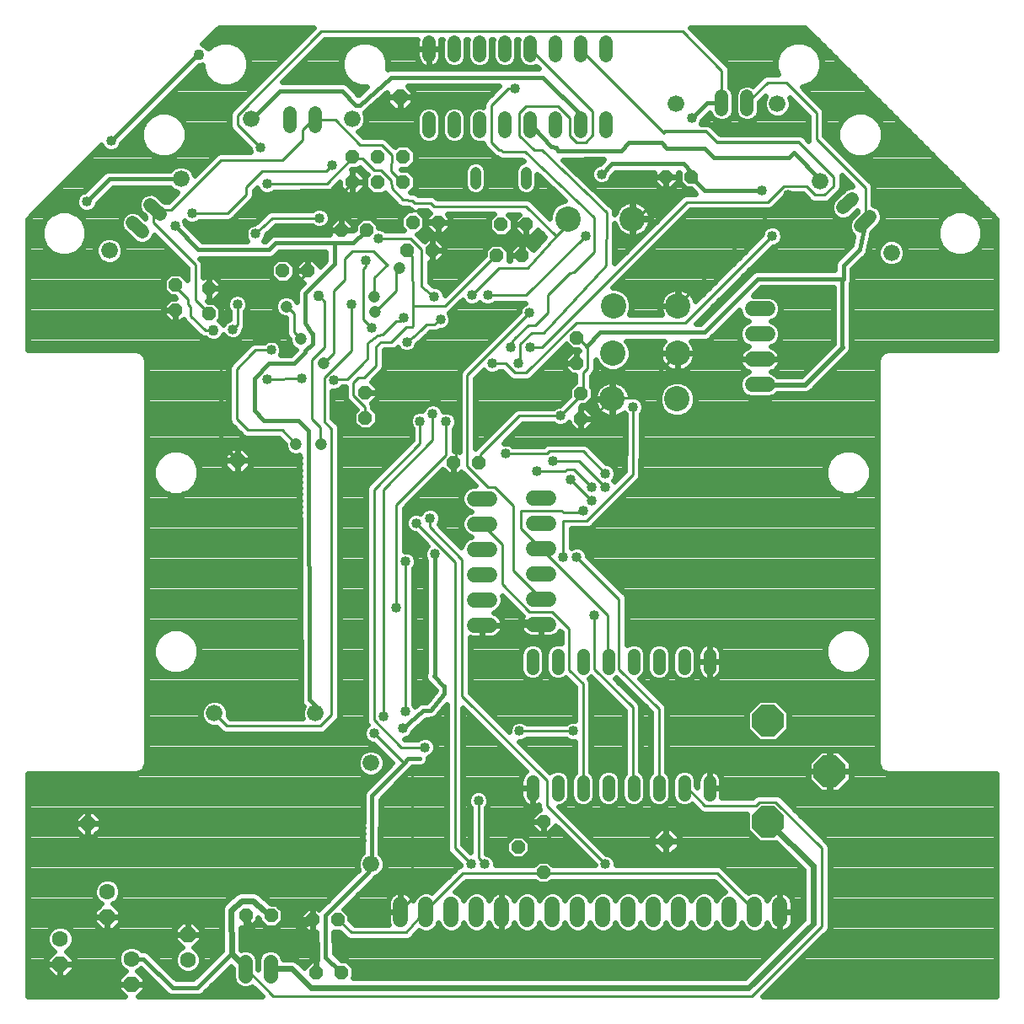
<source format=gbl>
G75*
%MOIN*%
%OFA0B0*%
%FSLAX25Y25*%
%IPPOS*%
%LPD*%
%AMOC8*
5,1,8,0,0,1.08239X$1,22.5*
%
%ADD10OC8,0.05200*%
%ADD11C,0.06600*%
%ADD12OC8,0.12400*%
%ADD13C,0.05200*%
%ADD14C,0.06000*%
%ADD15C,0.05600*%
%ADD16C,0.04400*%
%ADD17OC8,0.05600*%
%ADD18C,0.10000*%
%ADD19OC8,0.06000*%
%ADD20OC8,0.06300*%
%ADD21C,0.06300*%
%ADD22C,0.05150*%
%ADD23C,0.01600*%
%ADD24C,0.01000*%
%ADD25C,0.04000*%
%ADD26C,0.02400*%
%ADD27C,0.04750*%
%ADD28C,0.04356*%
%ADD29C,0.01200*%
D10*
X0095566Y0048045D03*
X0105566Y0048045D03*
X0121901Y0046475D03*
X0131901Y0046475D03*
X0133491Y0025628D03*
X0123491Y0025628D03*
X0203224Y0075187D03*
X0213224Y0065187D03*
X0213224Y0085187D03*
X0187645Y0227203D03*
X0177645Y0227203D03*
X0142794Y0244963D03*
X0142794Y0254963D03*
X0120129Y0303140D03*
X0110129Y0303140D03*
X0133401Y0319226D03*
X0143401Y0319226D03*
X0159401Y0311250D03*
X0169401Y0311250D03*
X0171641Y0322333D03*
X0161641Y0322333D03*
X0196507Y0321404D03*
X0206507Y0321404D03*
X0204822Y0309030D03*
X0194822Y0309030D03*
X0226424Y0276636D03*
X0226424Y0266636D03*
X0228180Y0254498D03*
X0228180Y0244498D03*
X0261850Y0340167D03*
X0271850Y0340167D03*
X0081066Y0296116D03*
X0081066Y0286116D03*
X0067735Y0287538D03*
X0067735Y0297538D03*
D11*
X0041656Y0311128D03*
X0069941Y0339412D03*
X0097680Y0363022D03*
X0137680Y0363022D03*
X0265830Y0369171D03*
X0305830Y0369171D03*
X0322641Y0338487D03*
X0350925Y0310202D03*
X0145054Y0108423D03*
X0123212Y0128045D03*
X0083212Y0128045D03*
X0145054Y0068423D03*
D12*
X0302011Y0085163D03*
X0326511Y0105163D03*
X0302011Y0125163D03*
D13*
X0338701Y0320843D02*
X0342441Y0324456D01*
X0335495Y0331649D02*
X0331754Y0328037D01*
X0293854Y0366859D02*
X0293854Y0372059D01*
X0283854Y0372059D02*
X0283854Y0366859D01*
X0238003Y0363405D02*
X0238003Y0358205D01*
X0228003Y0358205D02*
X0228003Y0363405D01*
X0218003Y0363405D02*
X0218003Y0358205D01*
X0208003Y0358205D02*
X0208003Y0363405D01*
X0198003Y0363405D02*
X0198003Y0358205D01*
X0188003Y0358205D02*
X0188003Y0363405D01*
X0178003Y0363405D02*
X0178003Y0358205D01*
X0168003Y0358205D02*
X0168003Y0363405D01*
X0168003Y0388205D02*
X0168003Y0393405D01*
X0178003Y0393405D02*
X0178003Y0388205D01*
X0188003Y0388205D02*
X0188003Y0393405D01*
X0198003Y0393405D02*
X0198003Y0388205D01*
X0208003Y0388205D02*
X0208003Y0393405D01*
X0218003Y0393405D02*
X0218003Y0388205D01*
X0228003Y0388205D02*
X0228003Y0393405D01*
X0238003Y0393405D02*
X0238003Y0388205D01*
X0122932Y0365539D02*
X0122932Y0360339D01*
X0112932Y0360339D02*
X0112932Y0365539D01*
X0061560Y0325621D02*
X0057813Y0329227D01*
X0050879Y0322021D02*
X0054626Y0318415D01*
D14*
X0186066Y0212994D02*
X0192066Y0212994D01*
X0192066Y0202994D02*
X0186066Y0202994D01*
X0186066Y0192994D02*
X0192066Y0192994D01*
X0192066Y0182994D02*
X0186066Y0182994D01*
X0186066Y0172994D02*
X0192066Y0172994D01*
X0192066Y0162994D02*
X0186066Y0162994D01*
X0209259Y0163238D02*
X0215259Y0163238D01*
X0215259Y0173238D02*
X0209259Y0173238D01*
X0209259Y0183238D02*
X0215259Y0183238D01*
X0215259Y0193238D02*
X0209259Y0193238D01*
X0209259Y0203238D02*
X0215259Y0203238D01*
X0215259Y0213238D02*
X0209259Y0213238D01*
X0295889Y0258073D02*
X0301889Y0258073D01*
X0301889Y0268073D02*
X0295889Y0268073D01*
X0295889Y0278073D02*
X0301889Y0278073D01*
X0301889Y0288073D02*
X0295889Y0288073D01*
X0296834Y0052549D02*
X0296834Y0046549D01*
X0286834Y0046549D02*
X0286834Y0052549D01*
X0276834Y0052549D02*
X0276834Y0046549D01*
X0266834Y0046549D02*
X0266834Y0052549D01*
X0256834Y0052549D02*
X0256834Y0046549D01*
X0246834Y0046549D02*
X0246834Y0052549D01*
X0236834Y0052549D02*
X0236834Y0046549D01*
X0226834Y0046549D02*
X0226834Y0052549D01*
X0216834Y0052549D02*
X0216834Y0046549D01*
X0206834Y0046549D02*
X0206834Y0052549D01*
X0196834Y0052549D02*
X0196834Y0046549D01*
X0186834Y0046549D02*
X0186834Y0052549D01*
X0176834Y0052549D02*
X0176834Y0046549D01*
X0166834Y0046549D02*
X0166834Y0052549D01*
X0156834Y0052549D02*
X0156834Y0046549D01*
X0306834Y0046549D02*
X0306834Y0052549D01*
D15*
X0105361Y0029893D02*
X0105361Y0024293D01*
X0095361Y0024293D02*
X0095361Y0029893D01*
D16*
X0186468Y0337660D02*
X0186468Y0342060D01*
X0206468Y0342060D02*
X0206468Y0337660D01*
D17*
X0157716Y0338136D03*
X0157716Y0348136D03*
X0147716Y0348136D03*
X0147716Y0338136D03*
X0137716Y0338136D03*
X0137716Y0348136D03*
D18*
X0222893Y0323656D03*
X0248483Y0323656D03*
X0240905Y0289160D03*
X0240743Y0270459D03*
X0240546Y0252364D03*
X0266137Y0252364D03*
X0266334Y0270459D03*
X0266495Y0289160D03*
D19*
X0156617Y0371723D03*
X0092243Y0228108D03*
X0033106Y0084372D03*
X0261743Y0077498D03*
D20*
X0072641Y0040597D03*
X0050326Y0020978D03*
X0040818Y0047534D03*
X0022208Y0028817D03*
D21*
X0022208Y0038817D03*
X0040818Y0057534D03*
X0050326Y0030978D03*
X0072641Y0030597D03*
D22*
X0208980Y0095963D02*
X0208980Y0101112D01*
X0218980Y0101112D02*
X0218980Y0095963D01*
X0228980Y0095963D02*
X0228980Y0101112D01*
X0238980Y0101112D02*
X0238980Y0095963D01*
X0248980Y0095963D02*
X0248980Y0101112D01*
X0258980Y0101112D02*
X0258980Y0095963D01*
X0268980Y0095963D02*
X0268980Y0101112D01*
X0278980Y0101112D02*
X0278980Y0095963D01*
X0278980Y0145963D02*
X0278980Y0151112D01*
X0268980Y0151112D02*
X0268980Y0145963D01*
X0258980Y0145963D02*
X0258980Y0151112D01*
X0248980Y0151112D02*
X0248980Y0145963D01*
X0238980Y0145963D02*
X0238980Y0151112D01*
X0228980Y0151112D02*
X0228980Y0145963D01*
X0218980Y0145963D02*
X0218980Y0151112D01*
X0208980Y0151112D02*
X0208980Y0145963D01*
D23*
X0174127Y0138646D02*
X0174127Y0135929D01*
X0168648Y0129198D01*
X0165722Y0129112D01*
X0157631Y0122049D01*
X0159813Y0110185D02*
X0158017Y0108329D01*
X0145492Y0095391D01*
X0145327Y0068429D01*
X0144427Y0067529D02*
X0144084Y0065226D01*
X0126984Y0048126D01*
X0127083Y0031576D01*
X0132727Y0026129D01*
X0089894Y0033108D02*
X0076324Y0019538D01*
X0066550Y0019538D01*
X0055109Y0030978D01*
X0050326Y0030978D01*
X0124627Y0129629D02*
X0120779Y0133477D01*
X0120338Y0239845D01*
X0120338Y0239947D01*
X0116401Y0243884D01*
X0102854Y0243884D01*
X0102444Y0244293D01*
X0098924Y0247805D01*
X0098897Y0260498D01*
X0104720Y0266412D01*
X0114798Y0266482D01*
X0119070Y0270762D01*
X0119113Y0271443D01*
X0121944Y0274230D01*
X0121944Y0278108D01*
X0121802Y0278250D01*
X0119196Y0282478D01*
X0119172Y0294136D01*
X0130704Y0305880D01*
X0130665Y0314172D01*
X0108983Y0314108D01*
X0107389Y0314108D01*
X0104791Y0311510D01*
X0076839Y0311510D01*
X0067574Y0320775D01*
X0069941Y0339412D02*
X0041594Y0339412D01*
X0032688Y0330506D01*
X0042342Y0354419D02*
X0076507Y0388585D01*
X0077050Y0388585D01*
X0098527Y0363629D02*
X0103322Y0368475D01*
X0109136Y0374289D01*
X0133598Y0374289D01*
X0139215Y0368672D01*
X0140741Y0368672D01*
X0153037Y0379551D01*
X0212917Y0379547D01*
X0228254Y0364414D01*
X0218227Y0351916D02*
X0216380Y0352027D01*
X0209328Y0359879D01*
X0208327Y0360029D01*
X0218227Y0351916D02*
X0219050Y0350494D01*
X0239527Y0350541D01*
X0239625Y0350443D01*
X0243920Y0350443D01*
X0247172Y0353695D01*
X0259995Y0353695D01*
X0262113Y0351577D01*
X0262129Y0351593D01*
X0277125Y0351593D01*
X0280842Y0347876D01*
X0310401Y0347876D01*
X0312240Y0349715D01*
X0322627Y0339329D01*
X0340571Y0322649D02*
X0338239Y0311400D01*
X0332039Y0305199D01*
X0332039Y0299919D01*
X0298070Y0299919D01*
X0276940Y0278789D01*
X0235720Y0278789D01*
X0230243Y0273313D01*
X0277188Y0334829D02*
X0271850Y0340167D01*
X0271850Y0342187D01*
X0268617Y0345419D01*
X0240526Y0345419D01*
X0236274Y0341309D01*
X0271995Y0363400D02*
X0278054Y0369459D01*
X0283854Y0369459D01*
X0277188Y0334829D02*
X0299792Y0334829D01*
X0332039Y0299919D02*
X0331417Y0299297D01*
X0331417Y0272782D01*
X0316609Y0257975D01*
X0316609Y0257971D01*
X0316507Y0258073D01*
X0298889Y0258073D01*
X0299035Y0257927D01*
X0316543Y0257927D01*
X0331627Y0273012D01*
X0174127Y0138646D02*
X0173956Y0138817D01*
X0173854Y0138817D02*
X0169970Y0142701D01*
X0170253Y0142984D02*
X0170253Y0191025D01*
X0164227Y0110185D02*
X0159813Y0110185D01*
X0092243Y0228108D02*
X0085806Y0234435D01*
X0085637Y0256124D01*
X0130665Y0314172D02*
X0138127Y0314129D01*
X0142627Y0318629D01*
D24*
X0143401Y0319226D01*
X0148027Y0315929D02*
X0160627Y0315929D01*
X0165127Y0311429D01*
X0165180Y0311429D01*
X0165180Y0296982D01*
X0170182Y0292952D01*
X0174476Y0289171D02*
X0193927Y0308729D01*
X0194822Y0309030D01*
X0195863Y0304086D02*
X0207153Y0304089D01*
X0218227Y0316829D01*
X0206527Y0328529D01*
X0174393Y0328589D01*
X0169948Y0328589D01*
X0168550Y0329986D01*
X0162461Y0329986D01*
X0161473Y0330974D01*
X0158122Y0331034D01*
X0157818Y0331034D01*
X0153222Y0335894D01*
X0153179Y0338803D01*
X0149175Y0342929D01*
X0146227Y0342929D01*
X0141727Y0347429D01*
X0138127Y0347429D01*
X0137716Y0348136D01*
X0137227Y0347429D01*
X0127760Y0337588D01*
X0103927Y0337529D01*
X0102062Y0342439D02*
X0095688Y0336065D01*
X0095688Y0333255D01*
X0088262Y0325829D01*
X0074227Y0325829D01*
X0066204Y0327313D02*
X0059687Y0327424D01*
X0058948Y0326685D01*
X0058948Y0322041D01*
X0075613Y0305376D01*
X0075613Y0293518D01*
X0075700Y0293431D01*
X0075700Y0291400D01*
X0080983Y0286116D01*
X0081066Y0286116D01*
X0081427Y0286229D01*
X0082783Y0279624D02*
X0079566Y0279624D01*
X0073842Y0285349D01*
X0073842Y0288030D01*
X0073818Y0288053D01*
X0073818Y0288770D01*
X0072590Y0289998D01*
X0072590Y0291990D01*
X0068283Y0296297D01*
X0067735Y0297538D01*
X0081066Y0296116D02*
X0081427Y0296129D01*
X0113827Y0296129D01*
X0120127Y0302429D01*
X0120129Y0303140D01*
X0124275Y0293396D02*
X0126617Y0291014D01*
X0126798Y0274124D01*
X0126798Y0272742D01*
X0121791Y0267734D01*
X0121791Y0244581D01*
X0125184Y0241187D01*
X0125200Y0235482D01*
X0125342Y0234400D01*
X0129519Y0240652D02*
X0126566Y0243604D01*
X0126566Y0260892D01*
X0129948Y0264274D01*
X0130011Y0264274D01*
X0137393Y0271656D01*
X0137393Y0289864D01*
X0142009Y0290016D02*
X0142015Y0290053D01*
X0142015Y0283993D01*
X0145292Y0280672D01*
X0147676Y0277675D02*
X0149711Y0277707D01*
X0155117Y0283112D01*
X0156783Y0283112D01*
X0158009Y0284675D01*
X0159153Y0280851D02*
X0153113Y0274901D01*
X0148913Y0274901D01*
X0147074Y0273118D01*
X0147074Y0265585D01*
X0142373Y0260884D01*
X0139964Y0260884D01*
X0138127Y0258911D01*
X0138127Y0253829D01*
X0142627Y0249329D01*
X0142627Y0245729D01*
X0142794Y0244963D01*
X0143527Y0254729D02*
X0142794Y0254963D01*
X0143527Y0254729D02*
X0168727Y0254729D01*
X0178627Y0244829D01*
X0178627Y0228629D01*
X0177727Y0227729D01*
X0177645Y0227203D01*
X0174794Y0230317D02*
X0155109Y0210632D01*
X0155109Y0169786D01*
X0158827Y0188129D02*
X0158827Y0128703D01*
X0149972Y0126826D02*
X0149952Y0216568D01*
X0169520Y0236156D01*
X0169532Y0246612D01*
X0174842Y0243431D02*
X0174794Y0230317D01*
X0183161Y0225888D02*
X0191527Y0217522D01*
X0193987Y0217522D01*
X0201369Y0210140D01*
X0201369Y0184549D01*
X0212196Y0173723D01*
X0212259Y0173238D01*
X0216625Y0168309D02*
X0207767Y0168309D01*
X0196940Y0179136D01*
X0196940Y0194884D01*
X0189066Y0202758D01*
X0189066Y0202994D01*
X0189066Y0192994D02*
X0189427Y0192629D01*
X0181192Y0188978D02*
X0181192Y0134845D01*
X0214657Y0101380D01*
X0214657Y0091538D01*
X0237787Y0068408D01*
X0223417Y0071057D02*
X0213224Y0081250D01*
X0213224Y0085187D01*
X0213224Y0065187D02*
X0213727Y0064829D01*
X0282127Y0064829D01*
X0296527Y0050429D01*
X0296834Y0049549D01*
X0323417Y0043801D02*
X0295857Y0016242D01*
X0106389Y0016242D01*
X0095562Y0027069D01*
X0095361Y0027093D01*
X0094927Y0027929D01*
X0105361Y0027093D02*
X0105727Y0027029D01*
X0105566Y0048045D02*
X0104827Y0048629D01*
X0095566Y0048045D02*
X0095343Y0047729D01*
X0121027Y0045929D02*
X0121901Y0046475D01*
X0131901Y0046475D02*
X0132727Y0045929D01*
X0137227Y0041429D01*
X0159131Y0041429D01*
X0166027Y0049529D01*
X0166834Y0049549D01*
X0166927Y0050429D01*
X0181327Y0064829D01*
X0212827Y0064829D01*
X0213224Y0065187D01*
X0190050Y0068408D02*
X0187590Y0070868D01*
X0187590Y0093506D01*
X0178239Y0074805D02*
X0184637Y0068408D01*
X0178239Y0074805D02*
X0178239Y0187994D01*
X0162983Y0203250D01*
X0168397Y0201774D02*
X0168397Y0205219D01*
X0168397Y0201774D02*
X0181192Y0188978D01*
X0204322Y0201282D02*
X0204322Y0208171D01*
X0220562Y0208171D01*
X0221054Y0207679D01*
X0228436Y0207679D01*
X0228928Y0208171D01*
X0230405Y0204234D02*
X0248613Y0222443D01*
X0248613Y0229333D01*
X0248827Y0229529D01*
X0248827Y0249329D01*
X0248827Y0252929D02*
X0265927Y0270029D01*
X0266334Y0270459D01*
X0269527Y0282629D02*
X0303727Y0316829D01*
X0301927Y0330329D02*
X0308227Y0336629D01*
X0317227Y0336629D01*
X0320827Y0333029D01*
X0324427Y0333029D01*
X0328027Y0336629D01*
X0328027Y0340229D01*
X0314527Y0353729D01*
X0321314Y0355144D02*
X0340571Y0335887D01*
X0340571Y0322649D01*
X0322641Y0338487D02*
X0322627Y0339329D01*
X0310027Y0333029D02*
X0266827Y0289829D01*
X0266495Y0289160D01*
X0269527Y0282629D02*
X0226327Y0282629D01*
X0206527Y0262829D01*
X0202027Y0262829D01*
X0198427Y0266429D01*
X0193027Y0266429D01*
X0200227Y0272729D02*
X0199983Y0273942D01*
X0202204Y0276404D01*
X0207279Y0281478D01*
X0210066Y0281478D01*
X0215019Y0286431D01*
X0215019Y0286514D01*
X0215031Y0287533D01*
X0215031Y0293459D01*
X0223806Y0302234D01*
X0225385Y0302376D01*
X0233527Y0310486D01*
X0233527Y0324029D01*
X0206102Y0350076D01*
X0203507Y0350049D01*
X0197397Y0350049D01*
X0196464Y0350982D01*
X0195637Y0350982D01*
X0192633Y0353986D01*
X0192633Y0368384D01*
X0193046Y0368797D01*
X0199448Y0375270D01*
X0202027Y0375329D01*
X0206527Y0368129D02*
X0219127Y0368129D01*
X0223627Y0363629D01*
X0223556Y0356634D01*
X0226256Y0353934D01*
X0229946Y0353906D01*
X0232713Y0357015D01*
X0232627Y0366329D01*
X0208327Y0390629D01*
X0208003Y0390805D01*
X0228003Y0390805D02*
X0228127Y0390629D01*
X0261099Y0357657D01*
X0261850Y0340167D02*
X0261427Y0334829D01*
X0250627Y0324029D01*
X0248827Y0324029D01*
X0248483Y0323656D01*
X0238331Y0326067D02*
X0212602Y0350695D01*
X0209561Y0350695D01*
X0203827Y0356429D01*
X0203827Y0365429D01*
X0206527Y0368129D01*
X0208003Y0360805D02*
X0208327Y0360029D01*
X0227227Y0360929D02*
X0228003Y0360805D01*
X0227227Y0360929D02*
X0228254Y0364414D01*
X0258727Y0397829D02*
X0263502Y0397849D01*
X0268294Y0397876D01*
X0283854Y0382317D01*
X0283854Y0369459D01*
X0293854Y0369459D02*
X0302003Y0377608D01*
X0309251Y0377608D01*
X0321314Y0365545D01*
X0321314Y0355144D01*
X0301927Y0330329D02*
X0270130Y0330329D01*
X0212806Y0273004D01*
X0208012Y0273004D01*
X0204054Y0274049D02*
X0208653Y0278648D01*
X0208940Y0278648D01*
X0213302Y0278620D01*
X0238181Y0305046D01*
X0238331Y0326067D01*
X0229927Y0316829D02*
X0206527Y0293429D01*
X0191227Y0293429D01*
X0184927Y0293429D02*
X0195863Y0304086D01*
X0204822Y0309030D02*
X0205627Y0309629D01*
X0205627Y0316829D01*
X0194827Y0316829D01*
X0189427Y0322229D01*
X0172327Y0322229D01*
X0171641Y0322333D01*
X0171427Y0323129D01*
X0166927Y0323129D01*
X0163327Y0326729D01*
X0133627Y0326729D01*
X0133627Y0319529D01*
X0133401Y0319226D01*
X0133627Y0326729D02*
X0133627Y0333929D01*
X0137227Y0337529D01*
X0137716Y0338136D01*
X0129666Y0344729D02*
X0127376Y0342439D01*
X0102062Y0342439D01*
X0109991Y0346841D02*
X0117928Y0354778D01*
X0117928Y0358730D01*
X0121927Y0362729D01*
X0122827Y0362729D01*
X0122932Y0362834D01*
X0122932Y0362939D01*
X0122827Y0362729D02*
X0130927Y0362729D01*
X0140827Y0352829D01*
X0149218Y0352829D01*
X0153218Y0348955D01*
X0153179Y0342403D01*
X0157027Y0338429D01*
X0157716Y0338136D01*
X0159401Y0311250D02*
X0159727Y0310529D01*
X0161527Y0308729D01*
X0161743Y0289215D01*
X0174476Y0289171D01*
X0172615Y0283839D02*
X0170165Y0281896D01*
X0167193Y0281896D01*
X0165156Y0279859D01*
X0161780Y0276985D01*
X0159234Y0274933D01*
X0159153Y0280851D02*
X0160161Y0280919D01*
X0161312Y0280919D01*
X0161735Y0281343D01*
X0161743Y0289215D01*
X0154995Y0295022D02*
X0154995Y0303175D01*
X0156397Y0304144D01*
X0151708Y0305652D02*
X0151310Y0305652D01*
X0146015Y0310908D01*
X0137775Y0310947D01*
X0134602Y0307825D01*
X0134566Y0299522D01*
X0130357Y0295329D01*
X0130302Y0290892D01*
X0130302Y0270636D01*
X0128011Y0268345D01*
X0126413Y0266671D01*
X0130983Y0260333D02*
X0130334Y0259684D01*
X0130983Y0260333D02*
X0135724Y0260333D01*
X0141645Y0266286D01*
X0143787Y0268427D01*
X0143814Y0274561D01*
X0147676Y0277675D01*
X0146716Y0286837D02*
X0154995Y0295022D01*
X0146539Y0292786D02*
X0146539Y0300482D01*
X0151708Y0305652D01*
X0142965Y0304708D02*
X0141983Y0303754D01*
X0142009Y0290016D01*
X0142965Y0304708D02*
X0142965Y0307023D01*
X0124709Y0323963D02*
X0105992Y0323963D01*
X0099427Y0317729D01*
X0092227Y0289829D02*
X0092227Y0281729D01*
X0090427Y0279929D01*
X0085763Y0271337D02*
X0085763Y0264313D01*
X0085637Y0256124D01*
X0091980Y0264191D02*
X0091980Y0247935D01*
X0091909Y0247864D01*
X0091909Y0244628D01*
X0096511Y0240026D01*
X0109928Y0240026D01*
X0115487Y0234467D01*
X0129519Y0240652D02*
X0129519Y0127463D01*
X0125090Y0123034D01*
X0088180Y0123034D01*
X0083259Y0127955D01*
X0083212Y0128045D01*
X0123212Y0128045D02*
X0123727Y0128729D01*
X0124627Y0129629D01*
X0146251Y0125494D02*
X0157078Y0114667D01*
X0166428Y0114667D01*
X0158017Y0108329D02*
X0157570Y0108762D01*
X0146251Y0120081D01*
X0146251Y0125494D02*
X0146251Y0216538D01*
X0164460Y0234746D01*
X0164460Y0243679D01*
X0183161Y0225888D02*
X0183161Y0261813D01*
X0207767Y0286419D01*
X0204054Y0274049D02*
X0204054Y0266971D01*
X0204055Y0266971D02*
X0204053Y0266926D01*
X0204048Y0266882D01*
X0204038Y0266838D01*
X0204026Y0266795D01*
X0204009Y0266753D01*
X0203990Y0266713D01*
X0203967Y0266674D01*
X0203941Y0266637D01*
X0203911Y0266603D01*
X0203880Y0266572D01*
X0203846Y0266542D01*
X0203809Y0266516D01*
X0203770Y0266493D01*
X0203730Y0266474D01*
X0203688Y0266457D01*
X0203645Y0266445D01*
X0203601Y0266435D01*
X0203557Y0266430D01*
X0203512Y0266428D01*
X0203827Y0245729D02*
X0220027Y0245729D01*
X0228127Y0253829D01*
X0228180Y0254498D01*
X0229027Y0254729D01*
X0229027Y0262829D01*
X0230827Y0264629D01*
X0230827Y0272729D01*
X0230243Y0273313D01*
X0227227Y0276329D01*
X0226424Y0276636D01*
X0240727Y0252929D02*
X0240546Y0252364D01*
X0239827Y0252029D01*
X0232627Y0244829D01*
X0229027Y0244829D01*
X0228180Y0244498D01*
X0240727Y0252929D02*
X0248827Y0252929D01*
X0228928Y0231793D02*
X0237787Y0222935D01*
X0237787Y0217522D02*
X0227452Y0227856D01*
X0217117Y0227856D01*
X0214657Y0230809D02*
X0215641Y0231793D01*
X0228928Y0231793D01*
X0225483Y0224412D02*
X0232373Y0217522D01*
X0232373Y0212108D02*
X0224007Y0220475D01*
X0222039Y0223919D02*
X0222531Y0224412D01*
X0225483Y0224412D01*
X0222039Y0223919D02*
X0210720Y0223919D01*
X0214657Y0230809D02*
X0198417Y0230809D01*
X0188527Y0230429D02*
X0188527Y0227729D01*
X0187645Y0227203D01*
X0188527Y0230429D02*
X0203827Y0245729D01*
X0221054Y0204234D02*
X0230405Y0204234D01*
X0221054Y0204234D02*
X0221054Y0189963D01*
X0226468Y0189963D02*
X0243200Y0173230D01*
X0243200Y0145671D01*
X0258948Y0129923D01*
X0258948Y0098919D01*
X0258980Y0098538D01*
X0268980Y0098538D02*
X0269283Y0098427D01*
X0270267Y0098427D01*
X0277157Y0091538D01*
X0297334Y0091538D01*
X0298810Y0093014D01*
X0305208Y0093014D01*
X0323417Y0074805D01*
X0323417Y0043801D01*
X0302827Y0084629D02*
X0302011Y0085163D01*
X0248980Y0098538D02*
X0248613Y0098919D01*
X0248613Y0130415D01*
X0233357Y0145671D01*
X0233357Y0166833D01*
X0238771Y0166833D02*
X0212688Y0192915D01*
X0212259Y0193238D01*
X0212196Y0193408D01*
X0204322Y0201282D01*
X0216625Y0168309D02*
X0223515Y0161419D01*
X0223515Y0145179D01*
X0228928Y0139766D01*
X0228928Y0098919D01*
X0228980Y0098538D01*
X0224991Y0121065D02*
X0203830Y0121065D01*
X0173956Y0138817D02*
X0173854Y0138817D01*
X0169970Y0142701D02*
X0170253Y0142984D01*
X0189066Y0162994D02*
X0196247Y0162994D01*
X0197987Y0164734D01*
X0210763Y0164734D01*
X0212259Y0163238D01*
X0238771Y0166833D02*
X0238771Y0148624D01*
X0238980Y0148538D01*
X0161527Y0104429D02*
X0161527Y0054929D01*
X0157027Y0050429D01*
X0156834Y0049549D01*
X0144427Y0067529D02*
X0145054Y0068423D01*
X0145327Y0068429D01*
X0132727Y0026129D02*
X0133491Y0025628D01*
X0117855Y0260365D02*
X0104143Y0260338D01*
X0105629Y0271801D02*
X0099543Y0271801D01*
X0097802Y0270061D01*
X0091980Y0264191D01*
X0114582Y0278880D02*
X0114582Y0286329D01*
X0111960Y0288951D01*
X0111554Y0288951D01*
X0114582Y0278880D02*
X0118023Y0275439D01*
X0117405Y0276093D01*
X0124279Y0293337D02*
X0124275Y0293396D01*
X0109991Y0346841D02*
X0085731Y0346841D01*
X0066204Y0327313D01*
X0092227Y0360929D02*
X0092227Y0364529D01*
X0125527Y0397829D01*
X0258727Y0397829D01*
X0222893Y0323656D02*
X0222727Y0323129D01*
X0222727Y0321329D01*
X0218227Y0316829D01*
X0206507Y0321404D02*
X0205627Y0321329D01*
X0205627Y0316829D01*
X0101227Y0351929D02*
X0092227Y0360929D01*
X0097680Y0363022D02*
X0098527Y0363629D01*
D25*
X0101227Y0351929D03*
X0103927Y0337529D03*
X0099427Y0317729D03*
X0074227Y0325829D03*
X0067574Y0320775D03*
X0092227Y0289829D03*
X0090427Y0279929D03*
X0105629Y0271801D03*
X0104143Y0260338D03*
X0117855Y0260365D03*
X0130334Y0259684D03*
X0145292Y0280672D03*
X0137393Y0289864D03*
X0142965Y0307023D03*
X0148027Y0315929D03*
X0124709Y0323963D03*
X0129666Y0344729D03*
X0170182Y0292952D03*
X0172615Y0283839D03*
X0158009Y0284675D03*
X0159234Y0274933D03*
X0169532Y0246612D03*
X0174842Y0243431D03*
X0164460Y0243679D03*
X0193027Y0266429D03*
X0200227Y0272729D03*
X0203512Y0266429D03*
X0208012Y0273004D03*
X0207767Y0286419D03*
X0191227Y0293429D03*
X0184927Y0293429D03*
X0229927Y0316829D03*
X0236274Y0341309D03*
X0271995Y0363400D03*
X0299792Y0334829D03*
X0310027Y0333029D03*
X0303727Y0316829D03*
X0248827Y0249329D03*
X0237787Y0222935D03*
X0237787Y0217522D03*
X0232373Y0217522D03*
X0232373Y0212108D03*
X0228928Y0208171D03*
X0224007Y0220475D03*
X0217117Y0227856D03*
X0210720Y0223919D03*
X0198417Y0230809D03*
X0220027Y0245729D03*
X0168397Y0205219D03*
X0162983Y0203250D03*
X0170253Y0191025D03*
X0158827Y0188129D03*
X0155109Y0169786D03*
X0158827Y0128703D03*
X0157631Y0122049D03*
X0149972Y0126826D03*
X0146251Y0120081D03*
X0166428Y0114667D03*
X0187590Y0093506D03*
X0190050Y0068408D03*
X0184637Y0068408D03*
X0223417Y0071057D03*
X0237787Y0068408D03*
X0224991Y0121065D03*
X0203830Y0121065D03*
X0233357Y0166833D03*
X0226468Y0189963D03*
X0221054Y0189963D03*
X0042342Y0354419D03*
X0032688Y0330506D03*
X0202027Y0375329D03*
D26*
X0009227Y0104054D02*
X0009227Y0016029D01*
X0047710Y0016029D01*
X0044976Y0018762D01*
X0044976Y0020978D01*
X0050326Y0020978D01*
X0050326Y0020979D01*
X0050326Y0020978D01*
X0055676Y0020978D01*
X0055676Y0018762D01*
X0052942Y0016029D01*
X0102077Y0016029D01*
X0098093Y0020012D01*
X0096356Y0019293D01*
X0094367Y0019293D01*
X0092529Y0020054D01*
X0091123Y0021460D01*
X0090361Y0023298D01*
X0090361Y0027031D01*
X0089575Y0027839D01*
X0079291Y0017555D01*
X0078306Y0016570D01*
X0077020Y0016038D01*
X0065854Y0016038D01*
X0064568Y0016570D01*
X0054026Y0027112D01*
X0053357Y0026443D01*
X0052700Y0026171D01*
X0055676Y0023194D01*
X0055676Y0020979D01*
X0050326Y0020979D01*
X0044976Y0020979D01*
X0044976Y0023194D01*
X0047952Y0026171D01*
X0047295Y0026443D01*
X0045790Y0027948D01*
X0044976Y0029914D01*
X0044976Y0032043D01*
X0045790Y0034009D01*
X0047295Y0035514D01*
X0049262Y0036328D01*
X0051390Y0036328D01*
X0053357Y0035514D01*
X0054392Y0034478D01*
X0055806Y0034478D01*
X0057092Y0033946D01*
X0058077Y0032961D01*
X0068000Y0023037D01*
X0074874Y0023037D01*
X0085991Y0034154D01*
X0085944Y0049703D01*
X0085892Y0049866D01*
X0085942Y0050474D01*
X0085940Y0051084D01*
X0086005Y0051242D01*
X0086019Y0051412D01*
X0086298Y0051955D01*
X0086530Y0052520D01*
X0086650Y0052641D01*
X0086728Y0052792D01*
X0087193Y0053187D01*
X0087624Y0053620D01*
X0087781Y0053686D01*
X0091497Y0056838D01*
X0091954Y0057284D01*
X0092086Y0057337D01*
X0092194Y0057429D01*
X0092802Y0057624D01*
X0093394Y0057862D01*
X0093536Y0057860D01*
X0093671Y0057904D01*
X0094307Y0057851D01*
X0098111Y0057808D01*
X0098682Y0057861D01*
X0098881Y0057799D01*
X0099089Y0057797D01*
X0099616Y0057571D01*
X0100164Y0057401D01*
X0100324Y0057269D01*
X0100515Y0057187D01*
X0100916Y0056777D01*
X0105647Y0052845D01*
X0107554Y0052845D01*
X0110366Y0050034D01*
X0110366Y0046057D01*
X0107554Y0043245D01*
X0103578Y0043245D01*
X0100766Y0046057D01*
X0100766Y0046760D01*
X0100366Y0047092D01*
X0100366Y0046057D01*
X0097554Y0043245D01*
X0095566Y0043245D01*
X0095566Y0048045D01*
X0095566Y0048045D01*
X0095566Y0043245D01*
X0093764Y0043245D01*
X0093789Y0034695D01*
X0093818Y0034665D01*
X0094367Y0034893D01*
X0096356Y0034893D01*
X0098194Y0034131D01*
X0099600Y0032725D01*
X0100361Y0030887D01*
X0100361Y0026795D01*
X0100361Y0026795D01*
X0100361Y0030887D01*
X0101123Y0032725D01*
X0102529Y0034131D01*
X0104367Y0034893D01*
X0106356Y0034893D01*
X0108194Y0034131D01*
X0109600Y0032725D01*
X0110344Y0030929D01*
X0113602Y0030929D01*
X0114354Y0030938D01*
X0114377Y0030929D01*
X0114401Y0030929D01*
X0115096Y0030641D01*
X0115795Y0030361D01*
X0115812Y0030344D01*
X0115834Y0030335D01*
X0116366Y0029803D01*
X0118691Y0027533D01*
X0118691Y0027616D01*
X0121503Y0030428D01*
X0123491Y0030428D01*
X0123491Y0025628D01*
X0123491Y0025628D01*
X0123491Y0030428D01*
X0123765Y0030428D01*
X0123596Y0030818D01*
X0123595Y0030839D01*
X0123587Y0030859D01*
X0123583Y0031534D01*
X0123571Y0032210D01*
X0123579Y0032230D01*
X0123523Y0041675D01*
X0121901Y0041675D01*
X0121901Y0046474D01*
X0121901Y0046474D01*
X0121901Y0041675D01*
X0119913Y0041675D01*
X0117101Y0044486D01*
X0117101Y0046474D01*
X0121901Y0046474D01*
X0121901Y0046475D01*
X0121901Y0046475D01*
X0121901Y0051275D01*
X0123889Y0051275D01*
X0124536Y0050628D01*
X0124984Y0051082D01*
X0124994Y0051086D01*
X0140047Y0066139D01*
X0139554Y0067329D01*
X0139554Y0069517D01*
X0140392Y0071539D01*
X0141855Y0073002D01*
X0141992Y0095374D01*
X0141981Y0096030D01*
X0141996Y0096068D01*
X0141996Y0096109D01*
X0142252Y0096714D01*
X0142493Y0097325D01*
X0142521Y0097354D01*
X0142537Y0097392D01*
X0143005Y0097854D01*
X0153309Y0108498D01*
X0145926Y0115881D01*
X0145416Y0115881D01*
X0143872Y0116520D01*
X0142691Y0117702D01*
X0142051Y0119245D01*
X0142051Y0120916D01*
X0142691Y0122460D01*
X0143725Y0123495D01*
X0143538Y0123682D01*
X0143051Y0124858D01*
X0143051Y0217174D01*
X0143538Y0218350D01*
X0144439Y0219250D01*
X0161260Y0236072D01*
X0161260Y0240940D01*
X0160899Y0241300D01*
X0160260Y0242844D01*
X0160260Y0244515D01*
X0160899Y0246058D01*
X0162081Y0247240D01*
X0163624Y0247879D01*
X0165295Y0247879D01*
X0165480Y0247803D01*
X0165972Y0248991D01*
X0167153Y0250172D01*
X0168697Y0250812D01*
X0170368Y0250812D01*
X0171911Y0250172D01*
X0173093Y0248991D01*
X0173707Y0247507D01*
X0174006Y0247631D01*
X0175677Y0247631D01*
X0177221Y0246992D01*
X0178402Y0245810D01*
X0179042Y0244267D01*
X0179042Y0242596D01*
X0178402Y0241052D01*
X0178032Y0240682D01*
X0178001Y0232003D01*
X0179633Y0232003D01*
X0179961Y0231675D01*
X0179961Y0262450D01*
X0180448Y0263626D01*
X0181348Y0264526D01*
X0203567Y0286745D01*
X0203567Y0287255D01*
X0204206Y0288798D01*
X0205388Y0289980D01*
X0205989Y0290229D01*
X0193966Y0290229D01*
X0193606Y0289868D01*
X0192062Y0289229D01*
X0190391Y0289229D01*
X0188848Y0289868D01*
X0188077Y0290639D01*
X0187306Y0289868D01*
X0185762Y0289229D01*
X0184091Y0289229D01*
X0182548Y0289868D01*
X0181366Y0291050D01*
X0181216Y0291411D01*
X0177186Y0287359D01*
X0177182Y0287349D01*
X0176738Y0286908D01*
X0176296Y0286463D01*
X0176286Y0286460D01*
X0176279Y0286452D01*
X0176040Y0286354D01*
X0176176Y0286218D01*
X0176815Y0284675D01*
X0176815Y0283004D01*
X0176176Y0281460D01*
X0174994Y0280278D01*
X0173450Y0279639D01*
X0172469Y0279639D01*
X0172297Y0279503D01*
X0171977Y0279183D01*
X0171802Y0279111D01*
X0171654Y0278993D01*
X0171219Y0278869D01*
X0170801Y0278696D01*
X0170612Y0278696D01*
X0170430Y0278644D01*
X0169981Y0278696D01*
X0168518Y0278696D01*
X0167775Y0277953D01*
X0167715Y0277835D01*
X0167328Y0277505D01*
X0166969Y0277146D01*
X0166846Y0277095D01*
X0164305Y0274932D01*
X0164284Y0274892D01*
X0163822Y0274520D01*
X0163434Y0274190D01*
X0163434Y0274097D01*
X0162794Y0272554D01*
X0161613Y0271372D01*
X0160069Y0270733D01*
X0158398Y0270733D01*
X0156855Y0271372D01*
X0155673Y0272554D01*
X0155562Y0272822D01*
X0155366Y0272630D01*
X0154925Y0272188D01*
X0154914Y0272184D01*
X0154905Y0272175D01*
X0154326Y0271940D01*
X0153749Y0271701D01*
X0153737Y0271701D01*
X0153725Y0271697D01*
X0153100Y0271701D01*
X0150274Y0271701D01*
X0150274Y0264948D01*
X0149787Y0263772D01*
X0145280Y0259265D01*
X0147594Y0256951D01*
X0147594Y0254963D01*
X0142795Y0254963D01*
X0142795Y0254963D01*
X0147594Y0254963D01*
X0147594Y0252974D01*
X0145463Y0250843D01*
X0145827Y0249965D01*
X0145827Y0248719D01*
X0147594Y0246951D01*
X0147594Y0242974D01*
X0144783Y0240163D01*
X0140806Y0240163D01*
X0137994Y0242974D01*
X0137994Y0246951D01*
X0139237Y0248193D01*
X0135414Y0252016D01*
X0134927Y0253192D01*
X0134927Y0257133D01*
X0133722Y0257133D01*
X0132713Y0256123D01*
X0131169Y0255484D01*
X0129766Y0255484D01*
X0129766Y0244930D01*
X0131332Y0243365D01*
X0132232Y0242464D01*
X0132719Y0241288D01*
X0132719Y0126826D01*
X0132232Y0125650D01*
X0127803Y0121221D01*
X0126902Y0120321D01*
X0125726Y0119834D01*
X0087544Y0119834D01*
X0086368Y0120321D01*
X0084143Y0122545D01*
X0082118Y0122545D01*
X0080096Y0123383D01*
X0078549Y0124930D01*
X0077712Y0126951D01*
X0077712Y0129139D01*
X0078549Y0131161D01*
X0080096Y0132708D01*
X0082118Y0133545D01*
X0084306Y0133545D01*
X0086327Y0132708D01*
X0087874Y0131161D01*
X0088712Y0129139D01*
X0088712Y0127028D01*
X0089506Y0126234D01*
X0118009Y0126234D01*
X0117712Y0126951D01*
X0117712Y0129139D01*
X0118431Y0130875D01*
X0118310Y0130996D01*
X0117820Y0131482D01*
X0117817Y0131489D01*
X0117812Y0131494D01*
X0117548Y0132130D01*
X0117282Y0132766D01*
X0117282Y0132774D01*
X0117279Y0132781D01*
X0117279Y0133470D01*
X0116878Y0230091D01*
X0116397Y0229892D01*
X0114577Y0229892D01*
X0112896Y0230588D01*
X0111609Y0231875D01*
X0110913Y0233557D01*
X0110913Y0234516D01*
X0108603Y0236826D01*
X0095874Y0236826D01*
X0094698Y0237313D01*
X0093798Y0238213D01*
X0089196Y0242815D01*
X0088709Y0243992D01*
X0088709Y0248501D01*
X0088780Y0248672D01*
X0088780Y0264184D01*
X0088777Y0264815D01*
X0088780Y0264821D01*
X0088780Y0264828D01*
X0089021Y0265410D01*
X0089259Y0265993D01*
X0089264Y0265997D01*
X0089267Y0266004D01*
X0089713Y0266450D01*
X0095087Y0271868D01*
X0095090Y0271874D01*
X0095535Y0272319D01*
X0095979Y0272767D01*
X0095985Y0272769D01*
X0096830Y0273614D01*
X0097730Y0274514D01*
X0098906Y0275001D01*
X0102889Y0275001D01*
X0103250Y0275362D01*
X0104794Y0276001D01*
X0106465Y0276001D01*
X0108008Y0275362D01*
X0109190Y0274180D01*
X0109829Y0272637D01*
X0109829Y0270966D01*
X0109406Y0269945D01*
X0113337Y0269972D01*
X0115352Y0271991D01*
X0114813Y0272214D01*
X0113526Y0273501D01*
X0112830Y0275183D01*
X0112830Y0276107D01*
X0112769Y0276167D01*
X0111869Y0277067D01*
X0111382Y0278244D01*
X0111382Y0284376D01*
X0110644Y0284376D01*
X0108963Y0285073D01*
X0107676Y0286359D01*
X0106980Y0288041D01*
X0106980Y0289861D01*
X0107676Y0291542D01*
X0108963Y0292829D01*
X0110644Y0293526D01*
X0112464Y0293526D01*
X0114146Y0292829D01*
X0115433Y0291542D01*
X0115679Y0290948D01*
X0115672Y0294117D01*
X0115666Y0294800D01*
X0115671Y0294812D01*
X0115671Y0294825D01*
X0115932Y0295458D01*
X0116187Y0296091D01*
X0116196Y0296101D01*
X0116201Y0296113D01*
X0116684Y0296597D01*
X0118395Y0298340D01*
X0118141Y0298340D01*
X0115329Y0301152D01*
X0115329Y0303140D01*
X0120129Y0303140D01*
X0120129Y0307940D01*
X0118141Y0307940D01*
X0115329Y0305128D01*
X0115329Y0303140D01*
X0120129Y0303140D01*
X0120129Y0303140D01*
X0120129Y0303140D01*
X0120129Y0307940D01*
X0122117Y0307940D01*
X0124929Y0305128D01*
X0124929Y0304994D01*
X0127197Y0307304D01*
X0127181Y0310662D01*
X0109685Y0310610D01*
X0109680Y0310608D01*
X0108988Y0310608D01*
X0108838Y0310608D01*
X0107758Y0309527D01*
X0107758Y0309527D01*
X0106773Y0308543D01*
X0105487Y0308010D01*
X0077505Y0308010D01*
X0078326Y0307189D01*
X0078813Y0306013D01*
X0078813Y0300652D01*
X0079078Y0300916D01*
X0081066Y0300916D01*
X0081066Y0296116D01*
X0081066Y0296116D01*
X0081066Y0291316D01*
X0080309Y0291316D01*
X0080709Y0290916D01*
X0083054Y0290916D01*
X0085866Y0288104D01*
X0085866Y0284128D01*
X0085129Y0283391D01*
X0085263Y0283336D01*
X0086494Y0282104D01*
X0086638Y0281757D01*
X0086866Y0282308D01*
X0088048Y0283489D01*
X0089027Y0283895D01*
X0089027Y0287089D01*
X0088666Y0287450D01*
X0088027Y0288993D01*
X0088027Y0290664D01*
X0088666Y0292208D01*
X0089848Y0293389D01*
X0091391Y0294029D01*
X0093062Y0294029D01*
X0094606Y0293389D01*
X0095787Y0292208D01*
X0096427Y0290664D01*
X0096427Y0288993D01*
X0095787Y0287450D01*
X0095427Y0287089D01*
X0095427Y0281092D01*
X0094940Y0279916D01*
X0094627Y0279603D01*
X0094627Y0279093D01*
X0093987Y0277550D01*
X0092806Y0276368D01*
X0091262Y0275729D01*
X0089591Y0275729D01*
X0088048Y0276368D01*
X0086866Y0277550D01*
X0086764Y0277796D01*
X0086494Y0277144D01*
X0085263Y0275913D01*
X0083654Y0275246D01*
X0081912Y0275246D01*
X0080303Y0275913D01*
X0079791Y0276424D01*
X0078930Y0276424D01*
X0077753Y0276911D01*
X0072029Y0282636D01*
X0071129Y0283536D01*
X0070951Y0283965D01*
X0069724Y0282738D01*
X0067735Y0282738D01*
X0067735Y0287537D01*
X0067735Y0287537D01*
X0062935Y0287537D01*
X0062935Y0285549D01*
X0065747Y0282738D01*
X0067735Y0282738D01*
X0067735Y0287537D01*
X0067735Y0287538D01*
X0062935Y0287538D01*
X0062935Y0289526D01*
X0065747Y0292338D01*
X0067717Y0292338D01*
X0067317Y0292738D01*
X0065747Y0292738D01*
X0062935Y0295549D01*
X0062935Y0299526D01*
X0065747Y0302338D01*
X0069724Y0302338D01*
X0072413Y0299648D01*
X0072413Y0304051D01*
X0059294Y0317170D01*
X0058747Y0315775D01*
X0057423Y0314399D01*
X0055673Y0313635D01*
X0053764Y0313598D01*
X0051986Y0314295D01*
X0046863Y0319224D01*
X0046098Y0320974D01*
X0046062Y0322884D01*
X0046759Y0324661D01*
X0048083Y0326037D01*
X0049832Y0326802D01*
X0051742Y0326838D01*
X0053520Y0326142D01*
X0055748Y0323997D01*
X0055748Y0324552D01*
X0053797Y0326430D01*
X0053032Y0328180D01*
X0052996Y0330089D01*
X0053693Y0331867D01*
X0055017Y0333243D01*
X0056767Y0334007D01*
X0058676Y0334044D01*
X0060454Y0333347D01*
X0063348Y0330562D01*
X0064901Y0330536D01*
X0068444Y0334079D01*
X0066825Y0334749D01*
X0065662Y0335912D01*
X0043044Y0335912D01*
X0036888Y0329756D01*
X0036888Y0329671D01*
X0036249Y0328127D01*
X0035067Y0326945D01*
X0033524Y0326306D01*
X0031853Y0326306D01*
X0030309Y0326945D01*
X0029128Y0328127D01*
X0028488Y0329671D01*
X0028488Y0331341D01*
X0029128Y0332885D01*
X0030309Y0334067D01*
X0031853Y0334706D01*
X0031938Y0334706D01*
X0038627Y0341395D01*
X0039612Y0342379D01*
X0040898Y0342912D01*
X0065662Y0342912D01*
X0066825Y0344075D01*
X0068847Y0344912D01*
X0071035Y0344912D01*
X0073056Y0344075D01*
X0074603Y0342527D01*
X0075274Y0340908D01*
X0083019Y0348653D01*
X0083019Y0348653D01*
X0083919Y0349553D01*
X0085095Y0350041D01*
X0097463Y0350041D01*
X0097027Y0351093D01*
X0097027Y0351603D01*
X0090414Y0358216D01*
X0089514Y0359116D01*
X0089027Y0360292D01*
X0089027Y0365165D01*
X0089514Y0366341D01*
X0122502Y0399330D01*
X0084921Y0399330D01*
X0078369Y0392777D01*
X0079530Y0392296D01*
X0080762Y0391065D01*
X0080770Y0391045D01*
X0082316Y0392591D01*
X0085674Y0393982D01*
X0089309Y0393982D01*
X0092667Y0392591D01*
X0095237Y0390020D01*
X0096628Y0386662D01*
X0096628Y0383027D01*
X0095237Y0379669D01*
X0092667Y0377099D01*
X0089309Y0375708D01*
X0085674Y0375708D01*
X0082316Y0377099D01*
X0079745Y0379669D01*
X0078354Y0383027D01*
X0078354Y0384386D01*
X0077921Y0384207D01*
X0077079Y0384207D01*
X0046542Y0353670D01*
X0046542Y0353584D01*
X0045902Y0352040D01*
X0044721Y0350859D01*
X0043177Y0350219D01*
X0041506Y0350219D01*
X0039963Y0350859D01*
X0038781Y0352040D01*
X0038444Y0352853D01*
X0009227Y0323636D01*
X0009227Y0271934D01*
X0052305Y0271934D01*
X0054216Y0271143D01*
X0055679Y0269680D01*
X0056471Y0267769D01*
X0056471Y0108220D01*
X0055679Y0106308D01*
X0054216Y0104846D01*
X0052305Y0104054D01*
X0009227Y0104054D01*
X0009227Y0101972D02*
X0146992Y0101972D01*
X0146148Y0102923D02*
X0148170Y0103761D01*
X0149717Y0105308D01*
X0150554Y0107329D01*
X0150554Y0109517D01*
X0149717Y0111539D01*
X0148170Y0113086D01*
X0146148Y0113923D01*
X0143960Y0113923D01*
X0141939Y0113086D01*
X0140392Y0111539D01*
X0139554Y0109517D01*
X0139554Y0107329D01*
X0140392Y0105308D01*
X0141939Y0103761D01*
X0143960Y0102923D01*
X0146148Y0102923D01*
X0148780Y0104371D02*
X0149314Y0104371D01*
X0150322Y0106769D02*
X0151636Y0106769D01*
X0152639Y0109168D02*
X0150554Y0109168D01*
X0150240Y0111566D02*
X0149689Y0111566D01*
X0147842Y0113965D02*
X0056471Y0113965D01*
X0056471Y0116363D02*
X0144251Y0116363D01*
X0142251Y0118762D02*
X0056471Y0118762D01*
X0056471Y0121160D02*
X0085528Y0121160D01*
X0079920Y0123559D02*
X0056471Y0123559D01*
X0056471Y0125957D02*
X0078124Y0125957D01*
X0077712Y0128356D02*
X0056471Y0128356D01*
X0056471Y0130754D02*
X0078381Y0130754D01*
X0081170Y0133153D02*
X0056471Y0133153D01*
X0056471Y0135551D02*
X0117270Y0135551D01*
X0117279Y0133153D02*
X0085253Y0133153D01*
X0088043Y0130754D02*
X0118381Y0130754D01*
X0117712Y0128356D02*
X0088712Y0128356D01*
X0073179Y0144815D02*
X0075749Y0147385D01*
X0077140Y0150744D01*
X0077140Y0154379D01*
X0075749Y0157737D01*
X0073179Y0160307D01*
X0069821Y0161698D01*
X0066186Y0161698D01*
X0062827Y0160307D01*
X0060257Y0157737D01*
X0058866Y0154379D01*
X0058866Y0150744D01*
X0060257Y0147385D01*
X0062827Y0144815D01*
X0066186Y0143424D01*
X0069821Y0143424D01*
X0073179Y0144815D01*
X0073509Y0145145D02*
X0117230Y0145145D01*
X0117240Y0142747D02*
X0056471Y0142747D01*
X0056471Y0145145D02*
X0062497Y0145145D01*
X0060191Y0147544D02*
X0056471Y0147544D01*
X0056471Y0149943D02*
X0059198Y0149943D01*
X0058866Y0152341D02*
X0056471Y0152341D01*
X0056471Y0154740D02*
X0059016Y0154740D01*
X0060009Y0157138D02*
X0056471Y0157138D01*
X0056471Y0159537D02*
X0062057Y0159537D01*
X0056471Y0161935D02*
X0117161Y0161935D01*
X0117171Y0159537D02*
X0073949Y0159537D01*
X0075997Y0157138D02*
X0117181Y0157138D01*
X0117191Y0154740D02*
X0076991Y0154740D01*
X0077140Y0152341D02*
X0117201Y0152341D01*
X0117210Y0149943D02*
X0076808Y0149943D01*
X0075815Y0147544D02*
X0117220Y0147544D01*
X0117250Y0140348D02*
X0056471Y0140348D01*
X0056471Y0137950D02*
X0117260Y0137950D01*
X0132359Y0125957D02*
X0143051Y0125957D01*
X0143051Y0128356D02*
X0132719Y0128356D01*
X0132719Y0130754D02*
X0143051Y0130754D01*
X0143051Y0133153D02*
X0132719Y0133153D01*
X0132719Y0135551D02*
X0143051Y0135551D01*
X0143051Y0137950D02*
X0132719Y0137950D01*
X0132719Y0140348D02*
X0143051Y0140348D01*
X0143051Y0142747D02*
X0132719Y0142747D01*
X0132719Y0145145D02*
X0143051Y0145145D01*
X0143051Y0147544D02*
X0132719Y0147544D01*
X0132719Y0149943D02*
X0143051Y0149943D01*
X0143051Y0152341D02*
X0132719Y0152341D01*
X0132719Y0154740D02*
X0143051Y0154740D01*
X0143051Y0157138D02*
X0132719Y0157138D01*
X0132719Y0159537D02*
X0143051Y0159537D01*
X0143051Y0161935D02*
X0132719Y0161935D01*
X0132719Y0164334D02*
X0143051Y0164334D01*
X0143051Y0166732D02*
X0132719Y0166732D01*
X0132719Y0169131D02*
X0143051Y0169131D01*
X0143051Y0171529D02*
X0132719Y0171529D01*
X0132719Y0173928D02*
X0143051Y0173928D01*
X0143051Y0176326D02*
X0132719Y0176326D01*
X0132719Y0178725D02*
X0143051Y0178725D01*
X0143051Y0181123D02*
X0132719Y0181123D01*
X0132719Y0183522D02*
X0143051Y0183522D01*
X0143051Y0185920D02*
X0132719Y0185920D01*
X0132719Y0188319D02*
X0143051Y0188319D01*
X0143051Y0190717D02*
X0132719Y0190717D01*
X0132719Y0193116D02*
X0143051Y0193116D01*
X0143051Y0195514D02*
X0132719Y0195514D01*
X0132719Y0197913D02*
X0143051Y0197913D01*
X0143051Y0200311D02*
X0132719Y0200311D01*
X0132719Y0202710D02*
X0143051Y0202710D01*
X0143051Y0205108D02*
X0132719Y0205108D01*
X0132719Y0207507D02*
X0143051Y0207507D01*
X0143051Y0209905D02*
X0132719Y0209905D01*
X0132719Y0212304D02*
X0143051Y0212304D01*
X0143051Y0214702D02*
X0132719Y0214702D01*
X0132719Y0217101D02*
X0143051Y0217101D01*
X0144688Y0219499D02*
X0132719Y0219499D01*
X0132719Y0221898D02*
X0147086Y0221898D01*
X0149485Y0224296D02*
X0132719Y0224296D01*
X0132719Y0226695D02*
X0151883Y0226695D01*
X0154282Y0229093D02*
X0132719Y0229093D01*
X0132719Y0231492D02*
X0156680Y0231492D01*
X0159079Y0233890D02*
X0132719Y0233890D01*
X0132719Y0236289D02*
X0161260Y0236289D01*
X0161260Y0238687D02*
X0132719Y0238687D01*
X0132719Y0241086D02*
X0139883Y0241086D01*
X0137994Y0243484D02*
X0131212Y0243484D01*
X0129766Y0245883D02*
X0137994Y0245883D01*
X0139149Y0248281D02*
X0129766Y0248281D01*
X0129766Y0250680D02*
X0136750Y0250680D01*
X0134974Y0253078D02*
X0129766Y0253078D01*
X0129766Y0255477D02*
X0134927Y0255477D01*
X0145531Y0250680D02*
X0168379Y0250680D01*
X0170685Y0250680D02*
X0179961Y0250680D01*
X0179961Y0253078D02*
X0147594Y0253078D01*
X0147594Y0255477D02*
X0179961Y0255477D01*
X0179961Y0257876D02*
X0146670Y0257876D01*
X0146289Y0260274D02*
X0179961Y0260274D01*
X0180053Y0262673D02*
X0148687Y0262673D01*
X0150274Y0265071D02*
X0181893Y0265071D01*
X0184292Y0267470D02*
X0150274Y0267470D01*
X0150274Y0269868D02*
X0186690Y0269868D01*
X0189089Y0272267D02*
X0162507Y0272267D01*
X0164002Y0274665D02*
X0191487Y0274665D01*
X0193886Y0277064D02*
X0166809Y0277064D01*
X0172256Y0279462D02*
X0196284Y0279462D01*
X0198683Y0281861D02*
X0176341Y0281861D01*
X0176815Y0284259D02*
X0201081Y0284259D01*
X0203480Y0286658D02*
X0176489Y0286658D01*
X0178874Y0289056D02*
X0204464Y0289056D01*
X0220490Y0272267D02*
X0224006Y0272267D01*
X0224436Y0271836D02*
X0227066Y0271836D01*
X0227232Y0271436D01*
X0226424Y0271436D01*
X0224436Y0271436D01*
X0221624Y0268624D01*
X0221624Y0266636D01*
X0226424Y0266636D01*
X0226424Y0266636D01*
X0221624Y0266636D01*
X0221624Y0264648D01*
X0224436Y0261836D01*
X0225827Y0261836D01*
X0225827Y0258933D01*
X0223380Y0256486D01*
X0223380Y0253608D01*
X0219701Y0249929D01*
X0219191Y0249929D01*
X0217648Y0249289D01*
X0217287Y0248929D01*
X0203190Y0248929D01*
X0202014Y0248442D01*
X0201114Y0247541D01*
X0186361Y0232788D01*
X0186361Y0260488D01*
X0189694Y0263821D01*
X0190648Y0262868D01*
X0192191Y0262229D01*
X0193862Y0262229D01*
X0195406Y0262868D01*
X0195766Y0263229D01*
X0197101Y0263229D01*
X0199314Y0261016D01*
X0200214Y0260116D01*
X0201390Y0259629D01*
X0207163Y0259629D01*
X0208339Y0260116D01*
X0222248Y0274024D01*
X0224436Y0271836D01*
X0226424Y0271436D02*
X0226424Y0266636D01*
X0226424Y0266636D01*
X0226424Y0271436D01*
X0226424Y0269868D02*
X0226424Y0269868D01*
X0226424Y0267470D02*
X0226424Y0267470D01*
X0222868Y0269868D02*
X0218091Y0269868D01*
X0215693Y0267470D02*
X0221624Y0267470D01*
X0221624Y0265071D02*
X0213294Y0265071D01*
X0210896Y0262673D02*
X0223600Y0262673D01*
X0225827Y0260274D02*
X0208497Y0260274D01*
X0200056Y0260274D02*
X0186361Y0260274D01*
X0186361Y0257876D02*
X0224769Y0257876D01*
X0223380Y0255477D02*
X0186361Y0255477D01*
X0186361Y0253078D02*
X0222851Y0253078D01*
X0220452Y0250680D02*
X0186361Y0250680D01*
X0186361Y0248281D02*
X0201854Y0248281D01*
X0199455Y0245883D02*
X0186361Y0245883D01*
X0186361Y0243484D02*
X0197057Y0243484D01*
X0194658Y0241086D02*
X0186361Y0241086D01*
X0186361Y0238687D02*
X0192260Y0238687D01*
X0189861Y0236289D02*
X0186361Y0236289D01*
X0186361Y0233890D02*
X0187463Y0233890D01*
X0179961Y0233890D02*
X0178007Y0233890D01*
X0178016Y0236289D02*
X0179961Y0236289D01*
X0179961Y0238687D02*
X0178025Y0238687D01*
X0178416Y0241086D02*
X0179961Y0241086D01*
X0179961Y0243484D02*
X0179042Y0243484D01*
X0178330Y0245883D02*
X0179961Y0245883D01*
X0179961Y0248281D02*
X0173387Y0248281D01*
X0165678Y0248281D02*
X0146264Y0248281D01*
X0147594Y0245883D02*
X0160827Y0245883D01*
X0160260Y0243484D02*
X0147594Y0243484D01*
X0145706Y0241086D02*
X0161113Y0241086D01*
X0173531Y0224528D02*
X0175657Y0222403D01*
X0177645Y0222403D01*
X0179633Y0222403D01*
X0180877Y0223646D01*
X0186329Y0218194D01*
X0185032Y0218194D01*
X0183121Y0217403D01*
X0181658Y0215940D01*
X0180866Y0214029D01*
X0180866Y0211960D01*
X0181658Y0210049D01*
X0183121Y0208586D01*
X0184549Y0207994D01*
X0183121Y0207403D01*
X0181658Y0205940D01*
X0180866Y0204029D01*
X0180866Y0201960D01*
X0181658Y0200049D01*
X0183121Y0198586D01*
X0184549Y0197994D01*
X0183121Y0197403D01*
X0181658Y0195940D01*
X0180866Y0194029D01*
X0180866Y0193830D01*
X0171907Y0202789D01*
X0171957Y0202840D01*
X0172597Y0204383D01*
X0172597Y0206054D01*
X0171957Y0207598D01*
X0170776Y0208779D01*
X0169232Y0209419D01*
X0167561Y0209419D01*
X0166018Y0208779D01*
X0164836Y0207598D01*
X0164635Y0207112D01*
X0163819Y0207450D01*
X0162148Y0207450D01*
X0160604Y0206811D01*
X0159423Y0205629D01*
X0158783Y0204086D01*
X0158783Y0202415D01*
X0159423Y0200871D01*
X0160604Y0199690D01*
X0162148Y0199050D01*
X0162658Y0199050D01*
X0167498Y0194210D01*
X0166692Y0193404D01*
X0166053Y0191860D01*
X0166053Y0190189D01*
X0166692Y0188646D01*
X0166753Y0188585D01*
X0166753Y0144080D01*
X0166470Y0143397D01*
X0166470Y0142005D01*
X0167003Y0140718D01*
X0170591Y0137130D01*
X0166944Y0132649D01*
X0165789Y0132615D01*
X0165264Y0132651D01*
X0165098Y0132595D01*
X0164923Y0132589D01*
X0164443Y0132374D01*
X0163945Y0132206D01*
X0163813Y0132091D01*
X0163653Y0132019D01*
X0163292Y0131636D01*
X0162459Y0130909D01*
X0162387Y0131082D01*
X0162027Y0131443D01*
X0162027Y0185389D01*
X0162387Y0185750D01*
X0163027Y0187293D01*
X0163027Y0188964D01*
X0162387Y0190508D01*
X0161206Y0191689D01*
X0159662Y0192329D01*
X0158309Y0192329D01*
X0158309Y0209307D01*
X0173531Y0224528D01*
X0173299Y0224296D02*
X0173763Y0224296D01*
X0170901Y0221898D02*
X0182625Y0221898D01*
X0185024Y0219499D02*
X0168502Y0219499D01*
X0166104Y0217101D02*
X0182819Y0217101D01*
X0181145Y0214702D02*
X0163705Y0214702D01*
X0161307Y0212304D02*
X0180866Y0212304D01*
X0181801Y0209905D02*
X0158908Y0209905D01*
X0158309Y0207507D02*
X0164799Y0207507D01*
X0171995Y0207507D02*
X0183372Y0207507D01*
X0181313Y0205108D02*
X0172597Y0205108D01*
X0171986Y0202710D02*
X0180866Y0202710D01*
X0181549Y0200311D02*
X0174385Y0200311D01*
X0176783Y0197913D02*
X0184352Y0197913D01*
X0181482Y0195514D02*
X0179182Y0195514D01*
X0166573Y0193116D02*
X0158309Y0193116D01*
X0158309Y0195514D02*
X0166194Y0195514D01*
X0163795Y0197913D02*
X0158309Y0197913D01*
X0158309Y0200311D02*
X0159983Y0200311D01*
X0158783Y0202710D02*
X0158309Y0202710D01*
X0158309Y0205108D02*
X0159207Y0205108D01*
X0162178Y0190717D02*
X0166053Y0190717D01*
X0166753Y0188319D02*
X0163027Y0188319D01*
X0162458Y0185920D02*
X0166753Y0185920D01*
X0166753Y0183522D02*
X0162027Y0183522D01*
X0162027Y0181123D02*
X0166753Y0181123D01*
X0166753Y0178725D02*
X0162027Y0178725D01*
X0162027Y0176326D02*
X0166753Y0176326D01*
X0166753Y0173928D02*
X0162027Y0173928D01*
X0162027Y0171529D02*
X0166753Y0171529D01*
X0166753Y0169131D02*
X0162027Y0169131D01*
X0162027Y0166732D02*
X0166753Y0166732D01*
X0166753Y0164334D02*
X0162027Y0164334D01*
X0162027Y0161935D02*
X0166753Y0161935D01*
X0166753Y0159537D02*
X0162027Y0159537D01*
X0162027Y0157138D02*
X0166753Y0157138D01*
X0166753Y0154740D02*
X0162027Y0154740D01*
X0162027Y0152341D02*
X0166753Y0152341D01*
X0166753Y0149943D02*
X0162027Y0149943D01*
X0162027Y0147544D02*
X0166753Y0147544D01*
X0166753Y0145145D02*
X0162027Y0145145D01*
X0162027Y0142747D02*
X0166470Y0142747D01*
X0167372Y0140348D02*
X0162027Y0140348D01*
X0162027Y0137950D02*
X0169771Y0137950D01*
X0169307Y0135551D02*
X0162027Y0135551D01*
X0162027Y0133153D02*
X0167354Y0133153D01*
X0172475Y0128356D02*
X0175039Y0128356D01*
X0175039Y0130754D02*
X0174428Y0130754D01*
X0175039Y0131506D02*
X0175039Y0074169D01*
X0175527Y0072993D01*
X0180437Y0068082D01*
X0180437Y0067924D01*
X0179514Y0067542D01*
X0169179Y0057206D01*
X0167868Y0057749D01*
X0165800Y0057749D01*
X0163888Y0056958D01*
X0162426Y0055495D01*
X0161820Y0054032D01*
X0161653Y0054545D01*
X0161281Y0055275D01*
X0160800Y0055937D01*
X0160221Y0056516D01*
X0159559Y0056997D01*
X0158830Y0057368D01*
X0158052Y0057621D01*
X0157243Y0057749D01*
X0156834Y0057749D01*
X0156834Y0049549D01*
X0151634Y0049549D01*
X0151634Y0046140D01*
X0151762Y0045332D01*
X0151990Y0044629D01*
X0138552Y0044629D01*
X0136701Y0046480D01*
X0136701Y0048463D01*
X0134485Y0050678D01*
X0146376Y0062569D01*
X0146727Y0062829D01*
X0146864Y0063056D01*
X0147051Y0063244D01*
X0147078Y0063308D01*
X0148170Y0063761D01*
X0149717Y0065308D01*
X0150554Y0067329D01*
X0150554Y0069517D01*
X0149717Y0071539D01*
X0148851Y0072405D01*
X0148983Y0093966D01*
X0160048Y0105395D01*
X0161297Y0106685D01*
X0164923Y0106685D01*
X0166209Y0107218D01*
X0167194Y0108202D01*
X0167727Y0109489D01*
X0167727Y0110659D01*
X0168807Y0111107D01*
X0169989Y0112288D01*
X0170628Y0113832D01*
X0170628Y0115503D01*
X0169989Y0117047D01*
X0168807Y0118228D01*
X0167264Y0118867D01*
X0165593Y0118867D01*
X0164049Y0118228D01*
X0163689Y0117867D01*
X0158513Y0117867D01*
X0160011Y0118488D01*
X0161192Y0119669D01*
X0161738Y0120987D01*
X0167079Y0125650D01*
X0168187Y0125683D01*
X0168312Y0125645D01*
X0168879Y0125703D01*
X0169447Y0125720D01*
X0169567Y0125774D01*
X0169698Y0125787D01*
X0170198Y0126058D01*
X0170718Y0126291D01*
X0170808Y0126386D01*
X0170923Y0126449D01*
X0171282Y0126890D01*
X0171673Y0127304D01*
X0171719Y0127427D01*
X0175039Y0131506D01*
X0175039Y0125957D02*
X0170013Y0125957D01*
X0175039Y0123559D02*
X0164684Y0123559D01*
X0161936Y0121160D02*
X0175039Y0121160D01*
X0175039Y0118762D02*
X0167519Y0118762D01*
X0165338Y0118762D02*
X0160285Y0118762D01*
X0170272Y0116363D02*
X0175039Y0116363D01*
X0175039Y0113965D02*
X0170628Y0113965D01*
X0169267Y0111566D02*
X0175039Y0111566D01*
X0175039Y0109168D02*
X0167594Y0109168D01*
X0165127Y0106769D02*
X0175039Y0106769D01*
X0175039Y0104371D02*
X0159056Y0104371D01*
X0160048Y0105395D02*
X0160048Y0105395D01*
X0156735Y0101972D02*
X0175039Y0101972D01*
X0175039Y0099574D02*
X0154413Y0099574D01*
X0152091Y0097175D02*
X0175039Y0097175D01*
X0175039Y0094777D02*
X0149769Y0094777D01*
X0148974Y0092378D02*
X0175039Y0092378D01*
X0175039Y0089980D02*
X0148959Y0089980D01*
X0148944Y0087581D02*
X0175039Y0087581D01*
X0175039Y0085183D02*
X0148930Y0085183D01*
X0148915Y0082784D02*
X0175039Y0082784D01*
X0175039Y0080386D02*
X0148900Y0080386D01*
X0148885Y0077987D02*
X0175039Y0077987D01*
X0175039Y0075589D02*
X0148871Y0075589D01*
X0148856Y0073190D02*
X0175445Y0073190D01*
X0177727Y0070792D02*
X0150027Y0070792D01*
X0150554Y0068393D02*
X0180126Y0068393D01*
X0177967Y0065995D02*
X0150001Y0065995D01*
X0147773Y0063596D02*
X0175569Y0063596D01*
X0173170Y0061198D02*
X0145005Y0061198D01*
X0142607Y0058799D02*
X0170772Y0058799D01*
X0163331Y0056401D02*
X0160337Y0056401D01*
X0156834Y0056401D02*
X0156834Y0056401D01*
X0156834Y0057749D02*
X0156425Y0057749D01*
X0155616Y0057621D01*
X0154838Y0057368D01*
X0154108Y0056997D01*
X0153446Y0056516D01*
X0152868Y0055937D01*
X0152386Y0055275D01*
X0152015Y0054545D01*
X0151762Y0053767D01*
X0151634Y0052959D01*
X0151634Y0049549D01*
X0156834Y0049549D01*
X0156834Y0049549D01*
X0156834Y0049549D01*
X0156834Y0057749D01*
X0156834Y0054002D02*
X0156834Y0054002D01*
X0156834Y0051604D02*
X0156834Y0051604D01*
X0153331Y0056401D02*
X0140208Y0056401D01*
X0137810Y0054002D02*
X0151838Y0054002D01*
X0151634Y0051604D02*
X0135411Y0051604D01*
X0135958Y0049205D02*
X0151634Y0049205D01*
X0151634Y0046807D02*
X0136701Y0046807D01*
X0132456Y0041675D02*
X0135414Y0038716D01*
X0136590Y0038229D01*
X0158627Y0038229D01*
X0158753Y0038188D01*
X0159260Y0038229D01*
X0159768Y0038229D01*
X0159890Y0038280D01*
X0160022Y0038290D01*
X0160475Y0038522D01*
X0160944Y0038716D01*
X0161038Y0038810D01*
X0161156Y0038870D01*
X0161485Y0039257D01*
X0161844Y0039616D01*
X0161895Y0039738D01*
X0163927Y0042125D01*
X0165800Y0041349D01*
X0167868Y0041349D01*
X0169779Y0042141D01*
X0171242Y0043604D01*
X0171834Y0045032D01*
X0172426Y0043604D01*
X0173888Y0042141D01*
X0175800Y0041349D01*
X0177868Y0041349D01*
X0179779Y0042141D01*
X0181242Y0043604D01*
X0181834Y0045032D01*
X0182426Y0043604D01*
X0183888Y0042141D01*
X0185800Y0041349D01*
X0187868Y0041349D01*
X0189779Y0042141D01*
X0191242Y0043604D01*
X0191848Y0045066D01*
X0192015Y0044553D01*
X0192386Y0043824D01*
X0192868Y0043162D01*
X0193446Y0042583D01*
X0194108Y0042102D01*
X0194838Y0041730D01*
X0195616Y0041477D01*
X0196425Y0041349D01*
X0196834Y0041349D01*
X0197243Y0041349D01*
X0198052Y0041477D01*
X0198830Y0041730D01*
X0199559Y0042102D01*
X0200221Y0042583D01*
X0200800Y0043162D01*
X0201281Y0043824D01*
X0201653Y0044553D01*
X0201820Y0045066D01*
X0202426Y0043604D01*
X0203888Y0042141D01*
X0205800Y0041349D01*
X0207868Y0041349D01*
X0209779Y0042141D01*
X0211242Y0043604D01*
X0211834Y0045032D01*
X0212426Y0043604D01*
X0213888Y0042141D01*
X0215800Y0041349D01*
X0217868Y0041349D01*
X0219779Y0042141D01*
X0221242Y0043604D01*
X0221834Y0045032D01*
X0222426Y0043604D01*
X0223888Y0042141D01*
X0225800Y0041349D01*
X0227868Y0041349D01*
X0229779Y0042141D01*
X0231242Y0043604D01*
X0231834Y0045032D01*
X0232426Y0043604D01*
X0233888Y0042141D01*
X0235800Y0041349D01*
X0237868Y0041349D01*
X0239779Y0042141D01*
X0241242Y0043604D01*
X0241834Y0045032D01*
X0242426Y0043604D01*
X0243888Y0042141D01*
X0245800Y0041349D01*
X0247868Y0041349D01*
X0249779Y0042141D01*
X0251242Y0043604D01*
X0251834Y0045032D01*
X0252426Y0043604D01*
X0253888Y0042141D01*
X0255800Y0041349D01*
X0257868Y0041349D01*
X0259779Y0042141D01*
X0261242Y0043604D01*
X0261834Y0045032D01*
X0262426Y0043604D01*
X0263888Y0042141D01*
X0265800Y0041349D01*
X0267868Y0041349D01*
X0269779Y0042141D01*
X0271242Y0043604D01*
X0271834Y0045032D01*
X0272426Y0043604D01*
X0273888Y0042141D01*
X0275800Y0041349D01*
X0277868Y0041349D01*
X0279779Y0042141D01*
X0281242Y0043604D01*
X0281834Y0045032D01*
X0282426Y0043604D01*
X0283888Y0042141D01*
X0285800Y0041349D01*
X0287868Y0041349D01*
X0289779Y0042141D01*
X0291242Y0043604D01*
X0291834Y0045032D01*
X0292426Y0043604D01*
X0293888Y0042141D01*
X0295800Y0041349D01*
X0297868Y0041349D01*
X0299779Y0042141D01*
X0301242Y0043604D01*
X0301848Y0045066D01*
X0302015Y0044553D01*
X0302386Y0043824D01*
X0302868Y0043162D01*
X0303446Y0042583D01*
X0304108Y0042102D01*
X0304838Y0041730D01*
X0305616Y0041477D01*
X0306425Y0041349D01*
X0306834Y0041349D01*
X0307243Y0041349D01*
X0308052Y0041477D01*
X0308830Y0041730D01*
X0309559Y0042102D01*
X0310221Y0042583D01*
X0310800Y0043162D01*
X0311281Y0043824D01*
X0311653Y0044553D01*
X0311906Y0045332D01*
X0312034Y0046140D01*
X0312034Y0049549D01*
X0306834Y0049549D01*
X0306834Y0041349D01*
X0306834Y0049549D01*
X0306834Y0049549D01*
X0306834Y0049549D01*
X0312034Y0049549D01*
X0312034Y0052959D01*
X0311906Y0053767D01*
X0311653Y0054545D01*
X0311281Y0055275D01*
X0310800Y0055937D01*
X0310221Y0056516D01*
X0309559Y0056997D01*
X0308830Y0057368D01*
X0308052Y0057621D01*
X0307243Y0057749D01*
X0306834Y0057749D01*
X0306834Y0049549D01*
X0306834Y0049549D01*
X0306834Y0057749D01*
X0306425Y0057749D01*
X0305616Y0057621D01*
X0304838Y0057368D01*
X0304108Y0056997D01*
X0303446Y0056516D01*
X0302868Y0055937D01*
X0302386Y0055275D01*
X0302015Y0054545D01*
X0301848Y0054032D01*
X0301242Y0055495D01*
X0299779Y0056958D01*
X0297868Y0057749D01*
X0295800Y0057749D01*
X0294337Y0057144D01*
X0284840Y0066641D01*
X0283939Y0067542D01*
X0282763Y0068029D01*
X0241987Y0068029D01*
X0241987Y0069243D01*
X0241347Y0070787D01*
X0240166Y0071968D01*
X0238622Y0072608D01*
X0238112Y0072608D01*
X0219532Y0091188D01*
X0219929Y0091188D01*
X0221684Y0091915D01*
X0223027Y0093258D01*
X0223754Y0095013D01*
X0223754Y0102062D01*
X0223027Y0103817D01*
X0221684Y0105160D01*
X0219929Y0105887D01*
X0218030Y0105887D01*
X0216275Y0105160D01*
X0215838Y0104724D01*
X0203697Y0116865D01*
X0204665Y0116865D01*
X0206209Y0117504D01*
X0206570Y0117865D01*
X0222252Y0117865D01*
X0222612Y0117504D01*
X0224156Y0116865D01*
X0225728Y0116865D01*
X0225728Y0104614D01*
X0224932Y0103817D01*
X0224205Y0102062D01*
X0224205Y0095013D01*
X0224932Y0093258D01*
X0226275Y0091915D01*
X0228030Y0091188D01*
X0229929Y0091188D01*
X0231684Y0091915D01*
X0233027Y0093258D01*
X0233754Y0095013D01*
X0233754Y0102062D01*
X0233027Y0103817D01*
X0232128Y0104716D01*
X0232128Y0140402D01*
X0231641Y0141579D01*
X0231416Y0141804D01*
X0231684Y0141915D01*
X0232136Y0142367D01*
X0245413Y0129090D01*
X0245413Y0104299D01*
X0244932Y0103817D01*
X0244205Y0102062D01*
X0244205Y0095013D01*
X0244932Y0093258D01*
X0246275Y0091915D01*
X0248030Y0091188D01*
X0249929Y0091188D01*
X0251684Y0091915D01*
X0253027Y0093258D01*
X0253754Y0095013D01*
X0253754Y0102062D01*
X0253027Y0103817D01*
X0251813Y0105031D01*
X0251813Y0131052D01*
X0251326Y0132228D01*
X0241653Y0141902D01*
X0241684Y0141915D01*
X0242058Y0142288D01*
X0255748Y0128598D01*
X0255748Y0104633D01*
X0254932Y0103817D01*
X0254205Y0102062D01*
X0254205Y0095013D01*
X0254932Y0093258D01*
X0256275Y0091915D01*
X0258030Y0091188D01*
X0259929Y0091188D01*
X0261684Y0091915D01*
X0263027Y0093258D01*
X0263754Y0095013D01*
X0263754Y0102062D01*
X0263027Y0103817D01*
X0262148Y0104696D01*
X0262148Y0130560D01*
X0261661Y0131736D01*
X0251541Y0141856D01*
X0251684Y0141915D01*
X0253027Y0143258D01*
X0253754Y0145013D01*
X0253754Y0152062D01*
X0253027Y0153817D01*
X0251684Y0155160D01*
X0249929Y0155887D01*
X0248030Y0155887D01*
X0246400Y0155212D01*
X0246400Y0173867D01*
X0245913Y0175043D01*
X0230668Y0190288D01*
X0230668Y0190798D01*
X0230028Y0192342D01*
X0228847Y0193523D01*
X0227303Y0194163D01*
X0225632Y0194163D01*
X0224254Y0193592D01*
X0224254Y0201034D01*
X0231041Y0201034D01*
X0232217Y0201522D01*
X0250426Y0219730D01*
X0251326Y0220630D01*
X0251813Y0221806D01*
X0251813Y0228362D01*
X0251997Y0228758D01*
X0252000Y0228828D01*
X0252027Y0228892D01*
X0252027Y0229461D01*
X0252051Y0230030D01*
X0252027Y0230095D01*
X0252027Y0246589D01*
X0252387Y0246950D01*
X0253027Y0248493D01*
X0253027Y0250164D01*
X0252387Y0251708D01*
X0251206Y0252889D01*
X0249662Y0253529D01*
X0247991Y0253529D01*
X0247673Y0253397D01*
X0247623Y0253772D01*
X0247379Y0254684D01*
X0247018Y0255556D01*
X0246546Y0256373D01*
X0245971Y0257122D01*
X0245304Y0257789D01*
X0244555Y0258364D01*
X0243738Y0258836D01*
X0242866Y0259197D01*
X0241954Y0259441D01*
X0241018Y0259564D01*
X0240626Y0259564D01*
X0240626Y0252444D01*
X0240467Y0252444D01*
X0240467Y0259564D01*
X0240075Y0259564D01*
X0239139Y0259441D01*
X0238227Y0259197D01*
X0237355Y0258836D01*
X0236538Y0258364D01*
X0235789Y0257789D01*
X0235122Y0257122D01*
X0234547Y0256373D01*
X0234075Y0255556D01*
X0233714Y0254684D01*
X0233470Y0253772D01*
X0233346Y0252836D01*
X0233346Y0252444D01*
X0240467Y0252444D01*
X0240467Y0252285D01*
X0233346Y0252285D01*
X0233346Y0251892D01*
X0233470Y0250957D01*
X0233714Y0250045D01*
X0234075Y0249173D01*
X0234547Y0248356D01*
X0235122Y0247607D01*
X0235789Y0246939D01*
X0236538Y0246365D01*
X0237355Y0245893D01*
X0238227Y0245532D01*
X0239139Y0245287D01*
X0240075Y0245164D01*
X0240467Y0245164D01*
X0240467Y0252285D01*
X0240626Y0252285D01*
X0240626Y0245164D01*
X0241018Y0245164D01*
X0241954Y0245287D01*
X0242866Y0245532D01*
X0243738Y0245893D01*
X0244555Y0246365D01*
X0245288Y0246928D01*
X0245627Y0246589D01*
X0245627Y0230499D01*
X0245443Y0230104D01*
X0245440Y0230034D01*
X0245413Y0229969D01*
X0245413Y0229400D01*
X0245389Y0228832D01*
X0245413Y0228766D01*
X0245413Y0223769D01*
X0241405Y0219760D01*
X0241347Y0219901D01*
X0241020Y0220228D01*
X0241347Y0220556D01*
X0241987Y0222100D01*
X0241987Y0223771D01*
X0241347Y0225314D01*
X0240166Y0226496D01*
X0238622Y0227135D01*
X0238112Y0227135D01*
X0230741Y0234506D01*
X0229565Y0234993D01*
X0215004Y0234993D01*
X0213828Y0234506D01*
X0213331Y0234009D01*
X0201156Y0234009D01*
X0200796Y0234370D01*
X0199252Y0235009D01*
X0197633Y0235009D01*
X0205152Y0242529D01*
X0217287Y0242529D01*
X0217648Y0242168D01*
X0219191Y0241529D01*
X0220862Y0241529D01*
X0222406Y0242168D01*
X0223380Y0243143D01*
X0223380Y0242510D01*
X0226192Y0239698D01*
X0228180Y0239698D01*
X0228180Y0244498D01*
X0228180Y0244498D01*
X0228180Y0249298D01*
X0228122Y0249298D01*
X0228522Y0249698D01*
X0230169Y0249698D01*
X0232980Y0252510D01*
X0232980Y0256486D01*
X0232227Y0257240D01*
X0232227Y0261503D01*
X0232639Y0261916D01*
X0233540Y0262816D01*
X0234027Y0263992D01*
X0234027Y0267859D01*
X0234639Y0266380D01*
X0236665Y0264355D01*
X0239311Y0263259D01*
X0242175Y0263259D01*
X0244822Y0264355D01*
X0246847Y0266380D01*
X0247943Y0269027D01*
X0247943Y0271891D01*
X0246847Y0274537D01*
X0246095Y0275289D01*
X0260982Y0275289D01*
X0260909Y0275216D01*
X0260334Y0274467D01*
X0259863Y0273650D01*
X0259501Y0272778D01*
X0259257Y0271866D01*
X0259134Y0270931D01*
X0259134Y0270538D01*
X0266254Y0270538D01*
X0266254Y0270379D01*
X0259134Y0270379D01*
X0259134Y0269987D01*
X0259257Y0269051D01*
X0259501Y0268139D01*
X0259863Y0267267D01*
X0260334Y0266450D01*
X0260909Y0265701D01*
X0261576Y0265034D01*
X0262325Y0264459D01*
X0263143Y0263987D01*
X0264015Y0263626D01*
X0264926Y0263382D01*
X0265862Y0263259D01*
X0266254Y0263259D01*
X0266254Y0270379D01*
X0266413Y0270379D01*
X0266413Y0263259D01*
X0266806Y0263259D01*
X0267742Y0263382D01*
X0268653Y0263626D01*
X0269525Y0263987D01*
X0270343Y0264459D01*
X0271091Y0265034D01*
X0271759Y0265701D01*
X0272333Y0266450D01*
X0272805Y0267267D01*
X0273166Y0268139D01*
X0273411Y0269051D01*
X0273534Y0269987D01*
X0273534Y0270379D01*
X0266413Y0270379D01*
X0266413Y0270538D01*
X0273534Y0270538D01*
X0273534Y0270931D01*
X0273411Y0271866D01*
X0273166Y0272778D01*
X0272805Y0273650D01*
X0272333Y0274467D01*
X0271759Y0275216D01*
X0271685Y0275289D01*
X0277636Y0275289D01*
X0278923Y0275822D01*
X0279907Y0276807D01*
X0290689Y0287589D01*
X0290689Y0287039D01*
X0291481Y0285127D01*
X0292943Y0283665D01*
X0294372Y0283073D01*
X0292943Y0282481D01*
X0291481Y0281019D01*
X0290689Y0279107D01*
X0290689Y0277039D01*
X0291481Y0275127D01*
X0292943Y0273665D01*
X0294406Y0273059D01*
X0293893Y0272892D01*
X0293164Y0272520D01*
X0292501Y0272039D01*
X0291923Y0271461D01*
X0291442Y0270798D01*
X0291070Y0270069D01*
X0290817Y0269291D01*
X0290689Y0268482D01*
X0290689Y0268073D01*
X0298889Y0268073D01*
X0307089Y0268073D01*
X0307089Y0268482D01*
X0306961Y0269291D01*
X0306708Y0270069D01*
X0306336Y0270798D01*
X0305855Y0271461D01*
X0305277Y0272039D01*
X0304614Y0272520D01*
X0303885Y0272892D01*
X0303372Y0273059D01*
X0304835Y0273665D01*
X0306297Y0275127D01*
X0307089Y0277039D01*
X0307089Y0279107D01*
X0306297Y0281019D01*
X0304835Y0282481D01*
X0303406Y0283073D01*
X0304835Y0283665D01*
X0306297Y0285127D01*
X0307089Y0287039D01*
X0307089Y0289107D01*
X0306297Y0291019D01*
X0304835Y0292481D01*
X0302923Y0293273D01*
X0296373Y0293273D01*
X0299520Y0296419D01*
X0327917Y0296419D01*
X0327917Y0274251D01*
X0315238Y0261573D01*
X0305743Y0261573D01*
X0304835Y0262481D01*
X0303372Y0263087D01*
X0303885Y0263254D01*
X0304614Y0263626D01*
X0305277Y0264107D01*
X0305855Y0264685D01*
X0306336Y0265348D01*
X0306708Y0266077D01*
X0306961Y0266855D01*
X0307089Y0267664D01*
X0307089Y0268073D01*
X0298889Y0268073D01*
X0298889Y0268073D01*
X0298889Y0268073D01*
X0290689Y0268073D01*
X0290689Y0267664D01*
X0290817Y0266855D01*
X0291070Y0266077D01*
X0291442Y0265348D01*
X0291923Y0264685D01*
X0292501Y0264107D01*
X0293164Y0263626D01*
X0293893Y0263254D01*
X0294406Y0263087D01*
X0292943Y0262481D01*
X0291481Y0261019D01*
X0290689Y0259107D01*
X0290689Y0257039D01*
X0291481Y0255127D01*
X0292943Y0253665D01*
X0294855Y0252873D01*
X0302923Y0252873D01*
X0304835Y0253665D01*
X0305597Y0254427D01*
X0317239Y0254427D01*
X0318525Y0254960D01*
X0318552Y0254987D01*
X0318592Y0255003D01*
X0319577Y0255988D01*
X0319579Y0255995D01*
X0333399Y0269814D01*
X0334384Y0270799D01*
X0334398Y0270833D01*
X0334594Y0271029D01*
X0335127Y0272315D01*
X0335127Y0273708D01*
X0334917Y0274215D01*
X0334917Y0297848D01*
X0335006Y0297937D01*
X0335539Y0299223D01*
X0335539Y0303749D01*
X0340460Y0308671D01*
X0340742Y0308856D01*
X0340948Y0309159D01*
X0341207Y0309417D01*
X0341336Y0309729D01*
X0341525Y0310008D01*
X0341599Y0310366D01*
X0341739Y0310704D01*
X0341739Y0311041D01*
X0343311Y0318622D01*
X0346462Y0321666D01*
X0347224Y0323417D01*
X0347257Y0325326D01*
X0346557Y0327103D01*
X0345231Y0328477D01*
X0343771Y0329112D01*
X0343771Y0336524D01*
X0343284Y0337700D01*
X0324514Y0356469D01*
X0324514Y0366182D01*
X0324027Y0367358D01*
X0323127Y0368258D01*
X0315677Y0375708D01*
X0316080Y0375708D01*
X0319439Y0377099D01*
X0322009Y0379669D01*
X0323400Y0383027D01*
X0323400Y0386662D01*
X0322009Y0390020D01*
X0319439Y0392591D01*
X0316080Y0393982D01*
X0312446Y0393982D01*
X0309087Y0392591D01*
X0306517Y0390020D01*
X0305126Y0386662D01*
X0305126Y0383027D01*
X0306045Y0380808D01*
X0301367Y0380808D01*
X0300190Y0380321D01*
X0299290Y0379421D01*
X0296166Y0376296D01*
X0294808Y0376859D01*
X0292899Y0376859D01*
X0291135Y0376128D01*
X0289784Y0374778D01*
X0289054Y0373014D01*
X0289054Y0365904D01*
X0289784Y0364140D01*
X0291135Y0362790D01*
X0292899Y0362059D01*
X0294808Y0362059D01*
X0296573Y0362790D01*
X0297923Y0364140D01*
X0298654Y0365904D01*
X0298654Y0369733D01*
X0301139Y0372219D01*
X0300330Y0370265D01*
X0300330Y0368077D01*
X0301167Y0366056D01*
X0302714Y0364509D01*
X0304736Y0363671D01*
X0306924Y0363671D01*
X0308945Y0364509D01*
X0310493Y0366056D01*
X0311330Y0368077D01*
X0311330Y0370265D01*
X0310807Y0371527D01*
X0318114Y0364220D01*
X0318114Y0354667D01*
X0317424Y0355357D01*
X0317324Y0355598D01*
X0316396Y0356526D01*
X0315183Y0357029D01*
X0283332Y0357029D01*
X0280466Y0359895D01*
X0279538Y0360823D01*
X0278325Y0361326D01*
X0275682Y0361326D01*
X0276195Y0362564D01*
X0276195Y0362650D01*
X0279169Y0365624D01*
X0279784Y0364140D01*
X0281135Y0362790D01*
X0282899Y0362059D01*
X0284808Y0362059D01*
X0286573Y0362790D01*
X0287923Y0364140D01*
X0288654Y0365904D01*
X0288654Y0373014D01*
X0287923Y0374778D01*
X0287054Y0375647D01*
X0287054Y0382954D01*
X0286566Y0384130D01*
X0271366Y0399330D01*
X0316833Y0399330D01*
X0392528Y0323636D01*
X0392528Y0271934D01*
X0349449Y0271934D01*
X0347538Y0271143D01*
X0346075Y0269680D01*
X0345283Y0267769D01*
X0345283Y0108220D01*
X0346075Y0106308D01*
X0347538Y0104846D01*
X0349449Y0104054D01*
X0392528Y0104054D01*
X0392528Y0016029D01*
X0300170Y0016029D01*
X0326129Y0041989D01*
X0326617Y0043165D01*
X0326617Y0075442D01*
X0326129Y0076618D01*
X0325229Y0077518D01*
X0307021Y0095727D01*
X0305844Y0096214D01*
X0298174Y0096214D01*
X0296998Y0095727D01*
X0296097Y0094827D01*
X0296008Y0094737D01*
X0283602Y0094737D01*
X0283637Y0094845D01*
X0283754Y0095587D01*
X0283754Y0098537D01*
X0278980Y0098537D01*
X0278980Y0098538D01*
X0278979Y0098538D01*
X0278979Y0105887D01*
X0278604Y0105887D01*
X0277861Y0105770D01*
X0277147Y0105537D01*
X0276477Y0105196D01*
X0275869Y0104754D01*
X0275338Y0104223D01*
X0274896Y0103615D01*
X0274555Y0102945D01*
X0274322Y0102230D01*
X0274205Y0101488D01*
X0274205Y0099015D01*
X0273754Y0099465D01*
X0273754Y0102062D01*
X0273027Y0103817D01*
X0271684Y0105160D01*
X0269929Y0105887D01*
X0268030Y0105887D01*
X0266275Y0105160D01*
X0264932Y0103817D01*
X0264205Y0102062D01*
X0264205Y0095013D01*
X0264932Y0093258D01*
X0266275Y0091915D01*
X0268030Y0091188D01*
X0269929Y0091188D01*
X0271684Y0091915D01*
X0271969Y0092200D01*
X0274444Y0089725D01*
X0275344Y0088825D01*
X0276520Y0088338D01*
X0293611Y0088338D01*
X0293611Y0081684D01*
X0298532Y0076763D01*
X0305300Y0076763D01*
X0316009Y0066309D01*
X0316009Y0046499D01*
X0292905Y0023555D01*
X0138119Y0023468D01*
X0138291Y0023640D01*
X0138291Y0027616D01*
X0135480Y0030428D01*
X0133312Y0030428D01*
X0130574Y0033071D01*
X0130523Y0041675D01*
X0132456Y0041675D01*
X0130535Y0039611D02*
X0134519Y0039611D01*
X0130549Y0037212D02*
X0306658Y0037212D01*
X0304243Y0034814D02*
X0130563Y0034814D01*
X0131253Y0032415D02*
X0301827Y0032415D01*
X0299412Y0030017D02*
X0135891Y0030017D01*
X0138289Y0027618D02*
X0296997Y0027618D01*
X0294581Y0025220D02*
X0138291Y0025220D01*
X0123491Y0027618D02*
X0123491Y0027618D01*
X0123491Y0030017D02*
X0123491Y0030017D01*
X0121092Y0030017D02*
X0116153Y0030017D01*
X0118604Y0027618D02*
X0118693Y0027618D01*
X0113625Y0027029D02*
X0121277Y0019558D01*
X0294513Y0019656D01*
X0319909Y0044875D01*
X0319909Y0067952D01*
X0302827Y0084629D01*
X0297308Y0077987D02*
X0266943Y0077987D01*
X0266943Y0077498D02*
X0266943Y0079652D01*
X0263897Y0082698D01*
X0261743Y0082698D01*
X0259589Y0082698D01*
X0256543Y0079652D01*
X0256543Y0077498D01*
X0256543Y0075344D01*
X0259589Y0072298D01*
X0261743Y0072298D01*
X0261743Y0077498D01*
X0256543Y0077498D01*
X0261743Y0077498D01*
X0261743Y0077498D01*
X0261743Y0077498D01*
X0261743Y0072298D01*
X0263897Y0072298D01*
X0266943Y0075344D01*
X0266943Y0077498D01*
X0261743Y0077498D01*
X0261743Y0082698D01*
X0261743Y0077498D01*
X0261743Y0077498D01*
X0261743Y0077498D01*
X0266943Y0077498D01*
X0266943Y0075589D02*
X0306504Y0075589D01*
X0308961Y0073190D02*
X0264789Y0073190D01*
X0261743Y0073190D02*
X0261743Y0073190D01*
X0261743Y0075589D02*
X0261743Y0075589D01*
X0261743Y0077987D02*
X0261743Y0077987D01*
X0261743Y0080386D02*
X0261743Y0080386D01*
X0257277Y0080386D02*
X0230334Y0080386D01*
X0227935Y0082784D02*
X0293611Y0082784D01*
X0293611Y0085183D02*
X0225537Y0085183D01*
X0223138Y0087581D02*
X0293611Y0087581D01*
X0294909Y0080386D02*
X0266210Y0080386D01*
X0258697Y0073190D02*
X0237530Y0073190D01*
X0235131Y0075589D02*
X0256543Y0075589D01*
X0256543Y0077987D02*
X0232733Y0077987D01*
X0226080Y0075589D02*
X0208024Y0075589D01*
X0208024Y0077175D02*
X0205212Y0079987D01*
X0201235Y0079987D01*
X0198424Y0077175D01*
X0198424Y0073199D01*
X0201235Y0070387D01*
X0205212Y0070387D01*
X0208024Y0073199D01*
X0208024Y0077175D01*
X0207212Y0077987D02*
X0223682Y0077987D01*
X0221283Y0080386D02*
X0190790Y0080386D01*
X0190790Y0082784D02*
X0208838Y0082784D01*
X0208424Y0083199D02*
X0211235Y0080387D01*
X0213224Y0080387D01*
X0215212Y0080387D01*
X0218024Y0083199D01*
X0218024Y0083645D01*
X0233587Y0068082D01*
X0233587Y0068029D01*
X0217170Y0068029D01*
X0215212Y0069987D01*
X0211235Y0069987D01*
X0209277Y0068029D01*
X0194250Y0068029D01*
X0194250Y0069243D01*
X0193611Y0070787D01*
X0192429Y0071968D01*
X0190886Y0072608D01*
X0190790Y0072608D01*
X0190790Y0090766D01*
X0191150Y0091127D01*
X0191790Y0092671D01*
X0191790Y0094341D01*
X0191150Y0095885D01*
X0189969Y0097067D01*
X0188425Y0097706D01*
X0186754Y0097706D01*
X0185211Y0097067D01*
X0184029Y0095885D01*
X0183390Y0094341D01*
X0183390Y0092671D01*
X0184029Y0091127D01*
X0184390Y0090766D01*
X0184390Y0073180D01*
X0181439Y0076131D01*
X0181439Y0130072D01*
X0206383Y0105128D01*
X0205869Y0104754D01*
X0205338Y0104223D01*
X0204896Y0103615D01*
X0204555Y0102945D01*
X0204322Y0102230D01*
X0204205Y0101488D01*
X0204205Y0098538D01*
X0208979Y0098538D01*
X0208979Y0098537D01*
X0208980Y0098537D01*
X0208980Y0091188D01*
X0209355Y0091188D01*
X0210098Y0091305D01*
X0210812Y0091538D01*
X0211457Y0091866D01*
X0211457Y0090901D01*
X0211835Y0089987D01*
X0211235Y0089987D01*
X0208424Y0087175D01*
X0208424Y0085187D01*
X0208424Y0083199D01*
X0208424Y0085183D02*
X0190790Y0085183D01*
X0190790Y0087581D02*
X0208830Y0087581D01*
X0208424Y0085187D02*
X0213223Y0085187D01*
X0208424Y0085187D01*
X0213223Y0085187D02*
X0213223Y0085187D01*
X0213224Y0085187D02*
X0213224Y0085187D01*
X0213224Y0080387D01*
X0213224Y0085187D01*
X0213224Y0085183D02*
X0213224Y0085183D01*
X0213224Y0082784D02*
X0213224Y0082784D01*
X0217609Y0082784D02*
X0218885Y0082784D01*
X0220740Y0089980D02*
X0274189Y0089980D01*
X0265811Y0092378D02*
X0262148Y0092378D01*
X0263656Y0094777D02*
X0264303Y0094777D01*
X0264205Y0097175D02*
X0263754Y0097175D01*
X0263754Y0099574D02*
X0264205Y0099574D01*
X0264205Y0101972D02*
X0263754Y0101972D01*
X0262474Y0104371D02*
X0265485Y0104371D01*
X0262148Y0106769D02*
X0318111Y0106769D01*
X0318111Y0105263D02*
X0318111Y0108643D01*
X0323032Y0113563D01*
X0326411Y0113563D01*
X0326411Y0105264D01*
X0326611Y0105264D01*
X0326611Y0113563D01*
X0329990Y0113563D01*
X0334911Y0108643D01*
X0334911Y0105263D01*
X0326611Y0105263D01*
X0326611Y0105063D01*
X0326611Y0096763D01*
X0329990Y0096763D01*
X0334911Y0101684D01*
X0334911Y0105063D01*
X0326611Y0105063D01*
X0326411Y0105063D01*
X0326411Y0096763D01*
X0323032Y0096763D01*
X0318111Y0101684D01*
X0318111Y0105063D01*
X0326411Y0105063D01*
X0326411Y0105263D01*
X0318111Y0105263D01*
X0318111Y0104371D02*
X0282474Y0104371D01*
X0282622Y0104223D02*
X0282090Y0104754D01*
X0281482Y0105196D01*
X0280812Y0105537D01*
X0280098Y0105770D01*
X0279355Y0105887D01*
X0278980Y0105887D01*
X0278980Y0098538D01*
X0283754Y0098538D01*
X0283754Y0101488D01*
X0283637Y0102230D01*
X0283405Y0102945D01*
X0283063Y0103615D01*
X0282622Y0104223D01*
X0283678Y0101972D02*
X0318111Y0101972D01*
X0320221Y0099574D02*
X0283754Y0099574D01*
X0283754Y0097175D02*
X0322620Y0097175D01*
X0326411Y0097175D02*
X0326611Y0097175D01*
X0326611Y0099574D02*
X0326411Y0099574D01*
X0326411Y0101972D02*
X0326611Y0101972D01*
X0326611Y0104371D02*
X0326411Y0104371D01*
X0326411Y0106769D02*
X0326611Y0106769D01*
X0326611Y0109168D02*
X0326411Y0109168D01*
X0326411Y0111566D02*
X0326611Y0111566D01*
X0331988Y0111566D02*
X0345283Y0111566D01*
X0345283Y0109168D02*
X0334386Y0109168D01*
X0334911Y0106769D02*
X0345884Y0106769D01*
X0348684Y0104371D02*
X0334911Y0104371D01*
X0334911Y0101972D02*
X0392528Y0101972D01*
X0392528Y0099574D02*
X0332801Y0099574D01*
X0330402Y0097175D02*
X0392528Y0097175D01*
X0392528Y0094777D02*
X0307970Y0094777D01*
X0310369Y0092378D02*
X0392528Y0092378D01*
X0392528Y0089980D02*
X0312768Y0089980D01*
X0315166Y0087581D02*
X0392528Y0087581D01*
X0392528Y0085183D02*
X0317565Y0085183D01*
X0319963Y0082784D02*
X0392528Y0082784D01*
X0392528Y0080386D02*
X0322362Y0080386D01*
X0324760Y0077987D02*
X0392528Y0077987D01*
X0392528Y0075589D02*
X0326556Y0075589D01*
X0326617Y0073190D02*
X0392528Y0073190D01*
X0392528Y0070792D02*
X0326617Y0070792D01*
X0326617Y0068393D02*
X0392528Y0068393D01*
X0392528Y0065995D02*
X0326617Y0065995D01*
X0326617Y0063596D02*
X0392528Y0063596D01*
X0392528Y0061198D02*
X0326617Y0061198D01*
X0326617Y0058799D02*
X0392528Y0058799D01*
X0392528Y0056401D02*
X0326617Y0056401D01*
X0326617Y0054002D02*
X0392528Y0054002D01*
X0392528Y0051604D02*
X0326617Y0051604D01*
X0326617Y0049205D02*
X0392528Y0049205D01*
X0392528Y0046807D02*
X0326617Y0046807D01*
X0326617Y0044408D02*
X0392528Y0044408D01*
X0392528Y0042009D02*
X0326138Y0042009D01*
X0323752Y0039611D02*
X0392528Y0039611D01*
X0392528Y0037212D02*
X0321353Y0037212D01*
X0318955Y0034814D02*
X0392528Y0034814D01*
X0392528Y0032415D02*
X0316556Y0032415D01*
X0314158Y0030017D02*
X0392528Y0030017D01*
X0392528Y0027618D02*
X0311759Y0027618D01*
X0309361Y0025220D02*
X0392528Y0025220D01*
X0392528Y0022821D02*
X0306962Y0022821D01*
X0304564Y0020423D02*
X0392528Y0020423D01*
X0392528Y0018024D02*
X0302165Y0018024D01*
X0309073Y0039611D02*
X0161839Y0039611D01*
X0163828Y0042009D02*
X0164206Y0042009D01*
X0169462Y0042009D02*
X0174206Y0042009D01*
X0172092Y0044408D02*
X0171575Y0044408D01*
X0179462Y0042009D02*
X0184206Y0042009D01*
X0182092Y0044408D02*
X0181575Y0044408D01*
X0189462Y0042009D02*
X0194290Y0042009D01*
X0196834Y0042009D02*
X0196834Y0042009D01*
X0196834Y0041349D02*
X0196834Y0049549D01*
X0196834Y0049549D01*
X0196834Y0041349D01*
X0199378Y0042009D02*
X0204206Y0042009D01*
X0202092Y0044408D02*
X0201579Y0044408D01*
X0196834Y0044408D02*
X0196834Y0044408D01*
X0196834Y0046807D02*
X0196834Y0046807D01*
X0196834Y0049205D02*
X0196834Y0049205D01*
X0196834Y0049549D02*
X0196834Y0057749D01*
X0196834Y0049549D01*
X0196834Y0049549D01*
X0196834Y0051604D02*
X0196834Y0051604D01*
X0196834Y0054002D02*
X0196834Y0054002D01*
X0196834Y0056401D02*
X0196834Y0056401D01*
X0196834Y0057749D02*
X0196425Y0057749D01*
X0195616Y0057621D01*
X0194838Y0057368D01*
X0194108Y0056997D01*
X0193446Y0056516D01*
X0192868Y0055937D01*
X0192386Y0055275D01*
X0192015Y0054545D01*
X0191848Y0054032D01*
X0191242Y0055495D01*
X0189779Y0056958D01*
X0187868Y0057749D01*
X0185800Y0057749D01*
X0183888Y0056958D01*
X0182426Y0055495D01*
X0181834Y0054066D01*
X0181242Y0055495D01*
X0179779Y0056958D01*
X0178508Y0057484D01*
X0182652Y0061629D01*
X0209994Y0061629D01*
X0211235Y0060387D01*
X0215212Y0060387D01*
X0216454Y0061629D01*
X0280801Y0061629D01*
X0285008Y0057422D01*
X0283888Y0056958D01*
X0282426Y0055495D01*
X0281834Y0054066D01*
X0281242Y0055495D01*
X0279779Y0056958D01*
X0277868Y0057749D01*
X0275800Y0057749D01*
X0273888Y0056958D01*
X0272426Y0055495D01*
X0271834Y0054066D01*
X0271242Y0055495D01*
X0269779Y0056958D01*
X0267868Y0057749D01*
X0265800Y0057749D01*
X0263888Y0056958D01*
X0262426Y0055495D01*
X0261834Y0054066D01*
X0261242Y0055495D01*
X0259779Y0056958D01*
X0257868Y0057749D01*
X0255800Y0057749D01*
X0253888Y0056958D01*
X0252426Y0055495D01*
X0251834Y0054066D01*
X0251242Y0055495D01*
X0249779Y0056958D01*
X0247868Y0057749D01*
X0245800Y0057749D01*
X0243888Y0056958D01*
X0242426Y0055495D01*
X0241834Y0054066D01*
X0241242Y0055495D01*
X0239779Y0056958D01*
X0237868Y0057749D01*
X0235800Y0057749D01*
X0233888Y0056958D01*
X0232426Y0055495D01*
X0231834Y0054066D01*
X0231242Y0055495D01*
X0229779Y0056958D01*
X0227868Y0057749D01*
X0225800Y0057749D01*
X0223888Y0056958D01*
X0222426Y0055495D01*
X0221834Y0054066D01*
X0221242Y0055495D01*
X0219779Y0056958D01*
X0217868Y0057749D01*
X0215800Y0057749D01*
X0213888Y0056958D01*
X0212426Y0055495D01*
X0211834Y0054066D01*
X0211242Y0055495D01*
X0209779Y0056958D01*
X0207868Y0057749D01*
X0205800Y0057749D01*
X0203888Y0056958D01*
X0202426Y0055495D01*
X0201820Y0054032D01*
X0201653Y0054545D01*
X0201281Y0055275D01*
X0200800Y0055937D01*
X0200221Y0056516D01*
X0199559Y0056997D01*
X0198830Y0057368D01*
X0198052Y0057621D01*
X0197243Y0057749D01*
X0196834Y0057749D01*
X0200337Y0056401D02*
X0203331Y0056401D01*
X0210337Y0056401D02*
X0213331Y0056401D01*
X0220337Y0056401D02*
X0223331Y0056401D01*
X0230337Y0056401D02*
X0233331Y0056401D01*
X0240337Y0056401D02*
X0243331Y0056401D01*
X0250337Y0056401D02*
X0253331Y0056401D01*
X0260337Y0056401D02*
X0263331Y0056401D01*
X0270337Y0056401D02*
X0273331Y0056401D01*
X0280337Y0056401D02*
X0283331Y0056401D01*
X0283631Y0058799D02*
X0179822Y0058799D01*
X0180337Y0056401D02*
X0183331Y0056401D01*
X0182221Y0061198D02*
X0210425Y0061198D01*
X0216022Y0061198D02*
X0281233Y0061198D01*
X0285486Y0065995D02*
X0316009Y0065995D01*
X0316009Y0063596D02*
X0287885Y0063596D01*
X0290284Y0061198D02*
X0316009Y0061198D01*
X0316009Y0058799D02*
X0292682Y0058799D01*
X0300337Y0056401D02*
X0303331Y0056401D01*
X0306834Y0056401D02*
X0306834Y0056401D01*
X0306834Y0054002D02*
X0306834Y0054002D01*
X0306834Y0051604D02*
X0306834Y0051604D01*
X0306834Y0049205D02*
X0306834Y0049205D01*
X0306834Y0046807D02*
X0306834Y0046807D01*
X0306834Y0044408D02*
X0306834Y0044408D01*
X0306834Y0042009D02*
X0306834Y0042009D01*
X0309378Y0042009D02*
X0311489Y0042009D01*
X0311579Y0044408D02*
X0313904Y0044408D01*
X0312034Y0046807D02*
X0316009Y0046807D01*
X0316009Y0049205D02*
X0312034Y0049205D01*
X0312034Y0051604D02*
X0316009Y0051604D01*
X0316009Y0054002D02*
X0311829Y0054002D01*
X0310337Y0056401D02*
X0316009Y0056401D01*
X0313874Y0068393D02*
X0241987Y0068393D01*
X0241342Y0070792D02*
X0311418Y0070792D01*
X0296048Y0094777D02*
X0283615Y0094777D01*
X0278980Y0099574D02*
X0278979Y0099574D01*
X0278979Y0101972D02*
X0278980Y0101972D01*
X0278979Y0104371D02*
X0278980Y0104371D01*
X0275485Y0104371D02*
X0272474Y0104371D01*
X0273754Y0101972D02*
X0274281Y0101972D01*
X0274205Y0099574D02*
X0273754Y0099574D01*
X0262148Y0109168D02*
X0318636Y0109168D01*
X0321034Y0111566D02*
X0262148Y0111566D01*
X0262148Y0113965D02*
X0345283Y0113965D01*
X0345283Y0116363D02*
X0262148Y0116363D01*
X0262148Y0118762D02*
X0296533Y0118762D01*
X0298532Y0116763D02*
X0293611Y0121684D01*
X0293611Y0128643D01*
X0298532Y0133563D01*
X0305490Y0133563D01*
X0310411Y0128643D01*
X0310411Y0121684D01*
X0305490Y0116763D01*
X0298532Y0116763D01*
X0294135Y0121160D02*
X0262148Y0121160D01*
X0262148Y0123559D02*
X0293611Y0123559D01*
X0293611Y0125957D02*
X0262148Y0125957D01*
X0262148Y0128356D02*
X0293611Y0128356D01*
X0295723Y0130754D02*
X0262067Y0130754D01*
X0260244Y0133153D02*
X0298121Y0133153D01*
X0305901Y0133153D02*
X0345283Y0133153D01*
X0345283Y0135551D02*
X0257845Y0135551D01*
X0255447Y0137950D02*
X0345283Y0137950D01*
X0345283Y0140348D02*
X0253048Y0140348D01*
X0252516Y0142747D02*
X0255443Y0142747D01*
X0254932Y0143258D02*
X0256275Y0141915D01*
X0258030Y0141188D01*
X0259929Y0141188D01*
X0261684Y0141915D01*
X0263027Y0143258D01*
X0263754Y0145013D01*
X0263754Y0152062D01*
X0263027Y0153817D01*
X0261684Y0155160D01*
X0259929Y0155887D01*
X0258030Y0155887D01*
X0256275Y0155160D01*
X0254932Y0153817D01*
X0254205Y0152062D01*
X0254205Y0145013D01*
X0254932Y0143258D01*
X0254205Y0145145D02*
X0253754Y0145145D01*
X0253754Y0147544D02*
X0254205Y0147544D01*
X0254205Y0149943D02*
X0253754Y0149943D01*
X0253639Y0152341D02*
X0254320Y0152341D01*
X0255854Y0154740D02*
X0252105Y0154740D01*
X0246400Y0157138D02*
X0325757Y0157138D01*
X0326005Y0157737D02*
X0324614Y0154379D01*
X0324614Y0150744D01*
X0326005Y0147385D01*
X0328575Y0144815D01*
X0331934Y0143424D01*
X0335569Y0143424D01*
X0338927Y0144815D01*
X0341497Y0147385D01*
X0342888Y0150744D01*
X0342888Y0154379D01*
X0341497Y0157737D01*
X0338927Y0160307D01*
X0335569Y0161698D01*
X0331934Y0161698D01*
X0328575Y0160307D01*
X0326005Y0157737D01*
X0327805Y0159537D02*
X0246400Y0159537D01*
X0246400Y0161935D02*
X0345283Y0161935D01*
X0345283Y0159537D02*
X0339697Y0159537D01*
X0341745Y0157138D02*
X0345283Y0157138D01*
X0345283Y0154740D02*
X0342739Y0154740D01*
X0342888Y0152341D02*
X0345283Y0152341D01*
X0345283Y0149943D02*
X0342556Y0149943D01*
X0341563Y0147544D02*
X0345283Y0147544D01*
X0345283Y0145145D02*
X0339257Y0145145D01*
X0345283Y0142747D02*
X0282516Y0142747D01*
X0282622Y0142852D02*
X0283063Y0143460D01*
X0283405Y0144130D01*
X0283637Y0144845D01*
X0283754Y0145587D01*
X0283754Y0148537D01*
X0278980Y0148537D01*
X0278980Y0148538D01*
X0283754Y0148538D01*
X0283754Y0151488D01*
X0283637Y0152230D01*
X0283405Y0152945D01*
X0283063Y0153615D01*
X0282622Y0154223D01*
X0282090Y0154754D01*
X0281482Y0155196D01*
X0280812Y0155537D01*
X0280098Y0155770D01*
X0279355Y0155887D01*
X0278980Y0155887D01*
X0278980Y0148538D01*
X0278979Y0148538D01*
X0278979Y0155887D01*
X0278604Y0155887D01*
X0277861Y0155770D01*
X0277147Y0155537D01*
X0276477Y0155196D01*
X0275869Y0154754D01*
X0275338Y0154223D01*
X0274896Y0153615D01*
X0274555Y0152945D01*
X0274322Y0152230D01*
X0274205Y0151488D01*
X0274205Y0148538D01*
X0278979Y0148538D01*
X0278979Y0148537D01*
X0278980Y0148537D01*
X0278980Y0141188D01*
X0279355Y0141188D01*
X0280098Y0141305D01*
X0280812Y0141538D01*
X0281482Y0141879D01*
X0282090Y0142321D01*
X0282622Y0142852D01*
X0283684Y0145145D02*
X0328245Y0145145D01*
X0325940Y0147544D02*
X0283754Y0147544D01*
X0283754Y0149943D02*
X0324946Y0149943D01*
X0324614Y0152341D02*
X0283601Y0152341D01*
X0282105Y0154740D02*
X0324764Y0154740D01*
X0345283Y0164334D02*
X0246400Y0164334D01*
X0246400Y0166732D02*
X0345283Y0166732D01*
X0345283Y0169131D02*
X0246400Y0169131D01*
X0246400Y0171529D02*
X0345283Y0171529D01*
X0345283Y0173928D02*
X0246375Y0173928D01*
X0244630Y0176326D02*
X0345283Y0176326D01*
X0345283Y0178725D02*
X0242231Y0178725D01*
X0239833Y0181123D02*
X0345283Y0181123D01*
X0345283Y0183522D02*
X0237434Y0183522D01*
X0235036Y0185920D02*
X0345283Y0185920D01*
X0345283Y0188319D02*
X0232637Y0188319D01*
X0230668Y0190717D02*
X0345283Y0190717D01*
X0345283Y0193116D02*
X0229254Y0193116D01*
X0224254Y0195514D02*
X0345283Y0195514D01*
X0345283Y0197913D02*
X0224254Y0197913D01*
X0224254Y0200311D02*
X0345283Y0200311D01*
X0345283Y0202710D02*
X0233406Y0202710D01*
X0235804Y0205108D02*
X0345283Y0205108D01*
X0345283Y0207507D02*
X0238203Y0207507D01*
X0240601Y0209905D02*
X0345283Y0209905D01*
X0345283Y0212304D02*
X0243000Y0212304D01*
X0245398Y0214702D02*
X0330939Y0214702D01*
X0331934Y0214290D02*
X0335569Y0214290D01*
X0338927Y0215681D01*
X0341497Y0218252D01*
X0342888Y0221610D01*
X0342888Y0225245D01*
X0341497Y0228603D01*
X0338927Y0231173D01*
X0335569Y0232564D01*
X0331934Y0232564D01*
X0328575Y0231173D01*
X0326005Y0228603D01*
X0324614Y0225245D01*
X0324614Y0221610D01*
X0326005Y0218252D01*
X0328575Y0215681D01*
X0331934Y0214290D01*
X0336563Y0214702D02*
X0345283Y0214702D01*
X0345283Y0217101D02*
X0340346Y0217101D01*
X0342014Y0219499D02*
X0345283Y0219499D01*
X0345283Y0221898D02*
X0342888Y0221898D01*
X0342888Y0224296D02*
X0345283Y0224296D01*
X0345283Y0226695D02*
X0342288Y0226695D01*
X0341007Y0229093D02*
X0345283Y0229093D01*
X0345283Y0231492D02*
X0338158Y0231492D01*
X0345283Y0233890D02*
X0252027Y0233890D01*
X0252027Y0231492D02*
X0329345Y0231492D01*
X0326496Y0229093D02*
X0252027Y0229093D01*
X0251813Y0226695D02*
X0325215Y0226695D01*
X0324614Y0224296D02*
X0251813Y0224296D01*
X0251813Y0221898D02*
X0324614Y0221898D01*
X0325488Y0219499D02*
X0250195Y0219499D01*
X0247797Y0217101D02*
X0327156Y0217101D01*
X0345283Y0236289D02*
X0252027Y0236289D01*
X0252027Y0238687D02*
X0345283Y0238687D01*
X0345283Y0241086D02*
X0252027Y0241086D01*
X0252027Y0243484D02*
X0345283Y0243484D01*
X0345283Y0245883D02*
X0269304Y0245883D01*
X0270215Y0246260D02*
X0272241Y0248286D01*
X0273337Y0250932D01*
X0273337Y0253796D01*
X0272241Y0256443D01*
X0270215Y0258468D01*
X0267569Y0259564D01*
X0264705Y0259564D01*
X0262059Y0258468D01*
X0260033Y0256443D01*
X0258937Y0253796D01*
X0258937Y0250932D01*
X0260033Y0248286D01*
X0262059Y0246260D01*
X0264705Y0245164D01*
X0267569Y0245164D01*
X0270215Y0246260D01*
X0272237Y0248281D02*
X0345283Y0248281D01*
X0345283Y0250680D02*
X0273233Y0250680D01*
X0273337Y0253078D02*
X0294358Y0253078D01*
X0291336Y0255477D02*
X0272641Y0255477D01*
X0270808Y0257876D02*
X0290689Y0257876D01*
X0291172Y0260274D02*
X0232227Y0260274D01*
X0232227Y0257876D02*
X0235902Y0257876D01*
X0234043Y0255477D02*
X0232980Y0255477D01*
X0232980Y0253078D02*
X0233378Y0253078D01*
X0233544Y0250680D02*
X0231150Y0250680D01*
X0230169Y0249298D02*
X0228180Y0249298D01*
X0228180Y0244498D01*
X0228180Y0244498D01*
X0228180Y0239698D01*
X0230169Y0239698D01*
X0232980Y0242510D01*
X0232980Y0244498D01*
X0228180Y0244498D01*
X0228180Y0244498D01*
X0232980Y0244498D01*
X0232980Y0246486D01*
X0230169Y0249298D01*
X0231185Y0248281D02*
X0234604Y0248281D01*
X0232980Y0245883D02*
X0237379Y0245883D01*
X0240467Y0245883D02*
X0240626Y0245883D01*
X0240626Y0248281D02*
X0240467Y0248281D01*
X0240467Y0250680D02*
X0240626Y0250680D01*
X0240626Y0253078D02*
X0240467Y0253078D01*
X0240467Y0255477D02*
X0240626Y0255477D01*
X0240626Y0257876D02*
X0240467Y0257876D01*
X0233396Y0262673D02*
X0293405Y0262673D01*
X0291642Y0265071D02*
X0271128Y0265071D01*
X0272889Y0267470D02*
X0290720Y0267470D01*
X0291005Y0269868D02*
X0273518Y0269868D01*
X0273303Y0272267D02*
X0292814Y0272267D01*
X0291943Y0274665D02*
X0272182Y0274665D01*
X0266413Y0269868D02*
X0266254Y0269868D01*
X0266254Y0267470D02*
X0266413Y0267470D01*
X0266413Y0265071D02*
X0266254Y0265071D01*
X0261539Y0265071D02*
X0245538Y0265071D01*
X0247298Y0267470D02*
X0259779Y0267470D01*
X0259149Y0269868D02*
X0247943Y0269868D01*
X0247788Y0272267D02*
X0259364Y0272267D01*
X0260486Y0274665D02*
X0246719Y0274665D01*
X0247318Y0285829D02*
X0248105Y0287727D01*
X0248105Y0290592D01*
X0247009Y0293238D01*
X0244983Y0295263D01*
X0242337Y0296360D01*
X0240686Y0296360D01*
X0271455Y0327129D01*
X0302563Y0327129D01*
X0303739Y0327616D01*
X0309552Y0333429D01*
X0315901Y0333429D01*
X0318114Y0331216D01*
X0319014Y0330316D01*
X0320190Y0329829D01*
X0325063Y0329829D01*
X0326239Y0330316D01*
X0329839Y0333916D01*
X0330740Y0334816D01*
X0331227Y0335992D01*
X0331227Y0340706D01*
X0335483Y0336450D01*
X0334624Y0336465D01*
X0332847Y0335765D01*
X0327733Y0330826D01*
X0326971Y0329075D01*
X0326938Y0327166D01*
X0327638Y0325389D01*
X0328964Y0324016D01*
X0330716Y0323254D01*
X0332625Y0323221D01*
X0334402Y0323921D01*
X0337371Y0326788D01*
X0337371Y0326232D01*
X0334679Y0323633D01*
X0333918Y0321882D01*
X0333885Y0319973D01*
X0334585Y0318196D01*
X0335810Y0316926D01*
X0335025Y0313135D01*
X0330056Y0308166D01*
X0329071Y0307182D01*
X0328539Y0305895D01*
X0328539Y0303419D01*
X0297374Y0303419D01*
X0296087Y0302887D01*
X0275490Y0282289D01*
X0273713Y0282289D01*
X0304052Y0312629D01*
X0304562Y0312629D01*
X0306106Y0313268D01*
X0307287Y0314450D01*
X0307927Y0315993D01*
X0307927Y0317664D01*
X0307287Y0319208D01*
X0306106Y0320389D01*
X0304562Y0321029D01*
X0302891Y0321029D01*
X0301348Y0320389D01*
X0300166Y0319208D01*
X0299527Y0317664D01*
X0299527Y0317154D01*
X0273438Y0291066D01*
X0273328Y0291479D01*
X0272967Y0292351D01*
X0272495Y0293168D01*
X0271920Y0293917D01*
X0271253Y0294584D01*
X0270504Y0295159D01*
X0269687Y0295631D01*
X0268815Y0295992D01*
X0267903Y0296236D01*
X0266967Y0296360D01*
X0266575Y0296360D01*
X0266575Y0289239D01*
X0266416Y0289239D01*
X0266416Y0296360D01*
X0266023Y0296360D01*
X0265088Y0296236D01*
X0264176Y0295992D01*
X0263304Y0295631D01*
X0262487Y0295159D01*
X0261738Y0294584D01*
X0261070Y0293917D01*
X0260496Y0293168D01*
X0260024Y0292351D01*
X0259663Y0291479D01*
X0259418Y0290567D01*
X0259295Y0289631D01*
X0259295Y0289239D01*
X0266416Y0289239D01*
X0266416Y0289080D01*
X0259295Y0289080D01*
X0259295Y0288688D01*
X0259418Y0287752D01*
X0259663Y0286840D01*
X0260024Y0285968D01*
X0260104Y0285829D01*
X0247318Y0285829D01*
X0247662Y0286658D02*
X0259738Y0286658D01*
X0259295Y0289056D02*
X0248105Y0289056D01*
X0247747Y0291455D02*
X0259656Y0291455D01*
X0261021Y0293853D02*
X0246393Y0293853D01*
X0242597Y0296252D02*
X0265204Y0296252D01*
X0266416Y0296252D02*
X0266575Y0296252D01*
X0267786Y0296252D02*
X0278624Y0296252D01*
X0281023Y0298650D02*
X0242977Y0298650D01*
X0245375Y0301049D02*
X0283421Y0301049D01*
X0285820Y0303447D02*
X0247774Y0303447D01*
X0250172Y0305846D02*
X0288218Y0305846D01*
X0290617Y0308244D02*
X0252571Y0308244D01*
X0254969Y0310643D02*
X0293015Y0310643D01*
X0295414Y0313041D02*
X0257368Y0313041D01*
X0259766Y0315440D02*
X0297812Y0315440D01*
X0299599Y0317838D02*
X0262165Y0317838D01*
X0264563Y0320237D02*
X0301195Y0320237D01*
X0306258Y0320237D02*
X0333889Y0320237D01*
X0334246Y0322635D02*
X0266962Y0322635D01*
X0269360Y0325034D02*
X0327981Y0325034D01*
X0326943Y0327432D02*
X0303296Y0327432D01*
X0305954Y0329831D02*
X0320185Y0329831D01*
X0317101Y0332229D02*
X0308353Y0332229D01*
X0307855Y0317838D02*
X0334930Y0317838D01*
X0335502Y0315440D02*
X0307697Y0315440D01*
X0305558Y0313041D02*
X0334931Y0313041D01*
X0332533Y0310643D02*
X0302066Y0310643D01*
X0299668Y0308244D02*
X0330134Y0308244D01*
X0330056Y0308166D02*
X0330056Y0308166D01*
X0328539Y0305846D02*
X0297269Y0305846D01*
X0294871Y0303447D02*
X0328539Y0303447D01*
X0335539Y0303447D02*
X0392528Y0303447D01*
X0392528Y0301049D02*
X0335539Y0301049D01*
X0335301Y0298650D02*
X0392528Y0298650D01*
X0392528Y0296252D02*
X0334917Y0296252D01*
X0334917Y0293853D02*
X0392528Y0293853D01*
X0392528Y0291455D02*
X0334917Y0291455D01*
X0334917Y0289056D02*
X0392528Y0289056D01*
X0392528Y0286658D02*
X0334917Y0286658D01*
X0334917Y0284259D02*
X0392528Y0284259D01*
X0392528Y0281861D02*
X0334917Y0281861D01*
X0334917Y0279462D02*
X0392528Y0279462D01*
X0392528Y0277064D02*
X0334917Y0277064D01*
X0334917Y0274665D02*
X0392528Y0274665D01*
X0392528Y0272267D02*
X0335107Y0272267D01*
X0333453Y0269868D02*
X0346263Y0269868D01*
X0345283Y0267470D02*
X0331054Y0267470D01*
X0328656Y0265071D02*
X0345283Y0265071D01*
X0345283Y0262673D02*
X0326257Y0262673D01*
X0323859Y0260274D02*
X0345283Y0260274D01*
X0345283Y0257876D02*
X0321460Y0257876D01*
X0319066Y0255477D02*
X0345283Y0255477D01*
X0345283Y0253078D02*
X0303420Y0253078D01*
X0304373Y0262673D02*
X0316338Y0262673D01*
X0318737Y0265071D02*
X0306136Y0265071D01*
X0307058Y0267470D02*
X0321135Y0267470D01*
X0323534Y0269868D02*
X0306773Y0269868D01*
X0304964Y0272267D02*
X0325932Y0272267D01*
X0327917Y0274665D02*
X0305835Y0274665D01*
X0307089Y0277064D02*
X0327917Y0277064D01*
X0327917Y0279462D02*
X0306942Y0279462D01*
X0305455Y0281861D02*
X0327917Y0281861D01*
X0327917Y0284259D02*
X0305429Y0284259D01*
X0306931Y0286658D02*
X0327917Y0286658D01*
X0327917Y0289056D02*
X0307089Y0289056D01*
X0305861Y0291455D02*
X0327917Y0291455D01*
X0327917Y0293853D02*
X0296954Y0293853D01*
X0299352Y0296252D02*
X0327917Y0296252D01*
X0337635Y0305846D02*
X0347503Y0305846D01*
X0347809Y0305540D02*
X0349831Y0304702D01*
X0352019Y0304702D01*
X0354040Y0305540D01*
X0355587Y0307087D01*
X0356425Y0309108D01*
X0356425Y0311296D01*
X0355587Y0313318D01*
X0354040Y0314865D01*
X0352019Y0315702D01*
X0349831Y0315702D01*
X0347809Y0314865D01*
X0346262Y0313318D01*
X0345425Y0311296D01*
X0345425Y0309108D01*
X0346262Y0307087D01*
X0347809Y0305540D01*
X0345783Y0308244D02*
X0340034Y0308244D01*
X0341714Y0310643D02*
X0345425Y0310643D01*
X0346148Y0313041D02*
X0342154Y0313041D01*
X0342651Y0315440D02*
X0349197Y0315440D01*
X0352653Y0315440D02*
X0369178Y0315440D01*
X0368906Y0316098D02*
X0370297Y0312740D01*
X0372867Y0310169D01*
X0376225Y0308778D01*
X0379860Y0308778D01*
X0383218Y0310169D01*
X0385788Y0312740D01*
X0387180Y0316098D01*
X0387180Y0319733D01*
X0385788Y0323091D01*
X0383218Y0325661D01*
X0379860Y0327052D01*
X0376225Y0327052D01*
X0372867Y0325661D01*
X0370297Y0323091D01*
X0368906Y0319733D01*
X0368906Y0316098D01*
X0368906Y0317838D02*
X0343148Y0317838D01*
X0344982Y0320237D02*
X0369114Y0320237D01*
X0370108Y0322635D02*
X0346884Y0322635D01*
X0347252Y0325034D02*
X0372239Y0325034D01*
X0383846Y0325034D02*
X0391129Y0325034D01*
X0392528Y0322635D02*
X0385977Y0322635D01*
X0386971Y0320237D02*
X0392528Y0320237D01*
X0392528Y0317838D02*
X0387180Y0317838D01*
X0386907Y0315440D02*
X0392528Y0315440D01*
X0392528Y0313041D02*
X0385913Y0313041D01*
X0383691Y0310643D02*
X0392528Y0310643D01*
X0392528Y0308244D02*
X0356067Y0308244D01*
X0356425Y0310643D02*
X0372394Y0310643D01*
X0370172Y0313041D02*
X0355702Y0313041D01*
X0354346Y0305846D02*
X0392528Y0305846D01*
X0388731Y0327432D02*
X0346239Y0327432D01*
X0343771Y0329831D02*
X0386332Y0329831D01*
X0383934Y0332229D02*
X0343771Y0332229D01*
X0343771Y0334628D02*
X0381535Y0334628D01*
X0379137Y0337026D02*
X0343563Y0337026D01*
X0341559Y0339425D02*
X0376738Y0339425D01*
X0374340Y0341823D02*
X0339160Y0341823D01*
X0336762Y0344222D02*
X0371941Y0344222D01*
X0369543Y0346620D02*
X0334363Y0346620D01*
X0333803Y0349019D02*
X0331965Y0349019D01*
X0333497Y0349146D02*
X0330926Y0351716D01*
X0329535Y0355074D01*
X0329535Y0358709D01*
X0330926Y0362068D01*
X0333497Y0364638D01*
X0336855Y0366029D01*
X0340490Y0366029D01*
X0343848Y0364638D01*
X0346418Y0362068D01*
X0347809Y0358709D01*
X0347809Y0355074D01*
X0346418Y0351716D01*
X0343848Y0349146D01*
X0340490Y0347755D01*
X0336855Y0347755D01*
X0333497Y0349146D01*
X0331225Y0351417D02*
X0329566Y0351417D01*
X0330057Y0353816D02*
X0327167Y0353816D01*
X0329535Y0356214D02*
X0324769Y0356214D01*
X0324514Y0358613D02*
X0329535Y0358613D01*
X0330489Y0361012D02*
X0324514Y0361012D01*
X0324514Y0363410D02*
X0332269Y0363410D01*
X0336323Y0365809D02*
X0324514Y0365809D01*
X0323178Y0368207D02*
X0347956Y0368207D01*
X0345558Y0370606D02*
X0320779Y0370606D01*
X0318381Y0373004D02*
X0343159Y0373004D01*
X0340761Y0375403D02*
X0315982Y0375403D01*
X0320141Y0377801D02*
X0338362Y0377801D01*
X0335964Y0380200D02*
X0322229Y0380200D01*
X0323222Y0382598D02*
X0333565Y0382598D01*
X0331166Y0384997D02*
X0323400Y0384997D01*
X0323096Y0387395D02*
X0328768Y0387395D01*
X0326369Y0389794D02*
X0322103Y0389794D01*
X0323971Y0392192D02*
X0319837Y0392192D01*
X0321572Y0394591D02*
X0276105Y0394591D01*
X0273707Y0396989D02*
X0319174Y0396989D01*
X0308689Y0392192D02*
X0278504Y0392192D01*
X0280902Y0389794D02*
X0306423Y0389794D01*
X0305430Y0387395D02*
X0283301Y0387395D01*
X0285699Y0384997D02*
X0305126Y0384997D01*
X0305304Y0382598D02*
X0287054Y0382598D01*
X0287054Y0380200D02*
X0300069Y0380200D01*
X0297670Y0377801D02*
X0287054Y0377801D01*
X0287298Y0375403D02*
X0290409Y0375403D01*
X0289054Y0373004D02*
X0288654Y0373004D01*
X0288654Y0370606D02*
X0289054Y0370606D01*
X0289054Y0368207D02*
X0288654Y0368207D01*
X0288614Y0365809D02*
X0289093Y0365809D01*
X0290514Y0363410D02*
X0287193Y0363410D01*
X0281748Y0358613D02*
X0318114Y0358613D01*
X0318114Y0361012D02*
X0279083Y0361012D01*
X0280514Y0363410D02*
X0276955Y0363410D01*
X0297193Y0363410D02*
X0318114Y0363410D01*
X0316526Y0365809D02*
X0310245Y0365809D01*
X0311330Y0368207D02*
X0314127Y0368207D01*
X0311729Y0370606D02*
X0311189Y0370606D01*
X0301415Y0365809D02*
X0298614Y0365809D01*
X0298654Y0368207D02*
X0300330Y0368207D01*
X0300471Y0370606D02*
X0299526Y0370606D01*
X0316708Y0356214D02*
X0318114Y0356214D01*
X0331227Y0339425D02*
X0332508Y0339425D01*
X0331227Y0337026D02*
X0334906Y0337026D01*
X0331670Y0334628D02*
X0330551Y0334628D01*
X0329186Y0332229D02*
X0328153Y0332229D01*
X0327300Y0329831D02*
X0325068Y0329831D01*
X0335554Y0325034D02*
X0336130Y0325034D01*
X0343542Y0349019D02*
X0367144Y0349019D01*
X0364746Y0351417D02*
X0346120Y0351417D01*
X0347288Y0353816D02*
X0362347Y0353816D01*
X0359949Y0356214D02*
X0347809Y0356214D01*
X0347809Y0358613D02*
X0357550Y0358613D01*
X0355152Y0361012D02*
X0346856Y0361012D01*
X0345076Y0363410D02*
X0352753Y0363410D01*
X0350355Y0365809D02*
X0341022Y0365809D01*
X0273538Y0333529D02*
X0269493Y0333529D01*
X0268317Y0333042D01*
X0267417Y0332141D01*
X0241389Y0306113D01*
X0241501Y0321896D01*
X0241651Y0321336D01*
X0242012Y0320464D01*
X0242484Y0319647D01*
X0243059Y0318898D01*
X0243726Y0318231D01*
X0244475Y0317656D01*
X0245292Y0317184D01*
X0246164Y0316823D01*
X0247076Y0316579D01*
X0248012Y0316456D01*
X0248404Y0316456D01*
X0248404Y0323576D01*
X0248563Y0323576D01*
X0248563Y0316456D01*
X0248955Y0316456D01*
X0249891Y0316579D01*
X0250803Y0316823D01*
X0251675Y0317184D01*
X0252492Y0317656D01*
X0253241Y0318231D01*
X0253908Y0318898D01*
X0254483Y0319647D01*
X0254955Y0320464D01*
X0255316Y0321336D01*
X0255560Y0322248D01*
X0255683Y0323184D01*
X0255683Y0323576D01*
X0248563Y0323576D01*
X0248563Y0323735D01*
X0255683Y0323735D01*
X0255683Y0324128D01*
X0255560Y0325063D01*
X0255316Y0325975D01*
X0254955Y0326847D01*
X0254483Y0327664D01*
X0253908Y0328413D01*
X0253241Y0329080D01*
X0252492Y0329655D01*
X0251675Y0330127D01*
X0250803Y0330488D01*
X0249891Y0330732D01*
X0248955Y0330856D01*
X0248563Y0330856D01*
X0248563Y0323735D01*
X0248404Y0323735D01*
X0248404Y0330856D01*
X0248012Y0330856D01*
X0247076Y0330732D01*
X0246164Y0330488D01*
X0245292Y0330127D01*
X0244475Y0329655D01*
X0243726Y0329080D01*
X0243059Y0328413D01*
X0242484Y0327664D01*
X0242012Y0326847D01*
X0241651Y0325975D01*
X0241542Y0325570D01*
X0241531Y0326090D01*
X0241535Y0326680D01*
X0241517Y0326725D01*
X0241516Y0326773D01*
X0241278Y0327313D01*
X0241056Y0327860D01*
X0241023Y0327894D01*
X0241003Y0327938D01*
X0240577Y0328346D01*
X0240163Y0328766D01*
X0240118Y0328785D01*
X0221091Y0346999D01*
X0237163Y0347036D01*
X0235583Y0345509D01*
X0235439Y0345509D01*
X0233895Y0344870D01*
X0232713Y0343688D01*
X0232074Y0342145D01*
X0232074Y0340474D01*
X0232713Y0338930D01*
X0233895Y0337749D01*
X0235439Y0337109D01*
X0237109Y0337109D01*
X0238653Y0337749D01*
X0239835Y0338930D01*
X0240474Y0340474D01*
X0240474Y0340501D01*
X0241941Y0341919D01*
X0257050Y0341919D01*
X0257050Y0340167D01*
X0257050Y0338179D01*
X0259861Y0335367D01*
X0261850Y0335367D01*
X0263838Y0335367D01*
X0266650Y0338179D01*
X0266650Y0340167D01*
X0261850Y0340167D01*
X0261850Y0340167D01*
X0261850Y0335367D01*
X0261850Y0340167D01*
X0261850Y0340167D01*
X0266650Y0340167D01*
X0266650Y0341919D01*
X0267050Y0341919D01*
X0267050Y0338179D01*
X0269861Y0335367D01*
X0271700Y0335367D01*
X0273538Y0333529D01*
X0272439Y0334628D02*
X0234015Y0334628D01*
X0236520Y0332229D02*
X0267505Y0332229D01*
X0267417Y0332141D02*
X0267417Y0332141D01*
X0265106Y0329831D02*
X0252188Y0329831D01*
X0254617Y0327432D02*
X0262708Y0327432D01*
X0260309Y0325034D02*
X0255564Y0325034D01*
X0255611Y0322635D02*
X0257911Y0322635D01*
X0255512Y0320237D02*
X0254823Y0320237D01*
X0253114Y0317838D02*
X0252729Y0317838D01*
X0250715Y0315440D02*
X0241455Y0315440D01*
X0241472Y0317838D02*
X0244237Y0317838D01*
X0242143Y0320237D02*
X0241489Y0320237D01*
X0248404Y0320237D02*
X0248563Y0320237D01*
X0248563Y0322635D02*
X0248404Y0322635D01*
X0248404Y0325034D02*
X0248563Y0325034D01*
X0248563Y0327432D02*
X0248404Y0327432D01*
X0248404Y0329831D02*
X0248563Y0329831D01*
X0244779Y0329831D02*
X0239026Y0329831D01*
X0241230Y0327432D02*
X0242350Y0327432D01*
X0248404Y0317838D02*
X0248563Y0317838D01*
X0248317Y0313041D02*
X0241438Y0313041D01*
X0241421Y0310643D02*
X0245918Y0310643D01*
X0243520Y0308244D02*
X0241404Y0308244D01*
X0266416Y0293853D02*
X0266575Y0293853D01*
X0266575Y0291455D02*
X0266416Y0291455D01*
X0271969Y0293853D02*
X0276226Y0293853D01*
X0273827Y0291455D02*
X0273334Y0291455D01*
X0278081Y0286658D02*
X0279859Y0286658D01*
X0280480Y0289056D02*
X0282257Y0289056D01*
X0282878Y0291455D02*
X0284656Y0291455D01*
X0285277Y0293853D02*
X0287054Y0293853D01*
X0287675Y0296252D02*
X0289453Y0296252D01*
X0290074Y0298650D02*
X0291851Y0298650D01*
X0292472Y0301049D02*
X0294250Y0301049D01*
X0290847Y0286658D02*
X0289758Y0286658D01*
X0287360Y0284259D02*
X0292349Y0284259D01*
X0292323Y0281861D02*
X0284961Y0281861D01*
X0282563Y0279462D02*
X0290836Y0279462D01*
X0290689Y0277064D02*
X0280164Y0277064D01*
X0277460Y0284259D02*
X0275683Y0284259D01*
X0261466Y0257876D02*
X0245191Y0257876D01*
X0247050Y0255477D02*
X0259633Y0255477D01*
X0258937Y0253078D02*
X0250749Y0253078D01*
X0252813Y0250680D02*
X0259041Y0250680D01*
X0260037Y0248281D02*
X0252939Y0248281D01*
X0252027Y0245883D02*
X0262970Y0245883D01*
X0245627Y0245883D02*
X0243714Y0245883D01*
X0245627Y0243484D02*
X0232980Y0243484D01*
X0231556Y0241086D02*
X0245627Y0241086D01*
X0245627Y0238687D02*
X0201311Y0238687D01*
X0198912Y0236289D02*
X0245627Y0236289D01*
X0245627Y0233890D02*
X0231357Y0233890D01*
X0233755Y0231492D02*
X0245627Y0231492D01*
X0245400Y0229093D02*
X0236154Y0229093D01*
X0239685Y0226695D02*
X0245413Y0226695D01*
X0245413Y0224296D02*
X0241769Y0224296D01*
X0241903Y0221898D02*
X0243543Y0221898D01*
X0228180Y0241086D02*
X0228180Y0241086D01*
X0228180Y0243484D02*
X0228180Y0243484D01*
X0228180Y0245883D02*
X0228180Y0245883D01*
X0228180Y0248281D02*
X0228180Y0248281D01*
X0224804Y0241086D02*
X0203709Y0241086D01*
X0197658Y0262673D02*
X0194933Y0262673D01*
X0191120Y0262673D02*
X0188546Y0262673D01*
X0155960Y0272267D02*
X0155003Y0272267D01*
X0174382Y0293615D02*
X0174382Y0293788D01*
X0173742Y0295332D01*
X0172561Y0296513D01*
X0171017Y0297152D01*
X0170070Y0297152D01*
X0168380Y0298514D01*
X0168380Y0306450D01*
X0169401Y0306450D01*
X0171389Y0306450D01*
X0174201Y0309262D01*
X0174201Y0311250D01*
X0169401Y0311250D01*
X0169401Y0311250D01*
X0169401Y0306450D01*
X0169401Y0311250D01*
X0169401Y0311250D01*
X0174201Y0311250D01*
X0174201Y0313238D01*
X0171389Y0316050D01*
X0169401Y0316050D01*
X0169401Y0311250D01*
X0169401Y0311250D01*
X0169401Y0316050D01*
X0167413Y0316050D01*
X0166222Y0314859D01*
X0163548Y0317533D01*
X0163629Y0317533D01*
X0166441Y0320345D01*
X0166441Y0324321D01*
X0163976Y0326786D01*
X0167225Y0326786D01*
X0168135Y0325876D01*
X0168320Y0325800D01*
X0166841Y0324321D01*
X0166841Y0322333D01*
X0171641Y0322333D01*
X0176441Y0322333D01*
X0176441Y0324321D01*
X0175375Y0325387D01*
X0193668Y0325353D01*
X0191707Y0323392D01*
X0191707Y0319415D01*
X0194519Y0316604D01*
X0198495Y0316604D01*
X0201307Y0319415D01*
X0201307Y0323392D01*
X0199357Y0325342D01*
X0203649Y0325334D01*
X0201707Y0323392D01*
X0201707Y0321404D01*
X0206507Y0321404D01*
X0206507Y0321404D01*
X0201707Y0321404D01*
X0201707Y0319415D01*
X0204519Y0316604D01*
X0206507Y0316604D01*
X0206507Y0321404D01*
X0206507Y0321404D01*
X0206507Y0316604D01*
X0208495Y0316604D01*
X0211211Y0319319D01*
X0213854Y0316676D01*
X0209255Y0311385D01*
X0206810Y0313830D01*
X0204822Y0313830D01*
X0202834Y0313830D01*
X0200022Y0311018D01*
X0200022Y0309030D01*
X0204822Y0309030D01*
X0204822Y0313830D01*
X0204822Y0309030D01*
X0204822Y0309030D01*
X0204822Y0309030D01*
X0200022Y0309030D01*
X0200022Y0307287D01*
X0199622Y0307287D01*
X0199622Y0311018D01*
X0196810Y0313830D01*
X0192834Y0313830D01*
X0190022Y0311018D01*
X0190022Y0309341D01*
X0174382Y0293615D01*
X0174355Y0293853D02*
X0174619Y0293853D01*
X0172822Y0296252D02*
X0177004Y0296252D01*
X0179390Y0298650D02*
X0168380Y0298650D01*
X0168380Y0301049D02*
X0181775Y0301049D01*
X0184161Y0303447D02*
X0168380Y0303447D01*
X0168380Y0305846D02*
X0186546Y0305846D01*
X0188932Y0308244D02*
X0173183Y0308244D01*
X0174201Y0310643D02*
X0190022Y0310643D01*
X0192045Y0313041D02*
X0174201Y0313041D01*
X0171999Y0315440D02*
X0212779Y0315440D01*
X0212692Y0317838D02*
X0209730Y0317838D01*
X0206507Y0317838D02*
X0206507Y0317838D01*
X0206507Y0320237D02*
X0206507Y0320237D01*
X0203284Y0317838D02*
X0199730Y0317838D01*
X0201307Y0320237D02*
X0201707Y0320237D01*
X0201707Y0322635D02*
X0201307Y0322635D01*
X0199665Y0325034D02*
X0203349Y0325034D01*
X0206528Y0331729D02*
X0175032Y0331787D01*
X0175029Y0331789D01*
X0174396Y0331789D01*
X0173762Y0331790D01*
X0173759Y0331789D01*
X0171274Y0331789D01*
X0171263Y0331799D01*
X0170363Y0332699D01*
X0169187Y0333186D01*
X0163786Y0333186D01*
X0163756Y0333216D01*
X0163334Y0333654D01*
X0163307Y0333666D01*
X0163286Y0333687D01*
X0162724Y0333919D01*
X0162167Y0334162D01*
X0162137Y0334162D01*
X0162110Y0334174D01*
X0161502Y0334174D01*
X0160836Y0334186D01*
X0162716Y0336065D01*
X0162716Y0340207D01*
X0159787Y0343136D01*
X0162716Y0346065D01*
X0162716Y0350207D01*
X0159787Y0353136D01*
X0155645Y0353136D01*
X0154590Y0352081D01*
X0151463Y0355110D01*
X0151031Y0355542D01*
X0151006Y0355552D01*
X0150987Y0355570D01*
X0150419Y0355795D01*
X0149855Y0356029D01*
X0149828Y0356029D01*
X0149803Y0356039D01*
X0149193Y0356029D01*
X0142152Y0356029D01*
X0140107Y0358074D01*
X0140796Y0358359D01*
X0142343Y0359906D01*
X0143180Y0361928D01*
X0143180Y0364116D01*
X0142562Y0365610D01*
X0142621Y0365663D01*
X0142724Y0365705D01*
X0143140Y0366122D01*
X0151417Y0373445D01*
X0151417Y0371723D01*
X0156617Y0371723D01*
X0156617Y0371722D01*
X0156617Y0371722D01*
X0156617Y0366523D01*
X0154463Y0366523D01*
X0151417Y0369569D01*
X0151417Y0371722D01*
X0156617Y0371722D01*
X0156617Y0366523D01*
X0158771Y0366523D01*
X0161817Y0369569D01*
X0161817Y0371722D01*
X0156617Y0371722D01*
X0156617Y0371723D01*
X0161817Y0371723D01*
X0161817Y0373876D01*
X0159643Y0376050D01*
X0195717Y0376048D01*
X0190777Y0371054D01*
X0189920Y0370197D01*
X0189433Y0369020D01*
X0189433Y0368008D01*
X0188958Y0368205D01*
X0187048Y0368205D01*
X0185284Y0367474D01*
X0183934Y0366124D01*
X0183203Y0364360D01*
X0183203Y0357250D01*
X0183934Y0355486D01*
X0185284Y0354136D01*
X0187048Y0353405D01*
X0188958Y0353405D01*
X0189433Y0353602D01*
X0189433Y0353350D01*
X0189920Y0352174D01*
X0192924Y0349170D01*
X0193824Y0348270D01*
X0195000Y0347782D01*
X0195138Y0347782D01*
X0195584Y0347336D01*
X0196760Y0346849D01*
X0202888Y0346849D01*
X0202904Y0346843D01*
X0203524Y0346849D01*
X0204144Y0346849D01*
X0204159Y0346856D01*
X0204838Y0346863D01*
X0205362Y0346365D01*
X0203975Y0345790D01*
X0202738Y0344553D01*
X0202068Y0342936D01*
X0202068Y0336785D01*
X0202738Y0335168D01*
X0203975Y0333930D01*
X0205592Y0333260D01*
X0207343Y0333260D01*
X0208960Y0333930D01*
X0210198Y0335168D01*
X0210868Y0336785D01*
X0210868Y0341136D01*
X0221692Y0330856D01*
X0221461Y0330856D01*
X0218814Y0329759D01*
X0216789Y0327734D01*
X0215693Y0325088D01*
X0215693Y0323888D01*
X0208790Y0330791D01*
X0208344Y0331238D01*
X0208342Y0331239D01*
X0208339Y0331242D01*
X0207752Y0331485D01*
X0207169Y0331728D01*
X0207166Y0331728D01*
X0207163Y0331729D01*
X0206528Y0331729D01*
X0209750Y0329831D02*
X0218987Y0329831D01*
X0220246Y0332229D02*
X0170833Y0332229D01*
X0167554Y0325034D02*
X0165728Y0325034D01*
X0166441Y0322635D02*
X0166841Y0322635D01*
X0166841Y0322333D02*
X0166841Y0320345D01*
X0169653Y0317533D01*
X0171641Y0317533D01*
X0173629Y0317533D01*
X0176441Y0320345D01*
X0176441Y0322333D01*
X0171641Y0322333D01*
X0171641Y0322333D01*
X0171641Y0322333D01*
X0166841Y0322333D01*
X0166949Y0320237D02*
X0166333Y0320237D01*
X0163935Y0317838D02*
X0169347Y0317838D01*
X0171641Y0317838D02*
X0171641Y0317838D01*
X0171641Y0317533D02*
X0171641Y0322333D01*
X0171641Y0322333D01*
X0171641Y0317533D01*
X0173935Y0317838D02*
X0193284Y0317838D01*
X0191707Y0320237D02*
X0176333Y0320237D01*
X0176441Y0322635D02*
X0191707Y0322635D01*
X0193349Y0325034D02*
X0175728Y0325034D01*
X0171641Y0320237D02*
X0171641Y0320237D01*
X0169401Y0315440D02*
X0169401Y0315440D01*
X0169401Y0313041D02*
X0169401Y0313041D01*
X0169401Y0310643D02*
X0169401Y0310643D01*
X0169401Y0308244D02*
X0169401Y0308244D01*
X0166802Y0315440D02*
X0165641Y0315440D01*
X0158057Y0319129D02*
X0150766Y0319129D01*
X0150406Y0319489D01*
X0148862Y0320129D01*
X0148201Y0320129D01*
X0148201Y0321215D01*
X0145389Y0324026D01*
X0141413Y0324026D01*
X0138601Y0321215D01*
X0138601Y0319553D01*
X0138201Y0319153D01*
X0138201Y0319226D01*
X0133401Y0319226D01*
X0133401Y0319227D01*
X0133401Y0319227D01*
X0133401Y0324026D01*
X0135389Y0324026D01*
X0138201Y0321215D01*
X0138201Y0319227D01*
X0133401Y0319227D01*
X0133401Y0324026D01*
X0131413Y0324026D01*
X0128601Y0321215D01*
X0128601Y0319227D01*
X0133401Y0319227D01*
X0133401Y0319226D01*
X0128601Y0319226D01*
X0128601Y0317666D01*
X0108980Y0317608D01*
X0106693Y0317608D01*
X0105406Y0317076D01*
X0103341Y0315010D01*
X0102648Y0315010D01*
X0102987Y0315350D01*
X0103627Y0316893D01*
X0103627Y0317304D01*
X0107269Y0320763D01*
X0121970Y0320763D01*
X0122330Y0320403D01*
X0123874Y0319763D01*
X0125545Y0319763D01*
X0127089Y0320403D01*
X0128270Y0321584D01*
X0128909Y0323128D01*
X0128909Y0324799D01*
X0128270Y0326343D01*
X0127089Y0327524D01*
X0125545Y0328163D01*
X0123874Y0328163D01*
X0122330Y0327524D01*
X0121970Y0327163D01*
X0106033Y0327163D01*
X0105438Y0327179D01*
X0105398Y0327163D01*
X0105356Y0327163D01*
X0104806Y0326936D01*
X0104250Y0326722D01*
X0104219Y0326693D01*
X0104179Y0326676D01*
X0103759Y0326256D01*
X0099202Y0321929D01*
X0098591Y0321929D01*
X0097048Y0321289D01*
X0095866Y0320108D01*
X0095227Y0318564D01*
X0095227Y0316893D01*
X0095866Y0315350D01*
X0096206Y0315010D01*
X0078288Y0315010D01*
X0071774Y0321524D01*
X0071774Y0321610D01*
X0071256Y0322860D01*
X0071848Y0322268D01*
X0073391Y0321629D01*
X0075062Y0321629D01*
X0076606Y0322268D01*
X0076966Y0322629D01*
X0088899Y0322629D01*
X0090075Y0323116D01*
X0090975Y0324016D01*
X0097501Y0330542D01*
X0098401Y0331442D01*
X0098888Y0332618D01*
X0098888Y0334740D01*
X0100053Y0335905D01*
X0100366Y0335150D01*
X0101548Y0333968D01*
X0103091Y0333329D01*
X0104762Y0333329D01*
X0106306Y0333968D01*
X0106673Y0334336D01*
X0127159Y0334386D01*
X0127185Y0334376D01*
X0127795Y0334388D01*
X0128404Y0334389D01*
X0128430Y0334400D01*
X0128458Y0334401D01*
X0129017Y0334645D01*
X0129579Y0334880D01*
X0129599Y0334899D01*
X0129625Y0334911D01*
X0130047Y0335350D01*
X0130477Y0335782D01*
X0130488Y0335808D01*
X0132716Y0338124D01*
X0132716Y0336065D01*
X0135645Y0333136D01*
X0137716Y0333136D01*
X0139787Y0333136D01*
X0142716Y0336065D01*
X0145645Y0333136D01*
X0149787Y0333136D01*
X0150616Y0333965D01*
X0150944Y0333646D01*
X0155088Y0329264D01*
X0155105Y0329221D01*
X0155524Y0328802D01*
X0155930Y0328373D01*
X0155973Y0328354D01*
X0156005Y0328321D01*
X0156552Y0328094D01*
X0157092Y0327853D01*
X0157139Y0327851D01*
X0157182Y0327834D01*
X0157773Y0327834D01*
X0158365Y0327817D01*
X0158394Y0327828D01*
X0160124Y0327797D01*
X0160648Y0327273D01*
X0160988Y0327133D01*
X0159653Y0327133D01*
X0156841Y0324321D01*
X0156841Y0320345D01*
X0158057Y0319129D01*
X0156949Y0320237D02*
X0148201Y0320237D01*
X0146780Y0322635D02*
X0156841Y0322635D01*
X0157554Y0325034D02*
X0128812Y0325034D01*
X0128705Y0322635D02*
X0130021Y0322635D01*
X0128601Y0320237D02*
X0126688Y0320237D01*
X0128601Y0317838D02*
X0104189Y0317838D01*
X0103771Y0315440D02*
X0103025Y0315440D01*
X0106715Y0320237D02*
X0122731Y0320237D01*
X0122239Y0327432D02*
X0094391Y0327432D01*
X0091993Y0325034D02*
X0102472Y0325034D01*
X0099946Y0322635D02*
X0088914Y0322635D01*
X0095995Y0320237D02*
X0073061Y0320237D01*
X0071481Y0322635D02*
X0071349Y0322635D01*
X0075460Y0317838D02*
X0095227Y0317838D01*
X0095829Y0315440D02*
X0077858Y0315440D01*
X0078813Y0305846D02*
X0106047Y0305846D01*
X0105329Y0305128D02*
X0108141Y0307940D01*
X0112117Y0307940D01*
X0114929Y0305128D01*
X0114929Y0301152D01*
X0112117Y0298340D01*
X0108141Y0298340D01*
X0105329Y0301152D01*
X0105329Y0305128D01*
X0105329Y0303447D02*
X0078813Y0303447D01*
X0078813Y0301049D02*
X0105432Y0301049D01*
X0107831Y0298650D02*
X0085320Y0298650D01*
X0085866Y0298104D02*
X0083054Y0300916D01*
X0081066Y0300916D01*
X0081066Y0296116D01*
X0081066Y0291316D01*
X0083054Y0291316D01*
X0085866Y0294128D01*
X0085866Y0296116D01*
X0081066Y0296116D01*
X0081066Y0296116D01*
X0081066Y0296116D01*
X0085866Y0296116D01*
X0085866Y0298104D01*
X0085866Y0296252D02*
X0116340Y0296252D01*
X0115673Y0293853D02*
X0093486Y0293853D01*
X0090967Y0293853D02*
X0085591Y0293853D01*
X0083193Y0291455D02*
X0088354Y0291455D01*
X0088027Y0289056D02*
X0084914Y0289056D01*
X0085866Y0286658D02*
X0089027Y0286658D01*
X0089027Y0284259D02*
X0085866Y0284259D01*
X0086595Y0281861D02*
X0086681Y0281861D01*
X0086414Y0277064D02*
X0087352Y0277064D01*
X0093501Y0277064D02*
X0111873Y0277064D01*
X0111382Y0279462D02*
X0094627Y0279462D01*
X0095427Y0281861D02*
X0111382Y0281861D01*
X0111382Y0284259D02*
X0095427Y0284259D01*
X0095427Y0286658D02*
X0107552Y0286658D01*
X0106980Y0289056D02*
X0096427Y0289056D01*
X0096099Y0291455D02*
X0107640Y0291455D01*
X0115469Y0291455D02*
X0115678Y0291455D01*
X0117831Y0298650D02*
X0112428Y0298650D01*
X0114826Y0301049D02*
X0115432Y0301049D01*
X0115329Y0303447D02*
X0114929Y0303447D01*
X0114211Y0305846D02*
X0116047Y0305846D01*
X0120129Y0305846D02*
X0120129Y0305846D01*
X0120129Y0303447D02*
X0120129Y0303447D01*
X0124211Y0305846D02*
X0125765Y0305846D01*
X0127193Y0308244D02*
X0106052Y0308244D01*
X0120677Y0310643D02*
X0127181Y0310643D01*
X0133401Y0320237D02*
X0133401Y0320237D01*
X0133401Y0322635D02*
X0133401Y0322635D01*
X0136780Y0322635D02*
X0140021Y0322635D01*
X0138601Y0320237D02*
X0138201Y0320237D01*
X0137716Y0333136D02*
X0137716Y0338136D01*
X0142716Y0338136D01*
X0142716Y0340207D01*
X0142716Y0336065D01*
X0142716Y0338136D01*
X0137716Y0338136D01*
X0137716Y0338136D01*
X0137716Y0338136D01*
X0137716Y0343136D01*
X0139787Y0343136D01*
X0140641Y0343990D01*
X0143514Y0341116D01*
X0143569Y0341061D01*
X0142716Y0340207D01*
X0139787Y0343136D01*
X0137537Y0343136D01*
X0137537Y0343136D01*
X0137716Y0343136D01*
X0137716Y0338136D01*
X0137716Y0338136D01*
X0137716Y0333136D01*
X0137716Y0334628D02*
X0137716Y0334628D01*
X0137716Y0337026D02*
X0137716Y0337026D01*
X0137716Y0339425D02*
X0137716Y0339425D01*
X0137716Y0341823D02*
X0137716Y0341823D01*
X0141099Y0341823D02*
X0142807Y0341823D01*
X0143514Y0341116D02*
X0143514Y0341116D01*
X0142716Y0339425D02*
X0142716Y0339425D01*
X0142716Y0337026D02*
X0142716Y0337026D01*
X0141279Y0334628D02*
X0144153Y0334628D01*
X0152283Y0332229D02*
X0098727Y0332229D01*
X0098888Y0334628D02*
X0100888Y0334628D01*
X0096790Y0329831D02*
X0154551Y0329831D01*
X0160489Y0327432D02*
X0127180Y0327432D01*
X0128978Y0334628D02*
X0134153Y0334628D01*
X0132716Y0337026D02*
X0131660Y0337026D01*
X0141967Y0356214D02*
X0163632Y0356214D01*
X0163934Y0355486D02*
X0165284Y0354136D01*
X0167048Y0353405D01*
X0168958Y0353405D01*
X0170722Y0354136D01*
X0172072Y0355486D01*
X0172803Y0357250D01*
X0172803Y0364360D01*
X0172072Y0366124D01*
X0170722Y0367474D01*
X0168958Y0368205D01*
X0167048Y0368205D01*
X0165284Y0367474D01*
X0163934Y0366124D01*
X0163203Y0364360D01*
X0163203Y0357250D01*
X0163934Y0355486D01*
X0166057Y0353816D02*
X0152799Y0353816D01*
X0161505Y0351417D02*
X0190676Y0351417D01*
X0193075Y0349019D02*
X0162716Y0349019D01*
X0162716Y0346620D02*
X0205093Y0346620D01*
X0202601Y0344222D02*
X0190335Y0344222D01*
X0190198Y0344553D02*
X0188960Y0345790D01*
X0187343Y0346460D01*
X0185592Y0346460D01*
X0183975Y0345790D01*
X0182738Y0344553D01*
X0182068Y0342936D01*
X0182068Y0336785D01*
X0182738Y0335168D01*
X0183975Y0333930D01*
X0185592Y0333260D01*
X0187343Y0333260D01*
X0188960Y0333930D01*
X0190198Y0335168D01*
X0190868Y0336785D01*
X0190868Y0342936D01*
X0190198Y0344553D01*
X0190868Y0341823D02*
X0202068Y0341823D01*
X0202068Y0339425D02*
X0190868Y0339425D01*
X0190868Y0337026D02*
X0202068Y0337026D01*
X0203278Y0334628D02*
X0189658Y0334628D01*
X0183278Y0334628D02*
X0161279Y0334628D01*
X0162716Y0337026D02*
X0182068Y0337026D01*
X0182068Y0339425D02*
X0162716Y0339425D01*
X0161099Y0341823D02*
X0182068Y0341823D01*
X0182601Y0344222D02*
X0160873Y0344222D01*
X0159787Y0343136D02*
X0156923Y0343136D01*
X0156923Y0343136D01*
X0159787Y0343136D01*
X0169950Y0353816D02*
X0176057Y0353816D01*
X0175284Y0354136D02*
X0177048Y0353405D01*
X0178958Y0353405D01*
X0180722Y0354136D01*
X0182072Y0355486D01*
X0182803Y0357250D01*
X0182803Y0364360D01*
X0182072Y0366124D01*
X0180722Y0367474D01*
X0178958Y0368205D01*
X0177048Y0368205D01*
X0175284Y0367474D01*
X0173934Y0366124D01*
X0173203Y0364360D01*
X0173203Y0357250D01*
X0173934Y0355486D01*
X0175284Y0354136D01*
X0173632Y0356214D02*
X0172374Y0356214D01*
X0172803Y0358613D02*
X0173203Y0358613D01*
X0173203Y0361012D02*
X0172803Y0361012D01*
X0172803Y0363410D02*
X0173203Y0363410D01*
X0173803Y0365809D02*
X0172203Y0365809D01*
X0163803Y0365809D02*
X0142827Y0365809D01*
X0143180Y0363410D02*
X0163203Y0363410D01*
X0163203Y0361012D02*
X0142801Y0361012D01*
X0141050Y0358613D02*
X0163203Y0358613D01*
X0160456Y0368207D02*
X0189433Y0368207D01*
X0190329Y0370606D02*
X0161817Y0370606D01*
X0161817Y0373004D02*
X0192706Y0373004D01*
X0195079Y0375403D02*
X0160291Y0375403D01*
X0156617Y0370606D02*
X0156617Y0370606D01*
X0156617Y0368207D02*
X0156617Y0368207D01*
X0152779Y0368207D02*
X0145497Y0368207D01*
X0148208Y0370606D02*
X0151417Y0370606D01*
X0151417Y0373004D02*
X0150919Y0373004D01*
X0143411Y0375708D02*
X0140078Y0372759D01*
X0135580Y0377257D01*
X0134294Y0377789D01*
X0110013Y0377789D01*
X0126852Y0394629D01*
X0163354Y0394629D01*
X0163321Y0394529D01*
X0163203Y0393783D01*
X0163203Y0390805D01*
X0163203Y0387827D01*
X0163321Y0387081D01*
X0163555Y0386363D01*
X0163898Y0385689D01*
X0164342Y0385078D01*
X0164876Y0384544D01*
X0165487Y0384100D01*
X0166161Y0383757D01*
X0166879Y0383523D01*
X0167625Y0383405D01*
X0168003Y0383405D01*
X0168003Y0390805D01*
X0168003Y0390805D01*
X0163203Y0390805D01*
X0168003Y0390805D01*
X0168003Y0390805D01*
X0168003Y0383405D01*
X0168381Y0383405D01*
X0169127Y0383523D01*
X0169846Y0383757D01*
X0170519Y0384100D01*
X0171130Y0384544D01*
X0171664Y0385078D01*
X0172108Y0385689D01*
X0172451Y0386363D01*
X0172685Y0387081D01*
X0172803Y0387827D01*
X0172803Y0390805D01*
X0168003Y0390805D01*
X0168003Y0390805D01*
X0172803Y0390805D01*
X0172803Y0393783D01*
X0172685Y0394529D01*
X0172653Y0394629D01*
X0173315Y0394629D01*
X0173203Y0394360D01*
X0173203Y0387250D01*
X0173934Y0385486D01*
X0175284Y0384136D01*
X0177048Y0383405D01*
X0178958Y0383405D01*
X0180722Y0384136D01*
X0182072Y0385486D01*
X0182803Y0387250D01*
X0182803Y0394360D01*
X0182692Y0394629D01*
X0183315Y0394629D01*
X0183203Y0394360D01*
X0183203Y0387250D01*
X0183934Y0385486D01*
X0185284Y0384136D01*
X0187048Y0383405D01*
X0188958Y0383405D01*
X0190722Y0384136D01*
X0192072Y0385486D01*
X0192803Y0387250D01*
X0192803Y0394360D01*
X0192692Y0394629D01*
X0193315Y0394629D01*
X0193203Y0394360D01*
X0193203Y0387250D01*
X0193934Y0385486D01*
X0195284Y0384136D01*
X0197048Y0383405D01*
X0198958Y0383405D01*
X0200722Y0384136D01*
X0202072Y0385486D01*
X0202803Y0387250D01*
X0202803Y0394360D01*
X0202692Y0394629D01*
X0203315Y0394629D01*
X0203203Y0394360D01*
X0203203Y0387250D01*
X0203934Y0385486D01*
X0205284Y0384136D01*
X0207048Y0383405D01*
X0208958Y0383405D01*
X0210420Y0384011D01*
X0211383Y0383047D01*
X0153144Y0383051D01*
X0152556Y0383087D01*
X0152451Y0383051D01*
X0152341Y0383051D01*
X0151797Y0382825D01*
X0151641Y0382772D01*
X0151746Y0383027D01*
X0151746Y0386662D01*
X0150355Y0390020D01*
X0147785Y0392591D01*
X0144427Y0393982D01*
X0140792Y0393982D01*
X0137434Y0392591D01*
X0134863Y0390020D01*
X0133472Y0386662D01*
X0133472Y0383027D01*
X0134863Y0379669D01*
X0137434Y0377099D01*
X0140792Y0375708D01*
X0143411Y0375708D01*
X0143066Y0375403D02*
X0137434Y0375403D01*
X0136731Y0377801D02*
X0110024Y0377801D01*
X0112423Y0380200D02*
X0134644Y0380200D01*
X0133650Y0382598D02*
X0114821Y0382598D01*
X0117220Y0384997D02*
X0133472Y0384997D01*
X0133776Y0387395D02*
X0119619Y0387395D01*
X0122017Y0389794D02*
X0134770Y0389794D01*
X0137035Y0392192D02*
X0124416Y0392192D01*
X0126814Y0394591D02*
X0163341Y0394591D01*
X0163203Y0392192D02*
X0148184Y0392192D01*
X0150449Y0389794D02*
X0163203Y0389794D01*
X0163272Y0387395D02*
X0151443Y0387395D01*
X0151746Y0384997D02*
X0164424Y0384997D01*
X0168003Y0384997D02*
X0168003Y0384997D01*
X0168003Y0387395D02*
X0168003Y0387395D01*
X0168003Y0389794D02*
X0168003Y0389794D01*
X0171583Y0384997D02*
X0174424Y0384997D01*
X0173203Y0387395D02*
X0172735Y0387395D01*
X0172803Y0389794D02*
X0173203Y0389794D01*
X0173203Y0392192D02*
X0172803Y0392192D01*
X0172665Y0394591D02*
X0173299Y0394591D01*
X0182708Y0394591D02*
X0183299Y0394591D01*
X0183203Y0392192D02*
X0182803Y0392192D01*
X0182803Y0389794D02*
X0183203Y0389794D01*
X0183203Y0387395D02*
X0182803Y0387395D01*
X0181583Y0384997D02*
X0184424Y0384997D01*
X0191583Y0384997D02*
X0194424Y0384997D01*
X0193203Y0387395D02*
X0192803Y0387395D01*
X0192803Y0389794D02*
X0193203Y0389794D01*
X0193203Y0392192D02*
X0192803Y0392192D01*
X0192708Y0394591D02*
X0193299Y0394591D01*
X0202708Y0394591D02*
X0203299Y0394591D01*
X0203203Y0392192D02*
X0202803Y0392192D01*
X0202803Y0389794D02*
X0203203Y0389794D01*
X0203203Y0387395D02*
X0202803Y0387395D01*
X0201583Y0384997D02*
X0204424Y0384997D01*
X0183803Y0365809D02*
X0182203Y0365809D01*
X0182803Y0363410D02*
X0183203Y0363410D01*
X0183203Y0361012D02*
X0182803Y0361012D01*
X0182803Y0358613D02*
X0183203Y0358613D01*
X0183632Y0356214D02*
X0182374Y0356214D01*
X0179950Y0353816D02*
X0186057Y0353816D01*
X0210868Y0339425D02*
X0212670Y0339425D01*
X0210868Y0337026D02*
X0215195Y0337026D01*
X0217720Y0334628D02*
X0209658Y0334628D01*
X0212149Y0327432D02*
X0216664Y0327432D01*
X0215693Y0325034D02*
X0214547Y0325034D01*
X0210694Y0313041D02*
X0207599Y0313041D01*
X0204822Y0313041D02*
X0204822Y0313041D01*
X0204822Y0310643D02*
X0204822Y0310643D01*
X0202045Y0313041D02*
X0197599Y0313041D01*
X0199622Y0310643D02*
X0200022Y0310643D01*
X0200022Y0308244D02*
X0199622Y0308244D01*
X0229003Y0339425D02*
X0232508Y0339425D01*
X0232074Y0341823D02*
X0226497Y0341823D01*
X0223992Y0344222D02*
X0233247Y0344222D01*
X0236733Y0346620D02*
X0221486Y0346620D01*
X0231509Y0337026D02*
X0258202Y0337026D01*
X0257050Y0339425D02*
X0240040Y0339425D01*
X0241842Y0341823D02*
X0257050Y0341823D01*
X0257050Y0340167D02*
X0261849Y0340167D01*
X0257050Y0340167D01*
X0261849Y0340167D02*
X0261849Y0340167D01*
X0261850Y0339425D02*
X0261850Y0339425D01*
X0261850Y0337026D02*
X0261850Y0337026D01*
X0265497Y0337026D02*
X0268202Y0337026D01*
X0267050Y0339425D02*
X0266650Y0339425D01*
X0266650Y0341823D02*
X0267050Y0341823D01*
X0234188Y0267470D02*
X0234027Y0267470D01*
X0234027Y0265071D02*
X0235949Y0265071D01*
X0177645Y0227203D02*
X0177645Y0222403D01*
X0177645Y0227203D01*
X0177645Y0227203D01*
X0177645Y0226695D02*
X0177645Y0226695D01*
X0177645Y0224296D02*
X0177645Y0224296D01*
X0197085Y0174465D02*
X0205138Y0166413D01*
X0204812Y0165964D01*
X0204440Y0165234D01*
X0204187Y0164456D01*
X0204059Y0163648D01*
X0204059Y0163238D01*
X0204059Y0162829D01*
X0204187Y0162021D01*
X0204440Y0161242D01*
X0204812Y0160513D01*
X0205293Y0159851D01*
X0205871Y0159272D01*
X0206534Y0158791D01*
X0207263Y0158419D01*
X0208041Y0158166D01*
X0208850Y0158038D01*
X0212259Y0158038D01*
X0212259Y0163238D01*
X0212259Y0163238D01*
X0212259Y0158038D01*
X0215668Y0158038D01*
X0216477Y0158166D01*
X0217255Y0158419D01*
X0217984Y0158791D01*
X0218647Y0159272D01*
X0219225Y0159851D01*
X0219706Y0160513D01*
X0219770Y0160638D01*
X0220315Y0160094D01*
X0220315Y0155727D01*
X0219929Y0155887D01*
X0218030Y0155887D01*
X0216275Y0155160D01*
X0214932Y0153817D01*
X0214205Y0152062D01*
X0214205Y0145013D01*
X0214932Y0143258D01*
X0216275Y0141915D01*
X0218030Y0141188D01*
X0219929Y0141188D01*
X0221684Y0141915D01*
X0221969Y0142200D01*
X0225728Y0138440D01*
X0225728Y0125265D01*
X0224156Y0125265D01*
X0222612Y0124626D01*
X0222252Y0124265D01*
X0206570Y0124265D01*
X0206209Y0124626D01*
X0204665Y0125265D01*
X0202994Y0125265D01*
X0201451Y0124626D01*
X0200269Y0123444D01*
X0199630Y0121901D01*
X0199630Y0120932D01*
X0184392Y0136170D01*
X0184392Y0158071D01*
X0184848Y0157922D01*
X0185657Y0157794D01*
X0189066Y0157794D01*
X0189066Y0162994D01*
X0189066Y0162994D01*
X0189066Y0157794D01*
X0192475Y0157794D01*
X0193284Y0157922D01*
X0194062Y0158175D01*
X0194792Y0158547D01*
X0195454Y0159028D01*
X0196032Y0159607D01*
X0196514Y0160269D01*
X0196885Y0160998D01*
X0197138Y0161777D01*
X0197266Y0162585D01*
X0197266Y0162994D01*
X0189066Y0162994D01*
X0189066Y0162994D01*
X0197266Y0162994D01*
X0197266Y0163403D01*
X0197138Y0164212D01*
X0196885Y0164990D01*
X0196514Y0165720D01*
X0196032Y0166382D01*
X0195454Y0166961D01*
X0194792Y0167442D01*
X0194062Y0167813D01*
X0193549Y0167980D01*
X0195012Y0168586D01*
X0196474Y0170049D01*
X0197266Y0171960D01*
X0197266Y0174029D01*
X0197085Y0174465D01*
X0197266Y0173928D02*
X0197623Y0173928D01*
X0197088Y0171529D02*
X0200022Y0171529D01*
X0202420Y0169131D02*
X0195556Y0169131D01*
X0195682Y0166732D02*
X0204819Y0166732D01*
X0204168Y0164334D02*
X0197099Y0164334D01*
X0197163Y0161935D02*
X0204215Y0161935D01*
X0204059Y0163238D02*
X0212259Y0163238D01*
X0212259Y0163238D01*
X0204059Y0163238D01*
X0205607Y0159537D02*
X0195962Y0159537D01*
X0189066Y0159537D02*
X0189066Y0159537D01*
X0189066Y0161935D02*
X0189066Y0161935D01*
X0184392Y0157138D02*
X0220315Y0157138D01*
X0220315Y0159537D02*
X0218911Y0159537D01*
X0215854Y0154740D02*
X0212105Y0154740D01*
X0211684Y0155160D02*
X0209929Y0155887D01*
X0208030Y0155887D01*
X0206275Y0155160D01*
X0204932Y0153817D01*
X0204205Y0152062D01*
X0204205Y0145013D01*
X0204932Y0143258D01*
X0206275Y0141915D01*
X0208030Y0141188D01*
X0209929Y0141188D01*
X0211684Y0141915D01*
X0213027Y0143258D01*
X0213754Y0145013D01*
X0213754Y0152062D01*
X0213027Y0153817D01*
X0211684Y0155160D01*
X0213639Y0152341D02*
X0214320Y0152341D01*
X0214205Y0149943D02*
X0213754Y0149943D01*
X0213754Y0147544D02*
X0214205Y0147544D01*
X0214205Y0145145D02*
X0213754Y0145145D01*
X0212516Y0142747D02*
X0215443Y0142747D01*
X0223820Y0140348D02*
X0184392Y0140348D01*
X0184392Y0137950D02*
X0225728Y0137950D01*
X0225728Y0135551D02*
X0185011Y0135551D01*
X0187409Y0133153D02*
X0225728Y0133153D01*
X0225728Y0130754D02*
X0189808Y0130754D01*
X0192206Y0128356D02*
X0225728Y0128356D01*
X0225728Y0125957D02*
X0194605Y0125957D01*
X0197003Y0123559D02*
X0200384Y0123559D01*
X0199630Y0121160D02*
X0199402Y0121160D01*
X0195148Y0116363D02*
X0181439Y0116363D01*
X0181439Y0113965D02*
X0197546Y0113965D01*
X0199945Y0111566D02*
X0181439Y0111566D01*
X0181439Y0109168D02*
X0202343Y0109168D01*
X0204742Y0106769D02*
X0181439Y0106769D01*
X0181439Y0104371D02*
X0205485Y0104371D01*
X0204281Y0101972D02*
X0181439Y0101972D01*
X0181439Y0099574D02*
X0204205Y0099574D01*
X0204205Y0098537D02*
X0204205Y0095587D01*
X0204322Y0094845D01*
X0204555Y0094130D01*
X0204896Y0093460D01*
X0205338Y0092852D01*
X0205869Y0092321D01*
X0206477Y0091879D01*
X0207147Y0091538D01*
X0207861Y0091305D01*
X0208604Y0091188D01*
X0208979Y0091188D01*
X0208979Y0098537D01*
X0204205Y0098537D01*
X0204205Y0097175D02*
X0189707Y0097175D01*
X0191609Y0094777D02*
X0204344Y0094777D01*
X0205811Y0092378D02*
X0191669Y0092378D01*
X0190790Y0089980D02*
X0211228Y0089980D01*
X0208980Y0092378D02*
X0208979Y0092378D01*
X0208979Y0094777D02*
X0208980Y0094777D01*
X0208979Y0097175D02*
X0208980Y0097175D01*
X0213793Y0106769D02*
X0225728Y0106769D01*
X0225728Y0109168D02*
X0211394Y0109168D01*
X0208996Y0111566D02*
X0225728Y0111566D01*
X0225728Y0113965D02*
X0206597Y0113965D01*
X0204199Y0116363D02*
X0225728Y0116363D01*
X0232128Y0116363D02*
X0245413Y0116363D01*
X0245413Y0113965D02*
X0232128Y0113965D01*
X0232128Y0111566D02*
X0245413Y0111566D01*
X0245413Y0109168D02*
X0232128Y0109168D01*
X0232128Y0106769D02*
X0245413Y0106769D01*
X0245413Y0104371D02*
X0242474Y0104371D01*
X0243027Y0103817D02*
X0241684Y0105160D01*
X0239929Y0105887D01*
X0238030Y0105887D01*
X0236275Y0105160D01*
X0234932Y0103817D01*
X0234205Y0102062D01*
X0234205Y0095013D01*
X0234932Y0093258D01*
X0236275Y0091915D01*
X0238030Y0091188D01*
X0239929Y0091188D01*
X0241684Y0091915D01*
X0243027Y0093258D01*
X0243754Y0095013D01*
X0243754Y0102062D01*
X0243027Y0103817D01*
X0243754Y0101972D02*
X0244205Y0101972D01*
X0244205Y0099574D02*
X0243754Y0099574D01*
X0243754Y0097175D02*
X0244205Y0097175D01*
X0244303Y0094777D02*
X0243656Y0094777D01*
X0242148Y0092378D02*
X0245811Y0092378D01*
X0252148Y0092378D02*
X0255811Y0092378D01*
X0254303Y0094777D02*
X0253656Y0094777D01*
X0253754Y0097175D02*
X0254205Y0097175D01*
X0254205Y0099574D02*
X0253754Y0099574D01*
X0253754Y0101972D02*
X0254205Y0101972D01*
X0255485Y0104371D02*
X0252474Y0104371D01*
X0251813Y0106769D02*
X0255748Y0106769D01*
X0255748Y0109168D02*
X0251813Y0109168D01*
X0251813Y0111566D02*
X0255748Y0111566D01*
X0255748Y0113965D02*
X0251813Y0113965D01*
X0251813Y0116363D02*
X0255748Y0116363D01*
X0255748Y0118762D02*
X0251813Y0118762D01*
X0251813Y0121160D02*
X0255748Y0121160D01*
X0255748Y0123559D02*
X0251813Y0123559D01*
X0251813Y0125957D02*
X0255748Y0125957D01*
X0255748Y0128356D02*
X0251813Y0128356D01*
X0251813Y0130754D02*
X0253591Y0130754D01*
X0251193Y0133153D02*
X0250401Y0133153D01*
X0248794Y0135551D02*
X0248003Y0135551D01*
X0246396Y0137950D02*
X0245604Y0137950D01*
X0243997Y0140348D02*
X0243206Y0140348D01*
X0238952Y0135551D02*
X0232128Y0135551D01*
X0232128Y0133153D02*
X0241350Y0133153D01*
X0243749Y0130754D02*
X0232128Y0130754D01*
X0232128Y0128356D02*
X0245413Y0128356D01*
X0245413Y0125957D02*
X0232128Y0125957D01*
X0232128Y0123559D02*
X0245413Y0123559D01*
X0245413Y0121160D02*
X0232128Y0121160D01*
X0232128Y0118762D02*
X0245413Y0118762D01*
X0235485Y0104371D02*
X0232474Y0104371D01*
X0233754Y0101972D02*
X0234205Y0101972D01*
X0234205Y0099574D02*
X0233754Y0099574D01*
X0233754Y0097175D02*
X0234205Y0097175D01*
X0234303Y0094777D02*
X0233656Y0094777D01*
X0232148Y0092378D02*
X0235811Y0092378D01*
X0225811Y0092378D02*
X0222148Y0092378D01*
X0223656Y0094777D02*
X0224303Y0094777D01*
X0224205Y0097175D02*
X0223754Y0097175D01*
X0223754Y0099574D02*
X0224205Y0099574D01*
X0224205Y0101972D02*
X0223754Y0101972D01*
X0222474Y0104371D02*
X0225485Y0104371D01*
X0199235Y0077987D02*
X0190790Y0077987D01*
X0190790Y0075589D02*
X0198424Y0075589D01*
X0198432Y0073190D02*
X0190790Y0073190D01*
X0193606Y0070792D02*
X0200831Y0070792D01*
X0205616Y0070792D02*
X0230877Y0070792D01*
X0228479Y0073190D02*
X0208015Y0073190D01*
X0209641Y0068393D02*
X0194250Y0068393D01*
X0184390Y0073190D02*
X0184380Y0073190D01*
X0184390Y0075589D02*
X0181981Y0075589D01*
X0181439Y0077987D02*
X0184390Y0077987D01*
X0184390Y0080386D02*
X0181439Y0080386D01*
X0181439Y0082784D02*
X0184390Y0082784D01*
X0184390Y0085183D02*
X0181439Y0085183D01*
X0181439Y0087581D02*
X0184390Y0087581D01*
X0184390Y0089980D02*
X0181439Y0089980D01*
X0181439Y0092378D02*
X0183511Y0092378D01*
X0183570Y0094777D02*
X0181439Y0094777D01*
X0181439Y0097175D02*
X0185473Y0097175D01*
X0181439Y0118762D02*
X0192749Y0118762D01*
X0190351Y0121160D02*
X0181439Y0121160D01*
X0181439Y0123559D02*
X0187952Y0123559D01*
X0185554Y0125957D02*
X0181439Y0125957D01*
X0181439Y0128356D02*
X0183155Y0128356D01*
X0184392Y0142747D02*
X0205443Y0142747D01*
X0204205Y0145145D02*
X0184392Y0145145D01*
X0184392Y0147544D02*
X0204205Y0147544D01*
X0204205Y0149943D02*
X0184392Y0149943D01*
X0184392Y0152341D02*
X0204320Y0152341D01*
X0205854Y0154740D02*
X0184392Y0154740D01*
X0212259Y0159537D02*
X0212259Y0159537D01*
X0212259Y0161935D02*
X0212259Y0161935D01*
X0232128Y0140348D02*
X0234155Y0140348D01*
X0232128Y0137950D02*
X0236553Y0137950D01*
X0262516Y0142747D02*
X0265443Y0142747D01*
X0264932Y0143258D02*
X0266275Y0141915D01*
X0268030Y0141188D01*
X0269929Y0141188D01*
X0271684Y0141915D01*
X0273027Y0143258D01*
X0273754Y0145013D01*
X0273754Y0152062D01*
X0273027Y0153817D01*
X0271684Y0155160D01*
X0269929Y0155887D01*
X0268030Y0155887D01*
X0266275Y0155160D01*
X0264932Y0153817D01*
X0264205Y0152062D01*
X0264205Y0145013D01*
X0264932Y0143258D01*
X0264205Y0145145D02*
X0263754Y0145145D01*
X0263754Y0147544D02*
X0264205Y0147544D01*
X0264205Y0149943D02*
X0263754Y0149943D01*
X0263639Y0152341D02*
X0264320Y0152341D01*
X0265854Y0154740D02*
X0262105Y0154740D01*
X0272105Y0154740D02*
X0275854Y0154740D01*
X0274358Y0152341D02*
X0273639Y0152341D01*
X0273754Y0149943D02*
X0274205Y0149943D01*
X0274205Y0148537D02*
X0274205Y0145587D01*
X0274322Y0144845D01*
X0274555Y0144130D01*
X0274896Y0143460D01*
X0275338Y0142852D01*
X0275869Y0142321D01*
X0276477Y0141879D01*
X0277147Y0141538D01*
X0277861Y0141305D01*
X0278604Y0141188D01*
X0278979Y0141188D01*
X0278979Y0148537D01*
X0274205Y0148537D01*
X0274205Y0147544D02*
X0273754Y0147544D01*
X0273754Y0145145D02*
X0274275Y0145145D01*
X0275443Y0142747D02*
X0272516Y0142747D01*
X0278979Y0142747D02*
X0278980Y0142747D01*
X0278979Y0145145D02*
X0278980Y0145145D01*
X0278979Y0147544D02*
X0278980Y0147544D01*
X0278979Y0149943D02*
X0278980Y0149943D01*
X0278979Y0152341D02*
X0278980Y0152341D01*
X0278979Y0154740D02*
X0278980Y0154740D01*
X0308299Y0130754D02*
X0345283Y0130754D01*
X0345283Y0128356D02*
X0310411Y0128356D01*
X0310411Y0125957D02*
X0345283Y0125957D01*
X0345283Y0123559D02*
X0310411Y0123559D01*
X0309887Y0121160D02*
X0345283Y0121160D01*
X0345283Y0118762D02*
X0307489Y0118762D01*
X0233276Y0068393D02*
X0216806Y0068393D01*
X0193331Y0056401D02*
X0190337Y0056401D01*
X0191575Y0044408D02*
X0192089Y0044408D01*
X0209462Y0042009D02*
X0214206Y0042009D01*
X0212092Y0044408D02*
X0211575Y0044408D01*
X0219462Y0042009D02*
X0224206Y0042009D01*
X0222092Y0044408D02*
X0221575Y0044408D01*
X0229462Y0042009D02*
X0234206Y0042009D01*
X0232092Y0044408D02*
X0231575Y0044408D01*
X0239462Y0042009D02*
X0244206Y0042009D01*
X0242092Y0044408D02*
X0241575Y0044408D01*
X0249462Y0042009D02*
X0254206Y0042009D01*
X0252092Y0044408D02*
X0251575Y0044408D01*
X0259462Y0042009D02*
X0264206Y0042009D01*
X0262092Y0044408D02*
X0261575Y0044408D01*
X0269462Y0042009D02*
X0274206Y0042009D01*
X0272092Y0044408D02*
X0271575Y0044408D01*
X0279462Y0042009D02*
X0284206Y0042009D01*
X0282092Y0044408D02*
X0281575Y0044408D01*
X0289462Y0042009D02*
X0294206Y0042009D01*
X0292092Y0044408D02*
X0291575Y0044408D01*
X0299462Y0042009D02*
X0304290Y0042009D01*
X0302089Y0044408D02*
X0301575Y0044408D01*
X0144670Y0099574D02*
X0009227Y0099574D01*
X0009227Y0097175D02*
X0142434Y0097175D01*
X0141988Y0094777D02*
X0009227Y0094777D01*
X0009227Y0092378D02*
X0141974Y0092378D01*
X0141959Y0089980D02*
X0009227Y0089980D01*
X0009227Y0087581D02*
X0028961Y0087581D01*
X0027906Y0086526D02*
X0030952Y0089572D01*
X0033105Y0089572D01*
X0033105Y0084372D01*
X0027906Y0084372D01*
X0027906Y0082218D01*
X0030952Y0079172D01*
X0033105Y0079172D01*
X0033105Y0084372D01*
X0033105Y0084372D01*
X0027906Y0084372D01*
X0027906Y0086526D01*
X0027906Y0085183D02*
X0009227Y0085183D01*
X0009227Y0082784D02*
X0027906Y0082784D01*
X0029738Y0080386D02*
X0009227Y0080386D01*
X0009227Y0077987D02*
X0141885Y0077987D01*
X0141871Y0075589D02*
X0009227Y0075589D01*
X0009227Y0073190D02*
X0141856Y0073190D01*
X0140082Y0070792D02*
X0009227Y0070792D01*
X0009227Y0068393D02*
X0139554Y0068393D01*
X0139903Y0065995D02*
X0009227Y0065995D01*
X0009227Y0063596D02*
X0137504Y0063596D01*
X0135106Y0061198D02*
X0044720Y0061198D01*
X0045354Y0060564D02*
X0043849Y0062069D01*
X0041882Y0062884D01*
X0039754Y0062884D01*
X0037788Y0062069D01*
X0036283Y0060564D01*
X0035468Y0058598D01*
X0035468Y0056469D01*
X0036283Y0054503D01*
X0037788Y0052998D01*
X0038444Y0052726D01*
X0035468Y0049750D01*
X0035468Y0047534D01*
X0040818Y0047534D01*
X0040818Y0047534D01*
X0046168Y0047534D01*
X0046168Y0049750D01*
X0043192Y0052726D01*
X0043849Y0052998D01*
X0045354Y0054503D01*
X0046168Y0056469D01*
X0046168Y0058598D01*
X0045354Y0060564D01*
X0046085Y0058799D02*
X0132707Y0058799D01*
X0130309Y0056401D02*
X0101369Y0056401D01*
X0104255Y0054002D02*
X0127910Y0054002D01*
X0125512Y0051604D02*
X0108796Y0051604D01*
X0110366Y0049205D02*
X0117843Y0049205D01*
X0117101Y0048463D02*
X0119913Y0051275D01*
X0121901Y0051275D01*
X0121901Y0046475D01*
X0117101Y0046475D01*
X0117101Y0048463D01*
X0117101Y0046807D02*
X0110366Y0046807D01*
X0108717Y0044408D02*
X0117179Y0044408D01*
X0119578Y0042009D02*
X0093767Y0042009D01*
X0093774Y0039611D02*
X0123535Y0039611D01*
X0123549Y0037212D02*
X0093781Y0037212D01*
X0093789Y0034814D02*
X0094177Y0034814D01*
X0096546Y0034814D02*
X0104177Y0034814D01*
X0106546Y0034814D02*
X0123563Y0034814D01*
X0123578Y0032415D02*
X0109728Y0032415D01*
X0113625Y0027029D02*
X0105727Y0027029D01*
X0100994Y0032415D02*
X0099728Y0032415D01*
X0100361Y0030017D02*
X0100361Y0030017D01*
X0100361Y0027618D02*
X0100361Y0027618D01*
X0094927Y0027929D02*
X0089894Y0033108D01*
X0089843Y0050320D01*
X0094125Y0053953D01*
X0098269Y0053906D01*
X0104975Y0048334D01*
X0104827Y0048629D01*
X0100710Y0046807D02*
X0100366Y0046807D01*
X0098717Y0044408D02*
X0102415Y0044408D01*
X0098828Y0040932D02*
X0095343Y0047729D01*
X0095566Y0046807D02*
X0095566Y0046807D01*
X0095566Y0044408D02*
X0095566Y0044408D01*
X0098828Y0040932D02*
X0107676Y0040963D01*
X0113634Y0040964D01*
X0121027Y0045929D01*
X0121901Y0046807D02*
X0121901Y0046807D01*
X0121901Y0049205D02*
X0121901Y0049205D01*
X0121901Y0044408D02*
X0121901Y0044408D01*
X0121901Y0042009D02*
X0121901Y0042009D01*
X0100081Y0018024D02*
X0079760Y0018024D01*
X0082159Y0020423D02*
X0092160Y0020423D01*
X0090559Y0022821D02*
X0084557Y0022821D01*
X0086956Y0025220D02*
X0090361Y0025220D01*
X0089790Y0027618D02*
X0089354Y0027618D01*
X0084252Y0032415D02*
X0077678Y0032415D01*
X0077991Y0031661D02*
X0077176Y0033627D01*
X0075671Y0035132D01*
X0075015Y0035404D01*
X0077991Y0038381D01*
X0077991Y0040596D01*
X0072641Y0040596D01*
X0072641Y0040597D01*
X0072641Y0040597D01*
X0072641Y0045947D01*
X0074857Y0045947D01*
X0077991Y0042813D01*
X0077991Y0040597D01*
X0072641Y0040597D01*
X0072641Y0045947D01*
X0070425Y0045947D01*
X0067291Y0042813D01*
X0067291Y0040597D01*
X0072641Y0040597D01*
X0072641Y0040596D01*
X0067291Y0040596D01*
X0067291Y0038381D01*
X0070267Y0035404D01*
X0069610Y0035132D01*
X0068105Y0033627D01*
X0067291Y0031661D01*
X0067291Y0029532D01*
X0068105Y0027566D01*
X0069610Y0026061D01*
X0071577Y0025247D01*
X0073705Y0025247D01*
X0075671Y0026061D01*
X0077176Y0027566D01*
X0077991Y0029532D01*
X0077991Y0031661D01*
X0077991Y0030017D02*
X0081853Y0030017D01*
X0079455Y0027618D02*
X0077198Y0027618D01*
X0077056Y0025220D02*
X0065818Y0025220D01*
X0068084Y0027618D02*
X0063419Y0027618D01*
X0061021Y0030017D02*
X0067291Y0030017D01*
X0067604Y0032415D02*
X0058622Y0032415D01*
X0054056Y0034814D02*
X0069292Y0034814D01*
X0068459Y0037212D02*
X0027334Y0037212D01*
X0027558Y0037753D02*
X0027558Y0039881D01*
X0026743Y0041848D01*
X0025238Y0043353D01*
X0023272Y0044167D01*
X0021144Y0044167D01*
X0019177Y0043353D01*
X0017672Y0041848D01*
X0016858Y0039881D01*
X0016858Y0037753D01*
X0017672Y0035787D01*
X0019177Y0034282D01*
X0019834Y0034009D01*
X0016858Y0031033D01*
X0016858Y0028817D01*
X0016858Y0026601D01*
X0019992Y0023467D01*
X0022208Y0023467D01*
X0024424Y0023467D01*
X0027558Y0026601D01*
X0027558Y0028817D01*
X0022208Y0028817D01*
X0022208Y0028817D01*
X0027558Y0028817D01*
X0027558Y0031033D01*
X0024581Y0034009D01*
X0025238Y0034282D01*
X0026743Y0035787D01*
X0027558Y0037753D01*
X0027558Y0039611D02*
X0067291Y0039611D01*
X0067291Y0042009D02*
X0026581Y0042009D01*
X0025771Y0034814D02*
X0046595Y0034814D01*
X0045130Y0032415D02*
X0026175Y0032415D01*
X0027558Y0030017D02*
X0044976Y0030017D01*
X0046120Y0027618D02*
X0027558Y0027618D01*
X0026177Y0025220D02*
X0047001Y0025220D01*
X0044976Y0022821D02*
X0009227Y0022821D01*
X0009227Y0020423D02*
X0044976Y0020423D01*
X0045714Y0018024D02*
X0009227Y0018024D01*
X0009227Y0025220D02*
X0018239Y0025220D01*
X0016858Y0027618D02*
X0009227Y0027618D01*
X0009227Y0030017D02*
X0016858Y0030017D01*
X0016858Y0028817D02*
X0022208Y0028817D01*
X0022208Y0023467D01*
X0022208Y0028817D01*
X0022208Y0028817D01*
X0016858Y0028817D01*
X0018240Y0032415D02*
X0009227Y0032415D01*
X0009227Y0034814D02*
X0018645Y0034814D01*
X0017082Y0037212D02*
X0009227Y0037212D01*
X0009227Y0039611D02*
X0016858Y0039611D01*
X0017834Y0042009D02*
X0009227Y0042009D01*
X0009227Y0044408D02*
X0036378Y0044408D01*
X0035468Y0045318D02*
X0038602Y0042184D01*
X0040818Y0042184D01*
X0040818Y0047533D01*
X0040818Y0047533D01*
X0040818Y0042184D01*
X0043034Y0042184D01*
X0046168Y0045318D01*
X0046168Y0047534D01*
X0040818Y0047534D01*
X0040818Y0047534D01*
X0035468Y0047534D01*
X0035468Y0045318D01*
X0035468Y0046807D02*
X0009227Y0046807D01*
X0009227Y0049205D02*
X0035468Y0049205D01*
X0037322Y0051604D02*
X0009227Y0051604D01*
X0009227Y0054002D02*
X0036784Y0054002D01*
X0035497Y0056401D02*
X0009227Y0056401D01*
X0009227Y0058799D02*
X0035552Y0058799D01*
X0036916Y0061198D02*
X0009227Y0061198D01*
X0033106Y0079172D02*
X0035259Y0079172D01*
X0038305Y0082218D01*
X0038305Y0084372D01*
X0033106Y0084372D01*
X0033106Y0084372D01*
X0038305Y0084372D01*
X0038305Y0086526D01*
X0035259Y0089572D01*
X0033106Y0089572D01*
X0033106Y0084372D01*
X0033106Y0079172D01*
X0033105Y0080386D02*
X0033106Y0080386D01*
X0033105Y0082784D02*
X0033106Y0082784D01*
X0033105Y0084372D02*
X0033106Y0084372D01*
X0033105Y0084372D01*
X0033105Y0085183D02*
X0033106Y0085183D01*
X0033105Y0087581D02*
X0033106Y0087581D01*
X0037250Y0087581D02*
X0141944Y0087581D01*
X0141929Y0085183D02*
X0038305Y0085183D01*
X0038305Y0082784D02*
X0141915Y0082784D01*
X0141900Y0080386D02*
X0036473Y0080386D01*
X0046140Y0056401D02*
X0090981Y0056401D01*
X0088154Y0054002D02*
X0044853Y0054002D01*
X0044314Y0051604D02*
X0086117Y0051604D01*
X0085946Y0049205D02*
X0046168Y0049205D01*
X0046168Y0046807D02*
X0085953Y0046807D01*
X0085960Y0044408D02*
X0076396Y0044408D01*
X0077991Y0042009D02*
X0085967Y0042009D01*
X0085974Y0039611D02*
X0077991Y0039611D01*
X0076823Y0037212D02*
X0085981Y0037212D01*
X0085989Y0034814D02*
X0075990Y0034814D01*
X0072641Y0042009D02*
X0072641Y0042009D01*
X0072641Y0044408D02*
X0072641Y0044408D01*
X0068886Y0044408D02*
X0045259Y0044408D01*
X0040818Y0044408D02*
X0040818Y0044408D01*
X0040818Y0046807D02*
X0040818Y0046807D01*
X0053651Y0025220D02*
X0055918Y0025220D01*
X0055676Y0022821D02*
X0058317Y0022821D01*
X0060715Y0020423D02*
X0055676Y0020423D01*
X0054938Y0018024D02*
X0063114Y0018024D01*
X0022208Y0025220D02*
X0022208Y0025220D01*
X0022208Y0027618D02*
X0022208Y0027618D01*
X0022208Y0028817D02*
X0022208Y0028817D01*
X0053070Y0104371D02*
X0141329Y0104371D01*
X0139786Y0106769D02*
X0055870Y0106769D01*
X0056471Y0109168D02*
X0139554Y0109168D01*
X0140419Y0111566D02*
X0056471Y0111566D01*
X0056471Y0164334D02*
X0117151Y0164334D01*
X0117141Y0166732D02*
X0056471Y0166732D01*
X0056471Y0169131D02*
X0117131Y0169131D01*
X0117121Y0171529D02*
X0056471Y0171529D01*
X0056471Y0173928D02*
X0117111Y0173928D01*
X0117101Y0176326D02*
X0056471Y0176326D01*
X0056471Y0178725D02*
X0117091Y0178725D01*
X0117081Y0181123D02*
X0056471Y0181123D01*
X0056471Y0183522D02*
X0117071Y0183522D01*
X0117061Y0185920D02*
X0056471Y0185920D01*
X0056471Y0188319D02*
X0117051Y0188319D01*
X0117041Y0190717D02*
X0056471Y0190717D01*
X0056471Y0193116D02*
X0117031Y0193116D01*
X0117022Y0195514D02*
X0056471Y0195514D01*
X0056471Y0197913D02*
X0117012Y0197913D01*
X0117002Y0200311D02*
X0056471Y0200311D01*
X0056471Y0202710D02*
X0116992Y0202710D01*
X0116982Y0205108D02*
X0056471Y0205108D01*
X0056471Y0207507D02*
X0116972Y0207507D01*
X0116962Y0209905D02*
X0056471Y0209905D01*
X0056471Y0212304D02*
X0116952Y0212304D01*
X0116942Y0214702D02*
X0070815Y0214702D01*
X0069821Y0214290D02*
X0073179Y0215681D01*
X0075749Y0218252D01*
X0077140Y0221610D01*
X0077140Y0225245D01*
X0075749Y0228603D01*
X0073179Y0231173D01*
X0069821Y0232564D01*
X0066186Y0232564D01*
X0062827Y0231173D01*
X0060257Y0228603D01*
X0058866Y0225245D01*
X0058866Y0221610D01*
X0060257Y0218252D01*
X0062827Y0215681D01*
X0066186Y0214290D01*
X0069821Y0214290D01*
X0065191Y0214702D02*
X0056471Y0214702D01*
X0056471Y0217101D02*
X0061408Y0217101D01*
X0059740Y0219499D02*
X0056471Y0219499D01*
X0056471Y0221898D02*
X0058866Y0221898D01*
X0058866Y0224296D02*
X0056471Y0224296D01*
X0056471Y0226695D02*
X0059467Y0226695D01*
X0060748Y0229093D02*
X0056471Y0229093D01*
X0056471Y0231492D02*
X0063597Y0231492D01*
X0056471Y0233890D02*
X0110913Y0233890D01*
X0111992Y0231492D02*
X0096214Y0231492D01*
X0097443Y0230262D02*
X0094397Y0233308D01*
X0092243Y0233308D01*
X0090089Y0233308D01*
X0087043Y0230262D01*
X0087043Y0228108D01*
X0087043Y0225954D01*
X0090089Y0222908D01*
X0092243Y0222908D01*
X0092243Y0228108D01*
X0092243Y0228108D01*
X0087043Y0228108D01*
X0092243Y0228108D01*
X0092243Y0228108D01*
X0092243Y0222908D01*
X0094397Y0222908D01*
X0097443Y0225954D01*
X0097443Y0228108D01*
X0092243Y0228108D01*
X0092243Y0228108D01*
X0092243Y0228109D02*
X0092243Y0233308D01*
X0092243Y0228109D01*
X0092243Y0228109D01*
X0092243Y0228108D02*
X0097443Y0228108D01*
X0097443Y0230262D01*
X0097443Y0229093D02*
X0116882Y0229093D01*
X0116892Y0226695D02*
X0097443Y0226695D01*
X0095785Y0224296D02*
X0116902Y0224296D01*
X0116912Y0221898D02*
X0077140Y0221898D01*
X0077140Y0224296D02*
X0088701Y0224296D01*
X0087043Y0226695D02*
X0076539Y0226695D01*
X0075259Y0229093D02*
X0087043Y0229093D01*
X0088273Y0231492D02*
X0072410Y0231492D01*
X0076266Y0219499D02*
X0116922Y0219499D01*
X0116932Y0217101D02*
X0074598Y0217101D01*
X0092243Y0224296D02*
X0092243Y0224296D01*
X0092243Y0226695D02*
X0092243Y0226695D01*
X0092243Y0229093D02*
X0092243Y0229093D01*
X0092243Y0231492D02*
X0092243Y0231492D01*
X0093324Y0238687D02*
X0056471Y0238687D01*
X0056471Y0236289D02*
X0109140Y0236289D01*
X0090925Y0241086D02*
X0056471Y0241086D01*
X0056471Y0243484D02*
X0088919Y0243484D01*
X0088709Y0245883D02*
X0056471Y0245883D01*
X0056471Y0248281D02*
X0088709Y0248281D01*
X0088780Y0250680D02*
X0056471Y0250680D01*
X0056471Y0253078D02*
X0088780Y0253078D01*
X0088780Y0255477D02*
X0056471Y0255477D01*
X0056471Y0257876D02*
X0088780Y0257876D01*
X0088780Y0260274D02*
X0056471Y0260274D01*
X0056471Y0262673D02*
X0088780Y0262673D01*
X0088880Y0265071D02*
X0056471Y0265071D01*
X0056471Y0267470D02*
X0090724Y0267470D01*
X0093104Y0269868D02*
X0055491Y0269868D01*
X0064226Y0284259D02*
X0009227Y0284259D01*
X0009227Y0281861D02*
X0072804Y0281861D01*
X0075203Y0279462D02*
X0009227Y0279462D01*
X0009227Y0277064D02*
X0077601Y0277064D01*
X0067735Y0284259D02*
X0067735Y0284259D01*
X0067735Y0286658D02*
X0067735Y0286658D01*
X0062935Y0286658D02*
X0009227Y0286658D01*
X0009227Y0289056D02*
X0062935Y0289056D01*
X0064864Y0291455D02*
X0009227Y0291455D01*
X0009227Y0293853D02*
X0064632Y0293853D01*
X0062935Y0296252D02*
X0009227Y0296252D01*
X0009227Y0298650D02*
X0062935Y0298650D01*
X0064458Y0301049D02*
X0009227Y0301049D01*
X0009227Y0303447D02*
X0072413Y0303447D01*
X0072413Y0301049D02*
X0071012Y0301049D01*
X0070618Y0305846D02*
X0043277Y0305846D01*
X0042750Y0305628D02*
X0044772Y0306465D01*
X0046319Y0308012D01*
X0047156Y0310034D01*
X0047156Y0312222D01*
X0046319Y0314243D01*
X0044772Y0315790D01*
X0042750Y0316628D01*
X0040562Y0316628D01*
X0038541Y0315790D01*
X0036994Y0314243D01*
X0036156Y0312222D01*
X0036156Y0310034D01*
X0036994Y0308012D01*
X0038541Y0306465D01*
X0040562Y0305628D01*
X0042750Y0305628D01*
X0040036Y0305846D02*
X0009227Y0305846D01*
X0009227Y0308244D02*
X0036897Y0308244D01*
X0036156Y0310643D02*
X0029361Y0310643D01*
X0028887Y0310169D02*
X0031458Y0312740D01*
X0032849Y0316098D01*
X0032849Y0319733D01*
X0031458Y0323091D01*
X0028887Y0325661D01*
X0025529Y0327052D01*
X0021894Y0327052D01*
X0018536Y0325661D01*
X0015966Y0323091D01*
X0014575Y0319733D01*
X0014575Y0316098D01*
X0015966Y0312740D01*
X0018536Y0310169D01*
X0021894Y0308778D01*
X0025529Y0308778D01*
X0028887Y0310169D01*
X0031583Y0313041D02*
X0036496Y0313041D01*
X0038190Y0315440D02*
X0032576Y0315440D01*
X0032849Y0317838D02*
X0048303Y0317838D01*
X0046421Y0320237D02*
X0032640Y0320237D01*
X0031647Y0322635D02*
X0046067Y0322635D01*
X0047117Y0325034D02*
X0029515Y0325034D01*
X0029822Y0327432D02*
X0013024Y0327432D01*
X0015422Y0329831D02*
X0028488Y0329831D01*
X0028856Y0332229D02*
X0017821Y0332229D01*
X0020219Y0334628D02*
X0031664Y0334628D01*
X0034259Y0337026D02*
X0022618Y0337026D01*
X0025016Y0339425D02*
X0036657Y0339425D01*
X0039056Y0341823D02*
X0027415Y0341823D01*
X0029813Y0344222D02*
X0067181Y0344222D01*
X0064899Y0347755D02*
X0061264Y0347755D01*
X0057906Y0349146D01*
X0055336Y0351716D01*
X0053945Y0355074D01*
X0053945Y0358709D01*
X0055336Y0362068D01*
X0057906Y0364638D01*
X0061264Y0366029D01*
X0064899Y0366029D01*
X0068258Y0364638D01*
X0070828Y0362068D01*
X0072219Y0358709D01*
X0072219Y0355074D01*
X0070828Y0351716D01*
X0068258Y0349146D01*
X0064899Y0347755D01*
X0067951Y0349019D02*
X0083384Y0349019D01*
X0080986Y0346620D02*
X0032212Y0346620D01*
X0034610Y0349019D02*
X0058213Y0349019D01*
X0055635Y0351417D02*
X0045279Y0351417D01*
X0046688Y0353816D02*
X0054466Y0353816D01*
X0053945Y0356214D02*
X0049087Y0356214D01*
X0051485Y0358613D02*
X0053945Y0358613D01*
X0053884Y0361012D02*
X0054898Y0361012D01*
X0056282Y0363410D02*
X0056678Y0363410D01*
X0058681Y0365809D02*
X0060733Y0365809D01*
X0061079Y0368207D02*
X0091379Y0368207D01*
X0089293Y0365809D02*
X0065431Y0365809D01*
X0069485Y0363410D02*
X0089027Y0363410D01*
X0089027Y0361012D02*
X0071265Y0361012D01*
X0072219Y0358613D02*
X0090017Y0358613D01*
X0092416Y0356214D02*
X0072219Y0356214D01*
X0071698Y0353816D02*
X0094814Y0353816D01*
X0097027Y0351417D02*
X0070529Y0351417D01*
X0072700Y0344222D02*
X0078587Y0344222D01*
X0076189Y0341823D02*
X0074895Y0341823D01*
X0067118Y0334628D02*
X0041760Y0334628D01*
X0039361Y0332229D02*
X0054041Y0332229D01*
X0053001Y0329831D02*
X0036963Y0329831D01*
X0035554Y0327432D02*
X0053359Y0327432D01*
X0054671Y0325034D02*
X0055248Y0325034D01*
X0061615Y0332229D02*
X0066595Y0332229D01*
X0061024Y0315440D02*
X0058424Y0315440D01*
X0063423Y0313041D02*
X0046817Y0313041D01*
X0047156Y0310643D02*
X0065821Y0310643D01*
X0068220Y0308244D02*
X0046415Y0308244D01*
X0045122Y0315440D02*
X0050796Y0315440D01*
X0018063Y0310643D02*
X0009227Y0310643D01*
X0009227Y0313041D02*
X0015841Y0313041D01*
X0014847Y0315440D02*
X0009227Y0315440D01*
X0009227Y0317838D02*
X0014575Y0317838D01*
X0014784Y0320237D02*
X0009227Y0320237D01*
X0009227Y0322635D02*
X0015777Y0322635D01*
X0017909Y0325034D02*
X0010625Y0325034D01*
X0037009Y0351417D02*
X0039404Y0351417D01*
X0063478Y0370606D02*
X0093778Y0370606D01*
X0096177Y0373004D02*
X0065876Y0373004D01*
X0068275Y0375403D02*
X0098575Y0375403D01*
X0100974Y0377801D02*
X0093370Y0377801D01*
X0095457Y0380200D02*
X0103372Y0380200D01*
X0105771Y0382598D02*
X0096451Y0382598D01*
X0096628Y0384997D02*
X0108169Y0384997D01*
X0110568Y0387395D02*
X0096325Y0387395D01*
X0095331Y0389794D02*
X0112966Y0389794D01*
X0115365Y0392192D02*
X0093065Y0392192D01*
X0081917Y0392192D02*
X0079634Y0392192D01*
X0080182Y0394591D02*
X0117763Y0394591D01*
X0120162Y0396989D02*
X0082580Y0396989D01*
X0078532Y0382598D02*
X0075470Y0382598D01*
X0073072Y0380200D02*
X0079526Y0380200D01*
X0081613Y0377801D02*
X0070673Y0377801D01*
X0139833Y0373004D02*
X0140355Y0373004D01*
X0081066Y0298650D02*
X0081066Y0298650D01*
X0081066Y0296252D02*
X0081066Y0296252D01*
X0081066Y0293853D02*
X0081066Y0293853D01*
X0081066Y0291455D02*
X0081066Y0291455D01*
X0098094Y0274665D02*
X0009227Y0274665D01*
X0009227Y0272267D02*
X0095482Y0272267D01*
X0108705Y0274665D02*
X0113044Y0274665D01*
X0114761Y0272267D02*
X0109829Y0272267D01*
X0130141Y0123559D02*
X0143661Y0123559D01*
X0142152Y0121160D02*
X0127742Y0121160D01*
D27*
X0125342Y0234400D03*
X0115487Y0234467D03*
X0085637Y0256124D03*
X0085763Y0271337D03*
X0111554Y0288951D03*
X0117405Y0276093D03*
X0126413Y0266671D03*
X0146716Y0286837D03*
X0146539Y0292786D03*
X0156397Y0304144D03*
D28*
X0124279Y0293337D03*
X0082783Y0279624D03*
X0077050Y0388585D03*
D29*
X0261099Y0357657D02*
X0261468Y0358026D01*
X0277669Y0358026D01*
X0281965Y0353729D01*
X0314527Y0353729D01*
M02*

</source>
